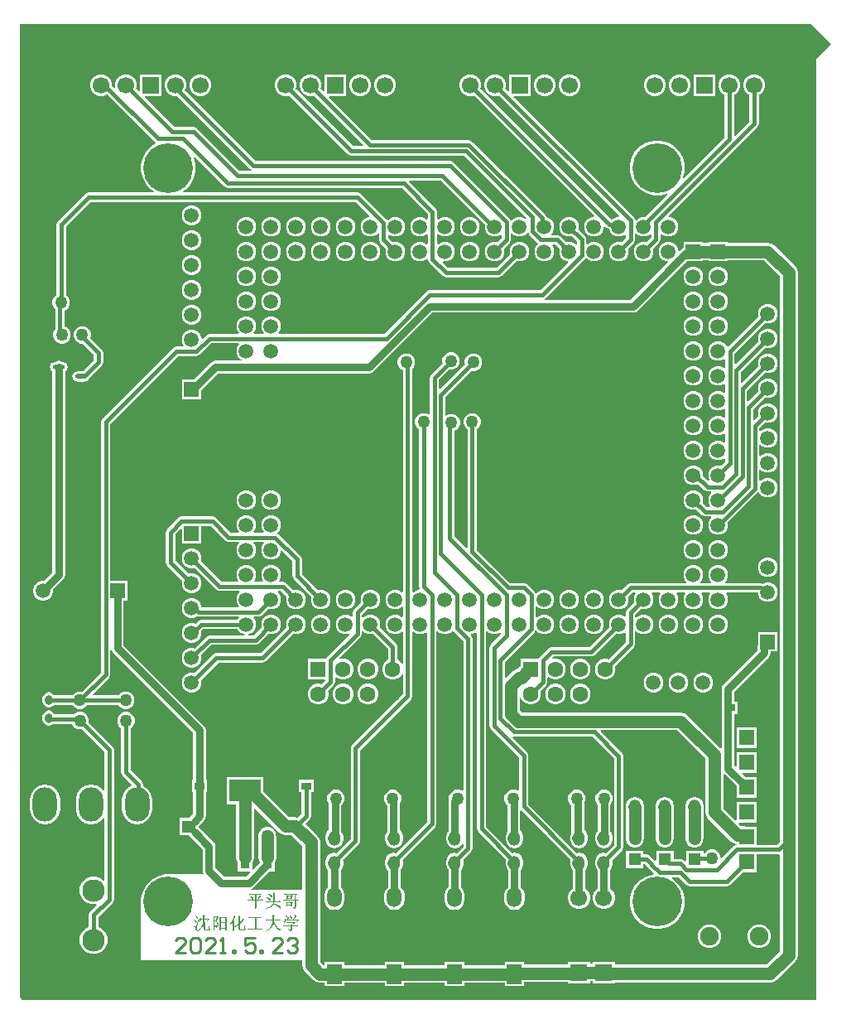
<source format=gbr>
%TF.GenerationSoftware,Altium Limited,Altium Designer,22.3.1 (43)*%
G04 Layer_Physical_Order=1*
G04 Layer_Color=255*
%FSLAX26Y26*%
%MOIN*%
%TF.SameCoordinates,A6686B76-6886-4B69-866F-DC8958589E3E*%
%TF.FilePolarity,Positive*%
%TF.FileFunction,Copper,L1,Top,Signal*%
%TF.Part,Single*%
G01*
G75*
%TA.AperFunction,SMDPad,CuDef*%
%ADD10O,0.050000X0.060000*%
%ADD11R,0.055118X0.047244*%
%ADD12O,0.055118X0.047244*%
%ADD13R,0.040000X0.030000*%
%ADD14O,0.040000X0.030000*%
%ADD15R,0.050000X0.050000*%
%ADD16C,0.050000*%
%ADD17R,0.030000X0.040000*%
%ADD18O,0.030000X0.040000*%
%ADD19O,0.037402X0.090551*%
%ADD20R,0.037402X0.090551*%
%ADD21R,0.129921X0.090551*%
%ADD22R,0.059055X0.078740*%
%ADD23O,0.059055X0.078740*%
%ADD24O,0.047244X0.019685*%
%TA.AperFunction,Conductor*%
%ADD25C,0.015000*%
%ADD26C,0.050000*%
%ADD27C,0.030000*%
%TA.AperFunction,NonConductor*%
%ADD28C,0.010000*%
%TA.AperFunction,ComponentPad*%
%ADD29R,0.059055X0.059055*%
%ADD30C,0.059055*%
%ADD31R,0.059055X0.059055*%
%ADD32C,0.066929*%
%ADD33R,0.066929X0.066929*%
%ADD34C,0.200000*%
%ADD35R,0.062992X0.062992*%
%ADD36C,0.062992*%
%ADD37O,0.098425X0.137795*%
%ADD38C,0.090551*%
%ADD39C,0.074803*%
%ADD40R,0.062992X0.062992*%
%TA.AperFunction,ViaPad*%
%ADD41C,0.050000*%
G36*
X3265000Y3845000D02*
X3205000Y3785000D01*
Y0D01*
X6533D01*
X4619Y4619D01*
X5000Y5000D01*
X0Y10000D01*
Y3925000D01*
X3185000D01*
X3265000Y3845000D01*
D02*
G37*
%LPC*%
G36*
X1311799Y3723465D02*
X1224870D01*
Y3656785D01*
X1220250Y3654872D01*
X1209446Y3665676D01*
X1211799Y3671354D01*
Y3688646D01*
X1205181Y3704621D01*
X1192955Y3716847D01*
X1176980Y3723465D01*
X1159688D01*
X1143713Y3716847D01*
X1131487Y3704621D01*
X1124870Y3688646D01*
Y3671354D01*
X1131487Y3655379D01*
X1143713Y3643153D01*
X1159688Y3636535D01*
X1176980D01*
X1182658Y3638888D01*
X1382953Y3438593D01*
X1381039Y3433974D01*
X1341148D01*
X1109446Y3665676D01*
X1111799Y3671354D01*
Y3688646D01*
X1105181Y3704621D01*
X1092955Y3716847D01*
X1076980Y3723465D01*
X1059688D01*
X1043713Y3716847D01*
X1031487Y3704621D01*
X1024870Y3688646D01*
Y3671354D01*
X1031487Y3655379D01*
X1043713Y3643153D01*
X1059688Y3636535D01*
X1076980D01*
X1082658Y3638888D01*
X1319908Y3401638D01*
X1333302Y3396090D01*
X1787122D01*
X2040374Y3142838D01*
X2040334Y3142638D01*
X2034909Y3140992D01*
X2032390Y3143510D01*
X2017862Y3149528D01*
X2002138D01*
X1987610Y3143510D01*
X1979096Y3134997D01*
X1973198Y3136170D01*
X1970422Y3142873D01*
X1744901Y3368394D01*
X1731507Y3373942D01*
X947846D01*
X663183Y3658605D01*
X668465Y3671354D01*
Y3688646D01*
X661847Y3704621D01*
X649621Y3716847D01*
X633646Y3723465D01*
X616354D01*
X600379Y3716847D01*
X588153Y3704621D01*
X581535Y3688646D01*
Y3671354D01*
X588153Y3655379D01*
X600379Y3643153D01*
X616354Y3636535D01*
X631677D01*
X926606Y3341606D01*
X933038Y3338942D01*
X932043Y3333942D01*
X882846D01*
X710862Y3505926D01*
X697468Y3511474D01*
X620314D01*
X499872Y3631916D01*
X501785Y3636535D01*
X568465D01*
Y3723465D01*
X481536D01*
Y3656785D01*
X476916Y3654872D01*
X466112Y3665676D01*
X468464Y3671354D01*
Y3688646D01*
X461847Y3704621D01*
X449621Y3716847D01*
X433646Y3723465D01*
X416354D01*
X400379Y3716847D01*
X388153Y3704621D01*
X381536Y3688646D01*
Y3672324D01*
X377315Y3669474D01*
X368464Y3678324D01*
Y3688646D01*
X361847Y3704621D01*
X349621Y3716847D01*
X333646Y3723465D01*
X316354D01*
X300379Y3716847D01*
X288153Y3704621D01*
X281536Y3688646D01*
Y3671354D01*
X288153Y3655379D01*
X300379Y3643153D01*
X316354Y3636535D01*
X333646D01*
X349621Y3643153D01*
X349840Y3643372D01*
X542650Y3450562D01*
X544902Y3449630D01*
X545701Y3444318D01*
X528658Y3434478D01*
X508178Y3413998D01*
X493696Y3388914D01*
X486200Y3360938D01*
Y3331974D01*
X493696Y3303998D01*
X508178Y3278914D01*
X528658Y3258434D01*
X538542Y3252728D01*
X537248Y3247898D01*
X273956D01*
X260562Y3242350D01*
X151606Y3133394D01*
X146058Y3120000D01*
Y2835038D01*
X145174Y2834672D01*
X135328Y2824826D01*
X130000Y2811962D01*
Y2798038D01*
X135328Y2785174D01*
X141058Y2779444D01*
Y2697656D01*
X138028Y2694626D01*
X132700Y2681762D01*
Y2667838D01*
X138028Y2654974D01*
X147874Y2645128D01*
X160738Y2639800D01*
X174662D01*
X187526Y2645128D01*
X197372Y2654974D01*
X202700Y2667838D01*
Y2681762D01*
X197372Y2694626D01*
X187526Y2704472D01*
X178942Y2708027D01*
Y2772891D01*
X184826Y2775328D01*
X194672Y2785174D01*
X200000Y2798038D01*
Y2811962D01*
X194672Y2824826D01*
X184826Y2834672D01*
X183942Y2835038D01*
Y3112154D01*
X281802Y3210014D01*
X1349705D01*
X1405572Y3154147D01*
X1403659Y3149528D01*
X1402138D01*
X1387610Y3143510D01*
X1376490Y3132390D01*
X1370473Y3117863D01*
Y3102137D01*
X1376490Y3087610D01*
X1387610Y3076490D01*
X1402138Y3070472D01*
X1417862D01*
X1432390Y3076490D01*
X1439031Y3083130D01*
X1444031Y3081059D01*
Y3057028D01*
X1449579Y3043634D01*
X1471901Y3021311D01*
X1470473Y3017863D01*
Y3002137D01*
X1476490Y2987610D01*
X1487610Y2976490D01*
X1502138Y2970472D01*
X1517862D01*
X1532390Y2976490D01*
X1543510Y2987610D01*
X1549527Y3002137D01*
Y3017863D01*
X1543510Y3032390D01*
X1532390Y3043510D01*
X1517862Y3049528D01*
X1502138D01*
X1498689Y3048099D01*
X1481914Y3064874D01*
Y3075653D01*
X1486534Y3077566D01*
X1487610Y3076490D01*
X1502138Y3070472D01*
X1517862D01*
X1532390Y3076490D01*
X1543510Y3087610D01*
X1549527Y3102137D01*
Y3117863D01*
X1543510Y3132390D01*
X1532390Y3143510D01*
X1517862Y3149528D01*
X1502138D01*
X1487610Y3143510D01*
X1480255Y3136155D01*
X1476366Y3136929D01*
X1370945Y3242350D01*
X1357551Y3247898D01*
X655152D01*
X653858Y3252728D01*
X663742Y3258434D01*
X684222Y3278914D01*
X698704Y3303998D01*
X706200Y3331974D01*
Y3360938D01*
X699244Y3386897D01*
X703727Y3389485D01*
X821606Y3271606D01*
X835000Y3266058D01*
X1537154D01*
X1641058Y3162154D01*
Y3141375D01*
X1636439Y3139462D01*
X1632390Y3143510D01*
X1617862Y3149528D01*
X1602138D01*
X1587610Y3143510D01*
X1576490Y3132390D01*
X1570473Y3117863D01*
Y3102137D01*
X1576490Y3087610D01*
X1587610Y3076490D01*
X1602138Y3070472D01*
X1617862D01*
X1632390Y3076490D01*
X1636439Y3080538D01*
X1641058Y3078625D01*
Y3041375D01*
X1636439Y3039462D01*
X1632390Y3043510D01*
X1617862Y3049528D01*
X1602138D01*
X1587610Y3043510D01*
X1576490Y3032390D01*
X1570473Y3017863D01*
Y3002137D01*
X1576490Y2987610D01*
X1587610Y2976490D01*
X1602138Y2970472D01*
X1617862D01*
X1632390Y2976490D01*
X1636439Y2980538D01*
X1641619Y2978647D01*
X1646606Y2966606D01*
X1701606Y2911606D01*
X1715000Y2906058D01*
X1925000D01*
X1938394Y2911606D01*
X1998689Y2971901D01*
X2002138Y2970472D01*
X2017862D01*
X2032390Y2976490D01*
X2043510Y2987610D01*
X2049528Y3002137D01*
Y3017863D01*
X2043510Y3032390D01*
X2032390Y3043510D01*
X2017862Y3049528D01*
X2002138D01*
X1987610Y3043510D01*
X1976490Y3032390D01*
X1970473Y3017863D01*
Y3002137D01*
X1971901Y2998689D01*
X1917154Y2943942D01*
X1722846D01*
X1700734Y2966054D01*
X1703387Y2970472D01*
X1717862D01*
X1732390Y2976490D01*
X1743510Y2987610D01*
X1749527Y3002137D01*
Y3017863D01*
X1743510Y3032390D01*
X1732390Y3043510D01*
X1717862Y3049528D01*
X1702138D01*
X1687610Y3043510D01*
X1683561Y3039462D01*
X1678942Y3041375D01*
Y3078625D01*
X1683561Y3080538D01*
X1687610Y3076490D01*
X1702138Y3070472D01*
X1717862D01*
X1732390Y3076490D01*
X1743510Y3087610D01*
X1749527Y3102137D01*
Y3117863D01*
X1743510Y3132390D01*
X1732390Y3143510D01*
X1717862Y3149528D01*
X1702138D01*
X1687610Y3143510D01*
X1683561Y3139462D01*
X1678942Y3141375D01*
Y3170000D01*
X1673394Y3183394D01*
X1565349Y3291439D01*
X1567263Y3296058D01*
X1691799D01*
X1870473Y3117384D01*
Y3102137D01*
X1876490Y3087610D01*
X1887610Y3076490D01*
X1902138Y3070472D01*
X1917862D01*
X1932390Y3076490D01*
X1933466Y3077566D01*
X1938086Y3075653D01*
Y3064874D01*
X1921311Y3048099D01*
X1917862Y3049528D01*
X1902138D01*
X1887610Y3043510D01*
X1876490Y3032390D01*
X1870473Y3017863D01*
Y3002137D01*
X1876490Y2987610D01*
X1887610Y2976490D01*
X1902138Y2970472D01*
X1917862D01*
X1932390Y2976490D01*
X1943510Y2987610D01*
X1949527Y3002137D01*
Y3017863D01*
X1948099Y3021311D01*
X1970422Y3043634D01*
X1975969Y3057028D01*
Y3081059D01*
X1980969Y3083130D01*
X1987610Y3076490D01*
X2002138Y3070472D01*
X2017862D01*
X2032390Y3076490D01*
X2040904Y3085003D01*
X2046802Y3083830D01*
X2049579Y3077127D01*
X2083071Y3043634D01*
X2083845Y3039745D01*
X2076490Y3032390D01*
X2070472Y3017863D01*
Y3002137D01*
X2076490Y2987610D01*
X2087610Y2976490D01*
X2102137Y2970472D01*
X2117863D01*
X2132390Y2976490D01*
X2143510Y2987610D01*
X2149528Y3002137D01*
Y3017863D01*
X2143510Y3032390D01*
X2142434Y3033466D01*
X2144347Y3038086D01*
X2155126D01*
X2171901Y3021311D01*
X2170472Y3017863D01*
Y3002137D01*
X2176490Y2987610D01*
X2187610Y2976490D01*
X2202137Y2970472D01*
X2203659D01*
X2205572Y2965853D01*
X2093921Y2854202D01*
X1649298D01*
X1635905Y2848654D01*
X1466192Y2678942D01*
X1041375D01*
X1039462Y2683561D01*
X1043510Y2687610D01*
X1049527Y2702137D01*
Y2717863D01*
X1043510Y2732390D01*
X1032390Y2743510D01*
X1017862Y2749528D01*
X1002138D01*
X987610Y2743510D01*
X976490Y2732390D01*
X970472Y2717863D01*
Y2702137D01*
X976490Y2687610D01*
X980538Y2683561D01*
X978625Y2678942D01*
X941375D01*
X939462Y2683561D01*
X943510Y2687610D01*
X949528Y2702137D01*
Y2717863D01*
X943510Y2732390D01*
X932390Y2743510D01*
X917862Y2749528D01*
X902138D01*
X887610Y2743510D01*
X876490Y2732390D01*
X870472Y2717863D01*
Y2702137D01*
X876490Y2687610D01*
X880538Y2683561D01*
X878625Y2678942D01*
X761507D01*
X748113Y2673394D01*
X734147Y2659428D01*
X729528Y2661341D01*
Y2662863D01*
X723510Y2677390D01*
X712390Y2688510D01*
X697862Y2694528D01*
X682138D01*
X667610Y2688510D01*
X656490Y2677390D01*
X650472Y2662863D01*
Y2647137D01*
X656490Y2632610D01*
X657566Y2631534D01*
X655653Y2626914D01*
X627972D01*
X614578Y2621366D01*
X330406Y2337193D01*
X324858Y2323799D01*
Y1316645D01*
X247846Y1239634D01*
X246962Y1240000D01*
X233038D01*
X220174Y1234672D01*
X210328Y1224826D01*
X210273Y1224692D01*
X136253D01*
X133024Y1229524D01*
X124754Y1235050D01*
X115000Y1236990D01*
X105246Y1235050D01*
X96976Y1229524D01*
X91451Y1221255D01*
X89510Y1211500D01*
Y1201500D01*
X91451Y1191745D01*
X96976Y1183476D01*
X105246Y1177950D01*
X115000Y1176010D01*
X124754Y1177950D01*
X133024Y1183476D01*
X135250Y1186808D01*
X209652D01*
X210328Y1185174D01*
X220174Y1175328D01*
X233038Y1170000D01*
X246962D01*
X259826Y1175328D01*
X269672Y1185174D01*
X270038Y1186058D01*
X395004D01*
X395328Y1185274D01*
X405174Y1175428D01*
X418038Y1170100D01*
X431962D01*
X444826Y1175428D01*
X454672Y1185274D01*
X460000Y1198138D01*
Y1212062D01*
X454672Y1224926D01*
X444826Y1234772D01*
X431962Y1240100D01*
X418038D01*
X405174Y1234772D01*
X395328Y1224926D01*
X394921Y1223942D01*
X292263D01*
X290349Y1228561D01*
X357193Y1295405D01*
X362741Y1308799D01*
Y1404345D01*
X364913Y1405075D01*
X367741Y1405177D01*
X372803Y1397601D01*
X696010Y1074394D01*
Y885000D01*
X691500D01*
Y835000D01*
X696010D01*
Y748648D01*
X682035Y734673D01*
X679054Y730212D01*
X642441D01*
Y662968D01*
X679054D01*
X682035Y658507D01*
X734510Y606032D01*
Y520000D01*
X736451Y510245D01*
X737009Y509410D01*
X734652Y505000D01*
X595000D01*
X593700Y503700D01*
X581718D01*
X553742Y496204D01*
X528658Y481722D01*
X508178Y461242D01*
X493696Y436158D01*
X486200Y408182D01*
Y396200D01*
X485000Y395000D01*
Y160000D01*
X1135000D01*
X1135594Y155246D01*
Y138720D01*
X1138311Y125064D01*
X1146046Y113486D01*
X1181286Y78246D01*
X1192864Y70511D01*
X1206520Y67794D01*
X1225473D01*
Y54110D01*
X1304527D01*
Y67794D01*
X1467139D01*
Y54110D01*
X1546194D01*
Y67794D01*
X1708806D01*
Y54110D01*
X1787861D01*
Y67794D01*
X1950473D01*
Y54110D01*
X2029527D01*
Y71054D01*
X2206535D01*
Y66535D01*
X2293465D01*
Y74314D01*
X2306535D01*
Y66535D01*
X2393465D01*
Y69314D01*
X3020000D01*
X3033656Y72031D01*
X3045234Y79766D01*
X3120234Y154766D01*
X3127969Y166344D01*
X3130686Y180000D01*
Y645000D01*
Y2925000D01*
X3127969Y2938656D01*
X3120234Y2950234D01*
X3035234Y3035234D01*
X3023656Y3042969D01*
X3010000Y3045686D01*
X2849528D01*
Y3049528D01*
X2770472D01*
Y3045686D01*
X2749528D01*
Y3049528D01*
X2670472D01*
Y3027103D01*
X2663530Y3022465D01*
X2654147Y3013081D01*
X2649528Y3014995D01*
Y3017863D01*
X2643510Y3032390D01*
X2632390Y3043510D01*
X2617863Y3049528D01*
X2602137D01*
X2587610Y3043510D01*
X2576490Y3032390D01*
X2570472Y3017863D01*
Y3002137D01*
X2576490Y2987610D01*
X2587610Y2976490D01*
X2602137Y2970472D01*
X2605005D01*
X2606919Y2965853D01*
X2456555Y2815490D01*
X2112832D01*
X2111838Y2820490D01*
X2115161Y2821866D01*
X2273927Y2980632D01*
X2274650Y2982378D01*
X2280172Y2983928D01*
X2287610Y2976490D01*
X2302137Y2970472D01*
X2317863D01*
X2332390Y2976490D01*
X2343510Y2987610D01*
X2349528Y3002137D01*
Y3017863D01*
X2343510Y3032390D01*
X2332390Y3043510D01*
X2317863Y3049528D01*
X2302137D01*
X2287610Y3043510D01*
X2284095Y3039995D01*
X2279475Y3041908D01*
Y3059467D01*
X2273927Y3072861D01*
X2248099Y3098689D01*
X2249528Y3102137D01*
Y3117863D01*
X2243510Y3132390D01*
X2232390Y3143510D01*
X2217863Y3149528D01*
X2202137D01*
X2187610Y3143510D01*
X2176490Y3132390D01*
X2170472Y3117863D01*
Y3102137D01*
X2176490Y3087610D01*
X2187610Y3076490D01*
X2202137Y3070472D01*
X2217863D01*
X2221311Y3071901D01*
X2241591Y3051621D01*
Y3040842D01*
X2236972Y3038928D01*
X2232390Y3043510D01*
X2217863Y3049528D01*
X2202137D01*
X2198689Y3048099D01*
X2176366Y3070421D01*
X2162972Y3075970D01*
X2138941D01*
X2136870Y3080970D01*
X2143510Y3087610D01*
X2149528Y3102137D01*
Y3117863D01*
X2143510Y3132390D01*
X2132390Y3143510D01*
X2118190Y3149392D01*
X2114965Y3157179D01*
X1818717Y3453426D01*
X1805323Y3458974D01*
X1416148D01*
X1243206Y3631916D01*
X1245119Y3636535D01*
X1311799D01*
Y3723465D01*
D02*
G37*
G36*
X2798465D02*
X2711535D01*
Y3636535D01*
X2798465D01*
Y3723465D01*
D02*
G37*
G36*
X2663646D02*
X2646354D01*
X2630379Y3716847D01*
X2618153Y3704621D01*
X2611535Y3688646D01*
Y3671354D01*
X2618153Y3655379D01*
X2630379Y3643153D01*
X2646354Y3636535D01*
X2663646D01*
X2679621Y3643153D01*
X2691847Y3655379D01*
X2698465Y3671354D01*
Y3688646D01*
X2691847Y3704621D01*
X2679621Y3716847D01*
X2663646Y3723465D01*
D02*
G37*
G36*
X2563646D02*
X2546354D01*
X2530379Y3716847D01*
X2518153Y3704621D01*
X2511535Y3688646D01*
Y3671354D01*
X2518153Y3655379D01*
X2530379Y3643153D01*
X2546354Y3636535D01*
X2563646D01*
X2579621Y3643153D01*
X2591847Y3655379D01*
X2598465Y3671354D01*
Y3688646D01*
X2591847Y3704621D01*
X2579621Y3716847D01*
X2563646Y3723465D01*
D02*
G37*
G36*
X2220312D02*
X2203020D01*
X2187045Y3716847D01*
X2174819Y3704621D01*
X2168202Y3688646D01*
Y3671354D01*
X2174819Y3655379D01*
X2187045Y3643153D01*
X2203020Y3636535D01*
X2220312D01*
X2236287Y3643153D01*
X2248513Y3655379D01*
X2255131Y3671354D01*
Y3688646D01*
X2248513Y3704621D01*
X2236287Y3716847D01*
X2220312Y3723465D01*
D02*
G37*
G36*
X2120312D02*
X2103020D01*
X2087045Y3716847D01*
X2074819Y3704621D01*
X2068202Y3688646D01*
Y3671354D01*
X2074819Y3655379D01*
X2087045Y3643153D01*
X2103020Y3636535D01*
X2120312D01*
X2136287Y3643153D01*
X2148513Y3655379D01*
X2155131Y3671354D01*
Y3688646D01*
X2148513Y3704621D01*
X2136287Y3716847D01*
X2120312Y3723465D01*
D02*
G37*
G36*
X1476980D02*
X1459688D01*
X1443713Y3716847D01*
X1431487Y3704621D01*
X1424870Y3688646D01*
Y3671354D01*
X1431487Y3655379D01*
X1443713Y3643153D01*
X1459688Y3636535D01*
X1476980D01*
X1492955Y3643153D01*
X1505181Y3655379D01*
X1511799Y3671354D01*
Y3688646D01*
X1505181Y3704621D01*
X1492955Y3716847D01*
X1476980Y3723465D01*
D02*
G37*
G36*
X1376980D02*
X1359688D01*
X1343713Y3716847D01*
X1331487Y3704621D01*
X1324870Y3688646D01*
Y3671354D01*
X1331487Y3655379D01*
X1343713Y3643153D01*
X1359688Y3636535D01*
X1376980D01*
X1392955Y3643153D01*
X1405181Y3655379D01*
X1411799Y3671354D01*
Y3688646D01*
X1405181Y3704621D01*
X1392955Y3716847D01*
X1376980Y3723465D01*
D02*
G37*
G36*
X733646D02*
X716354D01*
X700379Y3716847D01*
X688153Y3704621D01*
X681535Y3688646D01*
Y3671354D01*
X688153Y3655379D01*
X700379Y3643153D01*
X716354Y3636535D01*
X733646D01*
X749621Y3643153D01*
X761847Y3655379D01*
X768465Y3671354D01*
Y3688646D01*
X761847Y3704621D01*
X749621Y3716847D01*
X733646Y3723465D01*
D02*
G37*
G36*
X2963646D02*
X2946354D01*
X2930379Y3716847D01*
X2918153Y3704621D01*
X2911535Y3688646D01*
Y3671354D01*
X2918153Y3655379D01*
X2930379Y3643153D01*
X2936058Y3640800D01*
Y3532846D01*
X2878561Y3475349D01*
X2873942Y3477263D01*
Y3640800D01*
X2879621Y3643153D01*
X2891847Y3655379D01*
X2898465Y3671354D01*
Y3688646D01*
X2891847Y3704621D01*
X2879621Y3716847D01*
X2863646Y3723465D01*
X2846354D01*
X2830379Y3716847D01*
X2818153Y3704621D01*
X2811535Y3688646D01*
Y3671354D01*
X2818153Y3655379D01*
X2830379Y3643153D01*
X2836058Y3640800D01*
Y3468201D01*
X2672578Y3304721D01*
X2668095Y3307309D01*
X2674704Y3331974D01*
Y3360938D01*
X2667208Y3388914D01*
X2652726Y3413998D01*
X2632246Y3434478D01*
X2607162Y3448960D01*
X2579186Y3456456D01*
X2550222D01*
X2522246Y3448960D01*
X2497162Y3434478D01*
X2476682Y3413998D01*
X2462200Y3388914D01*
X2454704Y3360938D01*
Y3331974D01*
X2462200Y3303998D01*
X2476682Y3278914D01*
X2497162Y3258434D01*
X2522246Y3243952D01*
X2550222Y3236456D01*
X2579186D01*
X2603851Y3243065D01*
X2606439Y3238582D01*
X2517384Y3149528D01*
X2502137D01*
X2487610Y3143510D01*
X2480589Y3136489D01*
X2474709Y3137681D01*
X2470422Y3148032D01*
X1986538Y3631916D01*
X1988451Y3636535D01*
X2055131D01*
Y3723465D01*
X1968201D01*
Y3656785D01*
X1963582Y3654872D01*
X1952778Y3665676D01*
X1955130Y3671354D01*
Y3688646D01*
X1948513Y3704621D01*
X1936287Y3716847D01*
X1920312Y3723465D01*
X1903020D01*
X1887045Y3716847D01*
X1874819Y3704621D01*
X1868201Y3688646D01*
Y3671354D01*
X1874819Y3655379D01*
X1887045Y3643153D01*
X1903020Y3636535D01*
X1920312D01*
X1925990Y3638888D01*
X2410731Y3154147D01*
X2408818Y3149528D01*
X2402137D01*
X2387610Y3143510D01*
X2381471Y3137371D01*
X2381082D01*
X1852778Y3665676D01*
X1855130Y3671354D01*
Y3688646D01*
X1848513Y3704621D01*
X1836287Y3716847D01*
X1820312Y3723465D01*
X1803020D01*
X1787045Y3716847D01*
X1774819Y3704621D01*
X1768201Y3688646D01*
Y3671354D01*
X1774819Y3655379D01*
X1787045Y3643153D01*
X1803020Y3636535D01*
X1820312D01*
X1825990Y3638888D01*
X2310731Y3154147D01*
X2308818Y3149528D01*
X2302137D01*
X2287610Y3143510D01*
X2276490Y3132390D01*
X2270472Y3117863D01*
Y3102137D01*
X2276490Y3087610D01*
X2287610Y3076490D01*
X2302137Y3070472D01*
X2317863D01*
X2332390Y3076490D01*
X2343510Y3087610D01*
X2349528Y3102137D01*
Y3108818D01*
X2354147Y3110731D01*
X2359843Y3105036D01*
X2371225Y3100321D01*
X2376490Y3087610D01*
X2387610Y3076490D01*
X2402137Y3070472D01*
X2417863D01*
X2432390Y3076490D01*
X2433466Y3077566D01*
X2438086Y3075653D01*
Y3064874D01*
X2421311Y3048099D01*
X2417863Y3049528D01*
X2402137D01*
X2387610Y3043510D01*
X2376490Y3032390D01*
X2370472Y3017863D01*
Y3002137D01*
X2376490Y2987610D01*
X2387610Y2976490D01*
X2402137Y2970472D01*
X2417863D01*
X2432390Y2976490D01*
X2443510Y2987610D01*
X2449528Y3002137D01*
Y3017863D01*
X2448099Y3021311D01*
X2470422Y3043634D01*
X2475970Y3057028D01*
Y3081059D01*
X2480970Y3083130D01*
X2487610Y3076490D01*
X2502137Y3070472D01*
X2517863D01*
X2532390Y3076490D01*
X2535653Y3079753D01*
X2540273Y3077840D01*
Y3067061D01*
X2521311Y3048099D01*
X2517863Y3049528D01*
X2502137D01*
X2487610Y3043510D01*
X2476490Y3032390D01*
X2470472Y3017863D01*
Y3002137D01*
X2476490Y2987610D01*
X2487610Y2976490D01*
X2502137Y2970472D01*
X2517863D01*
X2532390Y2976490D01*
X2543510Y2987610D01*
X2549528Y3002137D01*
Y3017863D01*
X2548099Y3021311D01*
X2572609Y3045821D01*
X2578157Y3059215D01*
Y3079410D01*
X2582776Y3081324D01*
X2587610Y3076490D01*
X2602137Y3070472D01*
X2617863D01*
X2632390Y3076490D01*
X2643510Y3087610D01*
X2649528Y3102137D01*
Y3117863D01*
X2643510Y3132390D01*
X2632390Y3143510D01*
X2617863Y3149528D01*
X2612848D01*
X2610935Y3154147D01*
X2968394Y3511606D01*
X2973942Y3525000D01*
Y3640800D01*
X2979621Y3643153D01*
X2991847Y3655379D01*
X2998465Y3671354D01*
Y3688646D01*
X2991847Y3704621D01*
X2979621Y3716847D01*
X2963646Y3723465D01*
D02*
G37*
G36*
X697862Y3194528D02*
X682138D01*
X667610Y3188510D01*
X656490Y3177390D01*
X650472Y3162863D01*
Y3147137D01*
X656490Y3132610D01*
X667610Y3121490D01*
X682138Y3115472D01*
X697862D01*
X712390Y3121490D01*
X723510Y3132610D01*
X729528Y3147137D01*
Y3162863D01*
X723510Y3177390D01*
X712390Y3188510D01*
X697862Y3194528D01*
D02*
G37*
G36*
X1817862Y3149528D02*
X1802138D01*
X1787610Y3143510D01*
X1776490Y3132390D01*
X1770473Y3117863D01*
Y3102137D01*
X1776490Y3087610D01*
X1787610Y3076490D01*
X1802138Y3070472D01*
X1817862D01*
X1832390Y3076490D01*
X1843510Y3087610D01*
X1849527Y3102137D01*
Y3117863D01*
X1843510Y3132390D01*
X1832390Y3143510D01*
X1817862Y3149528D01*
D02*
G37*
G36*
X1317862D02*
X1302138D01*
X1287610Y3143510D01*
X1276490Y3132390D01*
X1270473Y3117863D01*
Y3102137D01*
X1276490Y3087610D01*
X1287610Y3076490D01*
X1302138Y3070472D01*
X1317862D01*
X1332390Y3076490D01*
X1343510Y3087610D01*
X1349527Y3102137D01*
Y3117863D01*
X1343510Y3132390D01*
X1332390Y3143510D01*
X1317862Y3149528D01*
D02*
G37*
G36*
X1217862D02*
X1202138D01*
X1187610Y3143510D01*
X1176490Y3132390D01*
X1170473Y3117863D01*
Y3102137D01*
X1176490Y3087610D01*
X1187610Y3076490D01*
X1202138Y3070472D01*
X1217862D01*
X1232390Y3076490D01*
X1243510Y3087610D01*
X1249527Y3102137D01*
Y3117863D01*
X1243510Y3132390D01*
X1232390Y3143510D01*
X1217862Y3149528D01*
D02*
G37*
G36*
X1117862D02*
X1102138D01*
X1087610Y3143510D01*
X1076490Y3132390D01*
X1070473Y3117863D01*
Y3102137D01*
X1076490Y3087610D01*
X1087610Y3076490D01*
X1102138Y3070472D01*
X1117862D01*
X1132390Y3076490D01*
X1143510Y3087610D01*
X1149527Y3102137D01*
Y3117863D01*
X1143510Y3132390D01*
X1132390Y3143510D01*
X1117862Y3149528D01*
D02*
G37*
G36*
X1017862D02*
X1002138D01*
X987610Y3143510D01*
X976490Y3132390D01*
X970472Y3117863D01*
Y3102137D01*
X976490Y3087610D01*
X987610Y3076490D01*
X1002138Y3070472D01*
X1017862D01*
X1032390Y3076490D01*
X1043510Y3087610D01*
X1049527Y3102137D01*
Y3117863D01*
X1043510Y3132390D01*
X1032390Y3143510D01*
X1017862Y3149528D01*
D02*
G37*
G36*
X917862D02*
X902138D01*
X887610Y3143510D01*
X876490Y3132390D01*
X870472Y3117863D01*
Y3102137D01*
X876490Y3087610D01*
X887610Y3076490D01*
X902138Y3070472D01*
X917862D01*
X932390Y3076490D01*
X943510Y3087610D01*
X949528Y3102137D01*
Y3117863D01*
X943510Y3132390D01*
X932390Y3143510D01*
X917862Y3149528D01*
D02*
G37*
G36*
X697862Y3094528D02*
X682138D01*
X667610Y3088510D01*
X656490Y3077390D01*
X650472Y3062863D01*
Y3047137D01*
X656490Y3032610D01*
X667610Y3021490D01*
X682138Y3015472D01*
X697862D01*
X712390Y3021490D01*
X723510Y3032610D01*
X729528Y3047137D01*
Y3062863D01*
X723510Y3077390D01*
X712390Y3088510D01*
X697862Y3094528D01*
D02*
G37*
G36*
X1817862Y3049528D02*
X1802138D01*
X1787610Y3043510D01*
X1776490Y3032390D01*
X1770473Y3017863D01*
Y3002137D01*
X1776490Y2987610D01*
X1787610Y2976490D01*
X1802138Y2970472D01*
X1817862D01*
X1832390Y2976490D01*
X1843510Y2987610D01*
X1849527Y3002137D01*
Y3017863D01*
X1843510Y3032390D01*
X1832390Y3043510D01*
X1817862Y3049528D01*
D02*
G37*
G36*
X1417862D02*
X1402138D01*
X1387610Y3043510D01*
X1376490Y3032390D01*
X1370473Y3017863D01*
Y3002137D01*
X1376490Y2987610D01*
X1387610Y2976490D01*
X1402138Y2970472D01*
X1417862D01*
X1432390Y2976490D01*
X1443510Y2987610D01*
X1449527Y3002137D01*
Y3017863D01*
X1443510Y3032390D01*
X1432390Y3043510D01*
X1417862Y3049528D01*
D02*
G37*
G36*
X1317862D02*
X1302138D01*
X1287610Y3043510D01*
X1276490Y3032390D01*
X1270473Y3017863D01*
Y3002137D01*
X1276490Y2987610D01*
X1287610Y2976490D01*
X1302138Y2970472D01*
X1317862D01*
X1332390Y2976490D01*
X1343510Y2987610D01*
X1349527Y3002137D01*
Y3017863D01*
X1343510Y3032390D01*
X1332390Y3043510D01*
X1317862Y3049528D01*
D02*
G37*
G36*
X1217862D02*
X1202138D01*
X1187610Y3043510D01*
X1176490Y3032390D01*
X1170473Y3017863D01*
Y3002137D01*
X1176490Y2987610D01*
X1187610Y2976490D01*
X1202138Y2970472D01*
X1217862D01*
X1232390Y2976490D01*
X1243510Y2987610D01*
X1249527Y3002137D01*
Y3017863D01*
X1243510Y3032390D01*
X1232390Y3043510D01*
X1217862Y3049528D01*
D02*
G37*
G36*
X1117862D02*
X1102138D01*
X1087610Y3043510D01*
X1076490Y3032390D01*
X1070473Y3017863D01*
Y3002137D01*
X1076490Y2987610D01*
X1087610Y2976490D01*
X1102138Y2970472D01*
X1117862D01*
X1132390Y2976490D01*
X1143510Y2987610D01*
X1149527Y3002137D01*
Y3017863D01*
X1143510Y3032390D01*
X1132390Y3043510D01*
X1117862Y3049528D01*
D02*
G37*
G36*
X1017862D02*
X1002138D01*
X987610Y3043510D01*
X976490Y3032390D01*
X970472Y3017863D01*
Y3002137D01*
X976490Y2987610D01*
X987610Y2976490D01*
X1002138Y2970472D01*
X1017862D01*
X1032390Y2976490D01*
X1043510Y2987610D01*
X1049527Y3002137D01*
Y3017863D01*
X1043510Y3032390D01*
X1032390Y3043510D01*
X1017862Y3049528D01*
D02*
G37*
G36*
X917862D02*
X902138D01*
X887610Y3043510D01*
X876490Y3032390D01*
X870472Y3017863D01*
Y3002137D01*
X876490Y2987610D01*
X887610Y2976490D01*
X902138Y2970472D01*
X917862D01*
X932390Y2976490D01*
X943510Y2987610D01*
X949528Y3002137D01*
Y3017863D01*
X943510Y3032390D01*
X932390Y3043510D01*
X917862Y3049528D01*
D02*
G37*
G36*
X697862Y2994528D02*
X682138D01*
X667610Y2988510D01*
X656490Y2977390D01*
X650472Y2962863D01*
Y2947137D01*
X656490Y2932610D01*
X667610Y2921490D01*
X682138Y2915472D01*
X697862D01*
X712390Y2921490D01*
X723510Y2932610D01*
X729528Y2947137D01*
Y2962863D01*
X723510Y2977390D01*
X712390Y2988510D01*
X697862Y2994528D01*
D02*
G37*
G36*
X1017862Y2949528D02*
X1002138D01*
X987610Y2943510D01*
X976490Y2932390D01*
X970472Y2917863D01*
Y2902137D01*
X976490Y2887610D01*
X987610Y2876490D01*
X1002138Y2870472D01*
X1017862D01*
X1032390Y2876490D01*
X1043510Y2887610D01*
X1049527Y2902137D01*
Y2917863D01*
X1043510Y2932390D01*
X1032390Y2943510D01*
X1017862Y2949528D01*
D02*
G37*
G36*
X917862D02*
X902138D01*
X887610Y2943510D01*
X876490Y2932390D01*
X870472Y2917863D01*
Y2902137D01*
X876490Y2887610D01*
X887610Y2876490D01*
X902138Y2870472D01*
X917862D01*
X932390Y2876490D01*
X943510Y2887610D01*
X949528Y2902137D01*
Y2917863D01*
X943510Y2932390D01*
X932390Y2943510D01*
X917862Y2949528D01*
D02*
G37*
G36*
X697862Y2894528D02*
X682138D01*
X667610Y2888510D01*
X656490Y2877390D01*
X650472Y2862863D01*
Y2847137D01*
X656490Y2832610D01*
X667610Y2821490D01*
X682138Y2815472D01*
X697862D01*
X712390Y2821490D01*
X723510Y2832610D01*
X729528Y2847137D01*
Y2862863D01*
X723510Y2877390D01*
X712390Y2888510D01*
X697862Y2894528D01*
D02*
G37*
G36*
X1017862Y2849528D02*
X1002138D01*
X987610Y2843510D01*
X976490Y2832390D01*
X970472Y2817863D01*
Y2802137D01*
X976490Y2787610D01*
X987610Y2776490D01*
X1002138Y2770472D01*
X1017862D01*
X1032390Y2776490D01*
X1043510Y2787610D01*
X1049527Y2802137D01*
Y2817863D01*
X1043510Y2832390D01*
X1032390Y2843510D01*
X1017862Y2849528D01*
D02*
G37*
G36*
X917862D02*
X902138D01*
X887610Y2843510D01*
X876490Y2832390D01*
X870472Y2817863D01*
Y2802137D01*
X876490Y2787610D01*
X887610Y2776490D01*
X902138Y2770472D01*
X917862D01*
X932390Y2776490D01*
X943510Y2787610D01*
X949528Y2802137D01*
Y2817863D01*
X943510Y2832390D01*
X932390Y2843510D01*
X917862Y2849528D01*
D02*
G37*
G36*
X697862Y2794528D02*
X682138D01*
X667610Y2788510D01*
X656490Y2777390D01*
X650472Y2762863D01*
Y2747137D01*
X656490Y2732610D01*
X667610Y2721490D01*
X682138Y2715472D01*
X697862D01*
X712390Y2721490D01*
X723510Y2732610D01*
X729528Y2747137D01*
Y2762863D01*
X723510Y2777390D01*
X712390Y2788510D01*
X697862Y2794528D01*
D02*
G37*
G36*
X256962Y2710000D02*
X243038D01*
X230174Y2704672D01*
X220328Y2694826D01*
X215000Y2681962D01*
Y2668038D01*
X220328Y2655174D01*
X230174Y2645328D01*
X243038Y2640000D01*
X250712D01*
X296058Y2594654D01*
Y2571664D01*
X253469Y2529075D01*
X231220D01*
X216034Y2522785D01*
X209743Y2507598D01*
X216034Y2492411D01*
X231220Y2486121D01*
X258779D01*
X273966Y2492411D01*
X276502Y2498532D01*
X328394Y2550425D01*
X333942Y2563818D01*
Y2602500D01*
X328394Y2615894D01*
X282437Y2661851D01*
X285000Y2668038D01*
Y2681962D01*
X279672Y2694826D01*
X269826Y2704672D01*
X256962Y2710000D01*
D02*
G37*
G36*
X155000Y2570490D02*
X145245Y2568550D01*
X142144Y2566477D01*
X141220D01*
X126034Y2560187D01*
X119743Y2545000D01*
X126034Y2529813D01*
X129510Y2528373D01*
Y1718942D01*
X95094Y1684526D01*
X83752D01*
X69225Y1678509D01*
X58105Y1667389D01*
X52087Y1652861D01*
Y1637137D01*
X58105Y1622609D01*
X69225Y1611489D01*
X83752Y1605472D01*
X99478D01*
X114005Y1611489D01*
X125125Y1622609D01*
X131143Y1637137D01*
Y1648478D01*
X173024Y1690360D01*
X178549Y1698629D01*
X180490Y1708384D01*
Y2528373D01*
X183966Y2529813D01*
X190257Y2545000D01*
X183966Y2560187D01*
X168780Y2566477D01*
X167856D01*
X164755Y2568550D01*
X155000Y2570490D01*
D02*
G37*
G36*
X115000Y1163990D02*
X105246Y1162050D01*
X96976Y1156524D01*
X91451Y1148255D01*
X89510Y1138500D01*
Y1128500D01*
X91451Y1118745D01*
X96976Y1110476D01*
X105246Y1104950D01*
X115000Y1103010D01*
X124754Y1104950D01*
X131052Y1109158D01*
X207925D01*
X210528Y1102874D01*
X220374Y1093028D01*
X233238Y1087700D01*
X247162D01*
X248046Y1088066D01*
X338834Y997278D01*
Y839369D01*
X334049Y837918D01*
X327730Y847375D01*
X308144Y860462D01*
X285040Y865058D01*
X261936Y860462D01*
X242350Y847375D01*
X229263Y827789D01*
X224667Y804685D01*
Y765315D01*
X229263Y742211D01*
X242350Y722625D01*
X261936Y709538D01*
X285040Y704942D01*
X308144Y709538D01*
X327730Y722625D01*
X334049Y732082D01*
X338834Y730631D01*
Y480871D01*
X334214Y478957D01*
X326311Y486860D01*
X305995Y495276D01*
X284005D01*
X263689Y486860D01*
X248140Y471311D01*
X239724Y450995D01*
Y429005D01*
X248140Y408689D01*
X263689Y393140D01*
X284005Y384724D01*
X305364D01*
X308454Y380743D01*
X281606Y353895D01*
X276058Y340501D01*
Y291984D01*
X263689Y286860D01*
X248140Y271311D01*
X239724Y250995D01*
Y229005D01*
X248140Y208689D01*
X263689Y193140D01*
X284005Y184724D01*
X305995D01*
X326311Y193140D01*
X341860Y208689D01*
X350276Y229005D01*
Y250995D01*
X341860Y271311D01*
X326311Y286860D01*
X313942Y291984D01*
Y332655D01*
X371170Y389883D01*
X376717Y403277D01*
Y1005124D01*
X371170Y1018518D01*
X274834Y1114854D01*
X275200Y1115738D01*
Y1129662D01*
X269872Y1142526D01*
X260026Y1152372D01*
X247162Y1157700D01*
X233238D01*
X220374Y1152372D01*
X215044Y1147042D01*
X138791D01*
X138549Y1148255D01*
X133024Y1156524D01*
X124754Y1162050D01*
X115000Y1163990D01*
D02*
G37*
G36*
X432162Y1157800D02*
X418238D01*
X405374Y1152472D01*
X395528Y1142626D01*
X390200Y1129762D01*
Y1115838D01*
X395528Y1102974D01*
X405374Y1093128D01*
X406258Y1092762D01*
Y916262D01*
X411806Y902868D01*
X449262Y865413D01*
X447810Y860628D01*
X446976Y860462D01*
X427390Y847375D01*
X414303Y827789D01*
X409707Y804685D01*
Y765315D01*
X414303Y742211D01*
X427390Y722625D01*
X446976Y709538D01*
X470080Y704942D01*
X493184Y709538D01*
X512770Y722625D01*
X525857Y742211D01*
X530453Y765315D01*
Y804685D01*
X525857Y827789D01*
X512770Y847375D01*
X493982Y859929D01*
Y866422D01*
X488434Y879816D01*
X444142Y924108D01*
Y1092762D01*
X445026Y1093128D01*
X454872Y1102974D01*
X460200Y1115838D01*
Y1129762D01*
X454872Y1142626D01*
X445026Y1152472D01*
X432162Y1157800D01*
D02*
G37*
G36*
X100000Y865058D02*
X76896Y860462D01*
X57310Y847375D01*
X44223Y827789D01*
X39627Y804685D01*
Y765315D01*
X44223Y742211D01*
X57310Y722625D01*
X76896Y709538D01*
X100000Y704942D01*
X123104Y709538D01*
X142690Y722625D01*
X155777Y742211D01*
X160373Y765315D01*
Y804685D01*
X155777Y827789D01*
X142690Y847375D01*
X123104Y860462D01*
X100000Y865058D01*
D02*
G37*
%LPD*%
G36*
X3059314Y2910218D02*
Y645000D01*
Y636102D01*
X3046150Y622938D01*
X2966496D01*
Y696496D01*
X2921952D01*
X2918504Y697182D01*
X2903285D01*
X2891583Y708885D01*
X2893496Y713504D01*
X2966496D01*
Y796496D01*
X2883504D01*
Y723496D01*
X2878885Y721583D01*
X2830686Y769782D01*
Y906195D01*
X2835686Y908266D01*
X2883504Y860448D01*
Y813504D01*
X2966496D01*
Y896496D01*
X2919552D01*
X2907163Y908885D01*
X2909077Y913504D01*
X2966496D01*
Y996496D01*
X2883504D01*
Y939077D01*
X2878885Y937163D01*
X2875490Y940558D01*
Y1150000D01*
X2888500D01*
Y1200000D01*
X2875490D01*
Y1239442D01*
X3013496Y1377448D01*
X3019022Y1385718D01*
X3020962Y1395472D01*
Y1400473D01*
X3049528D01*
Y1479527D01*
X2970472D01*
Y1427935D01*
X2969983Y1425472D01*
Y1406031D01*
X2831976Y1268024D01*
X2826450Y1259755D01*
X2824510Y1250000D01*
Y1011980D01*
X2819510Y1010957D01*
X2685234Y1145234D01*
X2673656Y1152969D01*
X2660000Y1155686D01*
X2019071D01*
X2010686Y1164071D01*
Y1215484D01*
X2015686Y1216479D01*
X2019821Y1206494D01*
X2031494Y1194821D01*
X2046746Y1188504D01*
X2063254D01*
X2078506Y1194821D01*
X2090179Y1206494D01*
X2096496Y1221746D01*
Y1238254D01*
X2094606Y1242818D01*
X2117390Y1265602D01*
X2122938Y1278996D01*
Y1296845D01*
X2127557Y1298758D01*
X2131494Y1294821D01*
X2146746Y1288504D01*
X2163254D01*
X2178506Y1294821D01*
X2190179Y1306494D01*
X2196496Y1321746D01*
Y1338254D01*
X2190179Y1353506D01*
X2178506Y1365179D01*
X2163254Y1371496D01*
X2146746D01*
X2144139Y1370416D01*
X2141361Y1374574D01*
X2147846Y1381058D01*
X2300000D01*
X2313394Y1386606D01*
X2398689Y1471901D01*
X2402137Y1470473D01*
X2417863D01*
X2432390Y1476490D01*
X2433466Y1477566D01*
X2438086Y1475652D01*
Y1439874D01*
X2367818Y1369606D01*
X2363254Y1371496D01*
X2346746D01*
X2331494Y1365179D01*
X2319821Y1353506D01*
X2313504Y1338254D01*
Y1321746D01*
X2319821Y1306494D01*
X2331494Y1294821D01*
X2346746Y1288504D01*
X2363254D01*
X2378506Y1294821D01*
X2390179Y1306494D01*
X2396496Y1321746D01*
Y1338254D01*
X2394606Y1342818D01*
X2470421Y1418634D01*
X2475970Y1432028D01*
Y1481059D01*
X2480970Y1483130D01*
X2487610Y1476490D01*
X2502137Y1470473D01*
X2517863D01*
X2532390Y1476490D01*
X2543510Y1487610D01*
X2549528Y1502138D01*
Y1517862D01*
X2543510Y1532390D01*
X2532390Y1543510D01*
X2517863Y1549527D01*
X2502137D01*
X2487610Y1543510D01*
X2480970Y1536870D01*
X2475970Y1538941D01*
Y1549182D01*
X2498689Y1571901D01*
X2502137Y1570473D01*
X2517863D01*
X2532390Y1576490D01*
X2543510Y1587610D01*
X2549528Y1602138D01*
Y1617862D01*
X2543510Y1632390D01*
X2542434Y1633466D01*
X2544347Y1638086D01*
X2575653D01*
X2577566Y1633466D01*
X2576490Y1632390D01*
X2570472Y1617862D01*
Y1602138D01*
X2576490Y1587610D01*
X2587610Y1576490D01*
X2602137Y1570473D01*
X2617863D01*
X2632390Y1576490D01*
X2643510Y1587610D01*
X2649528Y1602138D01*
Y1617862D01*
X2643510Y1632390D01*
X2642434Y1633466D01*
X2644347Y1638086D01*
X2675653D01*
X2677566Y1633466D01*
X2676490Y1632390D01*
X2670472Y1617862D01*
Y1602138D01*
X2676490Y1587610D01*
X2687610Y1576490D01*
X2702137Y1570473D01*
X2717863D01*
X2732390Y1576490D01*
X2743510Y1587610D01*
X2749528Y1602138D01*
Y1617862D01*
X2743510Y1632390D01*
X2742434Y1633466D01*
X2744347Y1638086D01*
X2775653D01*
X2777566Y1633466D01*
X2776490Y1632390D01*
X2770472Y1617862D01*
Y1602138D01*
X2776490Y1587610D01*
X2787610Y1576490D01*
X2802137Y1570473D01*
X2817863D01*
X2832390Y1576490D01*
X2843510Y1587610D01*
X2849528Y1602138D01*
Y1617862D01*
X2843510Y1632390D01*
X2842434Y1633466D01*
X2844347Y1638086D01*
X2970472D01*
Y1632138D01*
X2976490Y1617610D01*
X2987610Y1606490D01*
X3002137Y1600473D01*
X3017863D01*
X3032390Y1606490D01*
X3043510Y1617610D01*
X3049528Y1632138D01*
Y1647862D01*
X3043510Y1662390D01*
X3032390Y1673510D01*
X3017863Y1679527D01*
X3002137D01*
X2987610Y1673510D01*
X2987428Y1673328D01*
X2981051Y1675969D01*
X2838941D01*
X2836870Y1680969D01*
X2843510Y1687610D01*
X2849528Y1702138D01*
Y1717862D01*
X2843510Y1732390D01*
X2832390Y1743510D01*
X2817863Y1749527D01*
X2802137D01*
X2787610Y1743510D01*
X2776490Y1732390D01*
X2770472Y1717862D01*
Y1702138D01*
X2776490Y1687610D01*
X2783130Y1680969D01*
X2781059Y1675969D01*
X2738941D01*
X2736870Y1680969D01*
X2743510Y1687610D01*
X2749528Y1702138D01*
Y1717862D01*
X2743510Y1732390D01*
X2732390Y1743510D01*
X2717863Y1749527D01*
X2702137D01*
X2687610Y1743510D01*
X2676490Y1732390D01*
X2670472Y1717862D01*
Y1702138D01*
X2676490Y1687610D01*
X2683130Y1680969D01*
X2681059Y1675969D01*
X2457028D01*
X2443634Y1670422D01*
X2421311Y1648099D01*
X2417863Y1649527D01*
X2402137D01*
X2387610Y1643510D01*
X2376490Y1632390D01*
X2370472Y1617862D01*
Y1602138D01*
X2376490Y1587610D01*
X2387610Y1576490D01*
X2402137Y1570473D01*
X2417863D01*
X2432390Y1576490D01*
X2443510Y1587610D01*
X2449528Y1602138D01*
Y1617862D01*
X2448099Y1621311D01*
X2464874Y1638086D01*
X2475653D01*
X2477566Y1633466D01*
X2476490Y1632390D01*
X2470472Y1617862D01*
Y1602138D01*
X2471901Y1598689D01*
X2443634Y1570421D01*
X2438086Y1557028D01*
Y1544348D01*
X2433466Y1542434D01*
X2432390Y1543510D01*
X2417863Y1549527D01*
X2402137D01*
X2387610Y1543510D01*
X2376490Y1532390D01*
X2370472Y1517862D01*
Y1502138D01*
X2371901Y1498689D01*
X2292154Y1418942D01*
X2140000D01*
X2126606Y1413394D01*
X2090602Y1377390D01*
X2088161Y1371496D01*
X2013504D01*
Y1342487D01*
X2001757Y1330740D01*
X1995350Y1329465D01*
X1983773Y1321730D01*
X1956061Y1294018D01*
X1951442Y1295932D01*
Y1358147D01*
X2070421Y1477127D01*
X2073198Y1483830D01*
X2079096Y1485004D01*
X2087610Y1476490D01*
X2102137Y1470473D01*
X2117863D01*
X2132390Y1476490D01*
X2143510Y1487610D01*
X2149528Y1502138D01*
Y1517862D01*
X2143510Y1532390D01*
X2132390Y1543510D01*
X2117863Y1549527D01*
X2102137D01*
X2087610Y1543510D01*
X2080970Y1536870D01*
X2075970Y1538941D01*
Y1581059D01*
X2080970Y1583130D01*
X2087610Y1576490D01*
X2102137Y1570473D01*
X2117863D01*
X2132390Y1576490D01*
X2143510Y1587610D01*
X2149528Y1602138D01*
Y1617862D01*
X2143510Y1632390D01*
X2132390Y1643510D01*
X2117863Y1649527D01*
X2102137D01*
X2087610Y1643510D01*
X2079096Y1634996D01*
X2073198Y1636170D01*
X2070421Y1642873D01*
X2042873Y1670421D01*
X2029479Y1675969D01*
X1972681D01*
X1838942Y1809708D01*
Y2294962D01*
X1839826Y2295328D01*
X1849672Y2305174D01*
X1855000Y2318038D01*
Y2331962D01*
X1849672Y2344826D01*
X1839826Y2354672D01*
X1826962Y2360000D01*
X1813038D01*
X1800174Y2354672D01*
X1790328Y2344826D01*
X1785000Y2331962D01*
Y2318038D01*
X1790328Y2305174D01*
X1800174Y2295328D01*
X1801058Y2294962D01*
Y1818770D01*
X1796439Y1816856D01*
X1748942Y1864353D01*
Y2288314D01*
X1756332Y2291375D01*
X1766177Y2301220D01*
X1771506Y2314084D01*
Y2328008D01*
X1766177Y2340872D01*
X1756332Y2350718D01*
X1743467Y2356046D01*
X1729544D01*
X1716680Y2350718D01*
X1716061Y2350099D01*
X1711442Y2352013D01*
Y2424654D01*
X1817154Y2530366D01*
X1818038Y2530000D01*
X1831962D01*
X1844826Y2535328D01*
X1854672Y2545174D01*
X1860000Y2558038D01*
Y2571962D01*
X1854672Y2584826D01*
X1844826Y2594672D01*
X1831962Y2600000D01*
X1818038D01*
X1805174Y2594672D01*
X1795328Y2584826D01*
X1790000Y2571962D01*
Y2558038D01*
X1790366Y2557154D01*
X1691061Y2457849D01*
X1686442Y2459763D01*
Y2494654D01*
X1727154Y2535366D01*
X1728038Y2535000D01*
X1741962D01*
X1754826Y2540328D01*
X1764672Y2550174D01*
X1770000Y2563038D01*
Y2576962D01*
X1764672Y2589826D01*
X1754826Y2599672D01*
X1741962Y2605000D01*
X1728038D01*
X1715174Y2599672D01*
X1705328Y2589826D01*
X1700000Y2576962D01*
Y2563038D01*
X1700366Y2562154D01*
X1654106Y2515894D01*
X1648558Y2502500D01*
Y2357576D01*
X1643558Y2355301D01*
X1631962Y2360104D01*
X1618038D01*
X1605174Y2354776D01*
X1595328Y2344930D01*
X1590000Y2332066D01*
Y2318142D01*
X1595328Y2305278D01*
X1605174Y2295432D01*
X1606058Y2295066D01*
Y1661507D01*
X1609298Y1653685D01*
X1606520Y1649527D01*
X1602138D01*
X1587610Y1643510D01*
X1583561Y1639462D01*
X1578942Y1641375D01*
Y2539444D01*
X1584672Y2545174D01*
X1590000Y2558038D01*
Y2571962D01*
X1584672Y2584826D01*
X1574826Y2594672D01*
X1561962Y2600000D01*
X1548038D01*
X1535174Y2594672D01*
X1525328Y2584826D01*
X1520000Y2571962D01*
Y2558038D01*
X1525328Y2545174D01*
X1535174Y2535328D01*
X1541058Y2532891D01*
Y1641375D01*
X1536439Y1639462D01*
X1532390Y1643510D01*
X1517862Y1649527D01*
X1502138D01*
X1487610Y1643510D01*
X1476490Y1632390D01*
X1470473Y1617862D01*
Y1602138D01*
X1476490Y1587610D01*
X1487610Y1576490D01*
X1502138Y1570473D01*
X1517862D01*
X1532390Y1576490D01*
X1536439Y1580538D01*
X1541058Y1578625D01*
Y1541375D01*
X1536439Y1539462D01*
X1532390Y1543510D01*
X1517862Y1549527D01*
X1502138D01*
X1487610Y1543510D01*
X1476490Y1532390D01*
X1470473Y1517862D01*
Y1502138D01*
X1476490Y1487610D01*
X1487610Y1476490D01*
X1502138Y1470473D01*
X1517862D01*
X1532390Y1476490D01*
X1536439Y1480538D01*
X1541058Y1478625D01*
Y1352126D01*
X1536154Y1351150D01*
X1535179Y1353506D01*
X1523506Y1365179D01*
X1518942Y1367069D01*
Y1420000D01*
X1513394Y1433394D01*
X1448099Y1498689D01*
X1449527Y1502138D01*
Y1517862D01*
X1443510Y1532390D01*
X1432390Y1543510D01*
X1417862Y1549527D01*
X1402138D01*
X1387610Y1543510D01*
X1380969Y1536870D01*
X1375969Y1538941D01*
Y1549182D01*
X1398689Y1571901D01*
X1402138Y1570473D01*
X1417862D01*
X1432390Y1576490D01*
X1443510Y1587610D01*
X1449527Y1602138D01*
Y1617862D01*
X1443510Y1632390D01*
X1432390Y1643510D01*
X1417862Y1649527D01*
X1402138D01*
X1387610Y1643510D01*
X1376490Y1632390D01*
X1370473Y1617862D01*
Y1602138D01*
X1371901Y1598689D01*
X1343634Y1570421D01*
X1338086Y1557028D01*
Y1544348D01*
X1333466Y1542434D01*
X1332390Y1543510D01*
X1317862Y1549527D01*
X1302138D01*
X1287610Y1543510D01*
X1276490Y1532390D01*
X1270473Y1517862D01*
Y1502138D01*
X1276490Y1487610D01*
X1287610Y1476490D01*
X1302138Y1470473D01*
X1317862D01*
X1324266Y1473125D01*
X1327098Y1468886D01*
X1235602Y1377390D01*
X1233161Y1371496D01*
X1158504D01*
Y1288504D01*
X1224645D01*
X1226716Y1283504D01*
X1212818Y1269606D01*
X1208254Y1271496D01*
X1191746D01*
X1176494Y1265179D01*
X1164821Y1253506D01*
X1158504Y1238254D01*
Y1221746D01*
X1164821Y1206494D01*
X1176494Y1194821D01*
X1191746Y1188504D01*
X1208254D01*
X1223506Y1194821D01*
X1235179Y1206494D01*
X1241496Y1221746D01*
Y1238254D01*
X1239606Y1242818D01*
X1262390Y1265602D01*
X1267938Y1278996D01*
Y1296845D01*
X1272557Y1298758D01*
X1276494Y1294821D01*
X1291746Y1288504D01*
X1308254D01*
X1323506Y1294821D01*
X1335179Y1306494D01*
X1341496Y1321746D01*
Y1338254D01*
X1335179Y1353506D01*
X1323506Y1365179D01*
X1308254Y1371496D01*
X1291746D01*
X1289139Y1370416D01*
X1286361Y1374574D01*
X1370421Y1458634D01*
X1375969Y1472028D01*
Y1481059D01*
X1380969Y1483130D01*
X1387610Y1476490D01*
X1402138Y1470473D01*
X1417862D01*
X1421311Y1471901D01*
X1481058Y1412154D01*
Y1367069D01*
X1476494Y1365179D01*
X1464821Y1353506D01*
X1458504Y1338254D01*
Y1321746D01*
X1464821Y1306494D01*
X1476494Y1294821D01*
X1491746Y1288504D01*
X1508254D01*
X1523506Y1294821D01*
X1535179Y1306494D01*
X1536154Y1308850D01*
X1541058Y1307874D01*
Y1228555D01*
X1336606Y1024103D01*
X1331058Y1010709D01*
Y647846D01*
X1272422Y589210D01*
X1265000Y590686D01*
X1251344Y587969D01*
X1239766Y580234D01*
X1232031Y568656D01*
X1229314Y555000D01*
Y545000D01*
X1232031Y531344D01*
X1239510Y520150D01*
Y450916D01*
X1236502Y448906D01*
X1227766Y435832D01*
X1224698Y420409D01*
Y400723D01*
X1227766Y385300D01*
X1236502Y372226D01*
X1249577Y363489D01*
X1265000Y360421D01*
X1280423Y363489D01*
X1293498Y372226D01*
X1302234Y385300D01*
X1305302Y400723D01*
Y420409D01*
X1302234Y435832D01*
X1293498Y448906D01*
X1290490Y450916D01*
Y520150D01*
X1297969Y531344D01*
X1300686Y545000D01*
Y555000D01*
X1299209Y562422D01*
X1363394Y626606D01*
X1368942Y640000D01*
Y1002863D01*
X1573394Y1207315D01*
X1578942Y1220709D01*
Y1478625D01*
X1583561Y1480538D01*
X1587610Y1476490D01*
X1602138Y1470473D01*
X1617862D01*
X1632390Y1476490D01*
X1633466Y1477566D01*
X1638086Y1475652D01*
Y714874D01*
X1512422Y589209D01*
X1505000Y590686D01*
X1491344Y587969D01*
X1479766Y580234D01*
X1472031Y568656D01*
X1469314Y555000D01*
Y545000D01*
X1472031Y531344D01*
X1479766Y519766D01*
X1480344Y519380D01*
Y450360D01*
X1478168Y448906D01*
X1469432Y435832D01*
X1466364Y420409D01*
Y400723D01*
X1469432Y385300D01*
X1478168Y372226D01*
X1491243Y363489D01*
X1506666Y360421D01*
X1522089Y363489D01*
X1535164Y372226D01*
X1543900Y385300D01*
X1546968Y400723D01*
Y420409D01*
X1543900Y435832D01*
X1535164Y448906D01*
X1531324Y451472D01*
Y521398D01*
X1537969Y531344D01*
X1540686Y545000D01*
Y555000D01*
X1539209Y562422D01*
X1670422Y693634D01*
X1675969Y707028D01*
Y1481059D01*
X1680969Y1483130D01*
X1687610Y1476490D01*
X1702138Y1470473D01*
X1717862D01*
X1732390Y1476490D01*
X1738733Y1482832D01*
X1744838Y1481867D01*
X1783758Y1442947D01*
Y842472D01*
X1778758Y840197D01*
X1767162Y845000D01*
X1753238D01*
X1740374Y839672D01*
X1730528Y829826D01*
X1725200Y816962D01*
Y803268D01*
X1724510Y799800D01*
Y679850D01*
X1717031Y668656D01*
X1714314Y655000D01*
Y645000D01*
X1717031Y631344D01*
X1724766Y619766D01*
X1736344Y612031D01*
X1750000Y609314D01*
X1763656Y612031D01*
X1775234Y619766D01*
X1778758Y625041D01*
X1783758Y623524D01*
Y615546D01*
X1757422Y589210D01*
X1750000Y590686D01*
X1736344Y587969D01*
X1724766Y580234D01*
X1717031Y568656D01*
X1714314Y555000D01*
Y545000D01*
X1717031Y531344D01*
X1723676Y521398D01*
Y451472D01*
X1719836Y448906D01*
X1711100Y435832D01*
X1708032Y420409D01*
Y400723D01*
X1711100Y385300D01*
X1719836Y372226D01*
X1732911Y363489D01*
X1748334Y360421D01*
X1763757Y363489D01*
X1776832Y372226D01*
X1785568Y385300D01*
X1788636Y400723D01*
Y420409D01*
X1785568Y435832D01*
X1776832Y448906D01*
X1774656Y450360D01*
Y519380D01*
X1775234Y519766D01*
X1782969Y531344D01*
X1785686Y545000D01*
Y555000D01*
X1784209Y562422D01*
X1816094Y594306D01*
X1821642Y607700D01*
Y1450793D01*
X1816094Y1464187D01*
X1814428Y1465853D01*
X1816341Y1470473D01*
X1817862D01*
X1832390Y1476490D01*
X1833466Y1477566D01*
X1838086Y1475652D01*
Y687972D01*
X1843634Y674578D01*
X1955791Y562422D01*
X1954314Y555000D01*
Y545000D01*
X1957031Y531344D01*
X1964510Y520150D01*
Y450916D01*
X1961502Y448906D01*
X1952766Y435832D01*
X1949698Y420409D01*
Y400723D01*
X1952766Y385300D01*
X1961502Y372226D01*
X1974577Y363489D01*
X1990000Y360421D01*
X2005423Y363489D01*
X2018498Y372226D01*
X2027234Y385300D01*
X2030302Y400723D01*
Y420409D01*
X2027234Y435832D01*
X2018498Y448906D01*
X2015490Y450916D01*
Y520150D01*
X2022969Y531344D01*
X2025686Y545000D01*
Y555000D01*
X2022969Y568656D01*
X2015234Y580234D01*
X2003656Y587969D01*
X1990000Y590686D01*
X1982578Y589210D01*
X1875969Y695818D01*
Y1481059D01*
X1880969Y1483130D01*
X1887610Y1476490D01*
X1902138Y1470473D01*
X1917862D01*
X1930711Y1475795D01*
X1935220Y1473977D01*
X1936135Y1473164D01*
X1936438Y1471033D01*
X1894106Y1428701D01*
X1888558Y1415307D01*
Y1102552D01*
X1894106Y1089158D01*
X2008558Y974706D01*
Y842472D01*
X2003558Y840197D01*
X1991962Y845000D01*
X1978038D01*
X1965174Y839672D01*
X1955328Y829826D01*
X1950000Y816962D01*
Y803038D01*
X1955328Y790174D01*
X1962010Y783492D01*
Y676109D01*
X1957031Y668656D01*
X1954314Y655000D01*
Y645000D01*
X1957031Y631344D01*
X1964766Y619766D01*
X1976344Y612031D01*
X1990000Y609314D01*
X2003656Y612031D01*
X2015234Y619766D01*
X2022969Y631344D01*
X2025686Y645000D01*
Y655000D01*
X2022969Y668656D01*
X2015234Y680234D01*
X2012990Y681733D01*
Y758151D01*
X2017990Y760222D01*
X2215791Y562422D01*
X2214314Y555000D01*
Y545000D01*
X2217031Y531344D01*
X2224510Y520150D01*
Y445978D01*
X2213153Y434621D01*
X2206535Y418646D01*
Y401354D01*
X2213153Y385379D01*
X2225379Y373153D01*
X2241354Y366536D01*
X2258646D01*
X2274621Y373153D01*
X2286847Y385379D01*
X2293465Y401354D01*
Y418646D01*
X2286847Y434621D01*
X2275490Y445978D01*
Y520150D01*
X2282969Y531344D01*
X2285686Y545000D01*
Y555000D01*
X2282969Y568656D01*
X2275234Y580234D01*
X2263656Y587969D01*
X2250000Y590686D01*
X2242578Y589210D01*
X2046442Y785346D01*
Y982552D01*
X2040894Y995946D01*
X1981579Y1055262D01*
X1984411Y1059500D01*
X1986685Y1058558D01*
X2304654D01*
X2391058Y972154D01*
Y622846D01*
X2357422Y589210D01*
X2350000Y590686D01*
X2336344Y587969D01*
X2324766Y580234D01*
X2317031Y568656D01*
X2314314Y555000D01*
Y545000D01*
X2317031Y531344D01*
X2324510Y520150D01*
Y445978D01*
X2313153Y434621D01*
X2306535Y418646D01*
Y401354D01*
X2313153Y385379D01*
X2325379Y373153D01*
X2341354Y366536D01*
X2358646D01*
X2374621Y373153D01*
X2386847Y385379D01*
X2393465Y401354D01*
Y418646D01*
X2386847Y434621D01*
X2375490Y445978D01*
Y520150D01*
X2382969Y531344D01*
X2385686Y545000D01*
Y555000D01*
X2384209Y562422D01*
X2423394Y601606D01*
X2428942Y615000D01*
Y980000D01*
X2423394Y993394D01*
X2337093Y1079695D01*
X2339006Y1084314D01*
X2645218D01*
X2759314Y970218D01*
Y755000D01*
X2762031Y741344D01*
X2769766Y729766D01*
X2863270Y636263D01*
X2874848Y628527D01*
X2883504Y626805D01*
Y621798D01*
X2872861Y617390D01*
X2824619Y569148D01*
X2820000Y571062D01*
Y576962D01*
X2814672Y589826D01*
X2804826Y599672D01*
X2791962Y605000D01*
X2778038D01*
X2765174Y599672D01*
X2755328Y589826D01*
X2754962Y588942D01*
X2750200D01*
Y600000D01*
X2680200D01*
Y558572D01*
X2675581Y556659D01*
X2671345Y560894D01*
X2657951Y566442D01*
X2630100D01*
Y600000D01*
X2560100D01*
Y560721D01*
X2559634Y560431D01*
X2555100Y559188D01*
X2535894Y578394D01*
X2522500Y583942D01*
X2510000D01*
Y600000D01*
X2440000D01*
Y530000D01*
X2510000D01*
Y545223D01*
X2515000Y545712D01*
X2527762Y532950D01*
X2529282Y529282D01*
X2550201Y508362D01*
X2548306Y503187D01*
X2522246Y496204D01*
X2497162Y481722D01*
X2476682Y461242D01*
X2462200Y436158D01*
X2454704Y408182D01*
Y379218D01*
X2462200Y351242D01*
X2476682Y326158D01*
X2497162Y305678D01*
X2522246Y291196D01*
X2550222Y283700D01*
X2579186D01*
X2607162Y291196D01*
X2632246Y305678D01*
X2652726Y326158D01*
X2667208Y351242D01*
X2674704Y379218D01*
Y408182D01*
X2667208Y436158D01*
X2652726Y461242D01*
X2632246Y481722D01*
X2622362Y487428D01*
X2623656Y492258D01*
X2651050D01*
X2681702Y461606D01*
X2695096Y456058D01*
X2845000D01*
X2858394Y461606D01*
X2910292Y513504D01*
X2966496D01*
Y585054D01*
X3053996D01*
X3055157Y585535D01*
X3059314Y582757D01*
Y194781D01*
X3005218Y140686D01*
X2393465D01*
Y153464D01*
X2306535D01*
Y145686D01*
X2293465D01*
Y153464D01*
X2206535D01*
Y142426D01*
X2029527D01*
Y152850D01*
X1950473D01*
Y139166D01*
X1787861D01*
Y152850D01*
X1708806D01*
Y139166D01*
X1546194D01*
Y152850D01*
X1467139D01*
Y139166D01*
X1304527D01*
Y152850D01*
X1225473D01*
Y141167D01*
X1220473Y139995D01*
X1206966Y153501D01*
Y634248D01*
X1204249Y647904D01*
X1196514Y659482D01*
X1147565Y708430D01*
X1164894Y725759D01*
X1170442Y739153D01*
Y835000D01*
X1181500D01*
Y885000D01*
X1121500D01*
Y835000D01*
X1132558D01*
Y746999D01*
X1116626Y731067D01*
X1103622Y733654D01*
X1082224D01*
X979961Y835917D01*
Y896000D01*
X830039D01*
Y785448D01*
X869314D01*
Y570724D01*
X872031Y557068D01*
X876299Y550679D01*
Y515448D01*
X924270D01*
X926184Y510829D01*
X910845Y495490D01*
X820558D01*
X785490Y530558D01*
Y616590D01*
X783549Y626345D01*
X778024Y634614D01*
X718822Y693816D01*
X718396Y696590D01*
X718822Y699364D01*
X739524Y720066D01*
X745049Y728336D01*
X746990Y738090D01*
Y835000D01*
X751500D01*
Y885000D01*
X746990D01*
Y1084952D01*
X745049Y1094707D01*
X739524Y1102976D01*
X416317Y1426184D01*
Y1605472D01*
X430354D01*
Y1684526D01*
X362741D01*
Y2315954D01*
X635818Y2589030D01*
X709479D01*
X722873Y2594579D01*
X769353Y2641058D01*
X878625D01*
X880538Y2636439D01*
X876490Y2632390D01*
X870472Y2617863D01*
Y2602137D01*
X876490Y2587610D01*
X887610Y2576490D01*
X890257Y2575394D01*
X889281Y2570490D01*
X785398D01*
X775643Y2568550D01*
X767374Y2563024D01*
X698877Y2494528D01*
X650472D01*
Y2415472D01*
X729528D01*
Y2453082D01*
X795956Y2519510D01*
X1405000D01*
X1414755Y2521450D01*
X1423024Y2526976D01*
X1660558Y2764510D01*
X2467114D01*
X2476868Y2766450D01*
X2485138Y2771976D01*
X2683634Y2970472D01*
X2749528D01*
Y2974314D01*
X2770472D01*
Y2970472D01*
X2849528D01*
Y2974314D01*
X2995218D01*
X3059314Y2910218D01*
D02*
G37*
G36*
X1042208Y672734D02*
X1053786Y664999D01*
X1067442Y662282D01*
X1092778D01*
X1135594Y619466D01*
Y449754D01*
X1135000Y445000D01*
X1130564Y440564D01*
X927193D01*
X926701Y445564D01*
X931157Y446450D01*
X939427Y451976D01*
X1002899Y515448D01*
X1024253D01*
Y550679D01*
X1028521Y557068D01*
X1031238Y570724D01*
X1030686Y573499D01*
Y660000D01*
X1030000Y663447D01*
Y666962D01*
X1028655Y670209D01*
X1027969Y673656D01*
X1026017Y676579D01*
X1024672Y679826D01*
X1022186Y682311D01*
X1020234Y685234D01*
X1017311Y687186D01*
X1014826Y689672D01*
X1011579Y691017D01*
X1008656Y692969D01*
X1005209Y693655D01*
X1001962Y695000D01*
X998447D01*
X995000Y695686D01*
X991553Y695000D01*
X988038D01*
X984791Y693655D01*
X981344Y692969D01*
X978421Y691017D01*
X975174Y689672D01*
X972689Y687186D01*
X969766Y685234D01*
X967814Y682311D01*
X965328Y679826D01*
X963983Y676579D01*
X962031Y673656D01*
X961345Y670209D01*
X960000Y666962D01*
Y663447D01*
X959314Y660000D01*
Y571276D01*
X962031Y557620D01*
X966414Y551059D01*
X938320Y522965D01*
X933701Y524879D01*
Y550679D01*
X937969Y557068D01*
X940686Y570724D01*
Y767724D01*
X945305Y769638D01*
X1042208Y672734D01*
D02*
G37*
G36*
X1097084Y416874D02*
X1094864Y414654D01*
Y414580D01*
Y414432D01*
Y414210D01*
Y413914D01*
Y413544D01*
Y413026D01*
X1094938Y411916D01*
Y410584D01*
X1095012Y409030D01*
X1095086Y407328D01*
X1095160Y405478D01*
X1089832Y403554D01*
Y406070D01*
X1078140D01*
Y403998D01*
X1072590Y402740D01*
Y402814D01*
Y402962D01*
Y403184D01*
X1072664Y403554D01*
Y403998D01*
Y404516D01*
X1072738Y405700D01*
X1072812Y407032D01*
Y408512D01*
X1072886Y410066D01*
Y411546D01*
Y411620D01*
Y411694D01*
Y411916D01*
Y412212D01*
Y412582D01*
Y413026D01*
Y414136D01*
X1072812Y415468D01*
X1072738Y417022D01*
X1072664Y418798D01*
X1072590Y420648D01*
X1077622Y418428D01*
X1089980D01*
X1092422Y420944D01*
X1097084Y416874D01*
D02*
G37*
G36*
X1000884Y425458D02*
X1001402Y425310D01*
X1002068Y425088D01*
X1002882Y424792D01*
X1003770Y424496D01*
X1004806Y424126D01*
X1005842Y423756D01*
X1007988Y422942D01*
X1009024Y422572D01*
X1009986Y422128D01*
X1010874Y421684D01*
X1011688Y421240D01*
X1012354Y420870D01*
X1012798Y420500D01*
X1012872Y420426D01*
X1013168Y420204D01*
X1013464Y419760D01*
X1013908Y419242D01*
X1014278Y418650D01*
X1014648Y417910D01*
X1014870Y417170D01*
X1014944Y416356D01*
Y416282D01*
Y416208D01*
X1014870Y415912D01*
Y415616D01*
X1014722Y415172D01*
X1014574Y414654D01*
X1014426Y414062D01*
X1014130Y413322D01*
Y413248D01*
X1013982Y413026D01*
X1013834Y412656D01*
X1013538Y412286D01*
X1013242Y411916D01*
X1012946Y411546D01*
X1012502Y411324D01*
X1012058Y411250D01*
X1011984D01*
X1011836Y411324D01*
X1011540Y411398D01*
X1011170Y411620D01*
X1010800Y411916D01*
X1010282Y412434D01*
X1009764Y413100D01*
X1009172Y414062D01*
Y414136D01*
X1009098Y414210D01*
X1008950Y414432D01*
X1008728Y414728D01*
X1008432Y415098D01*
X1008136Y415542D01*
X1007692Y416060D01*
X1007174Y416652D01*
X1006582Y417318D01*
X1005916Y418058D01*
X1005102Y418872D01*
X1004214Y419760D01*
X1003178Y420648D01*
X1002068Y421684D01*
X1000810Y422720D01*
X999478Y423830D01*
X1000440Y425606D01*
X1000588D01*
X1000884Y425458D01*
D02*
G37*
G36*
X926958Y419538D02*
X927254Y419316D01*
X927698Y419020D01*
X928216Y418650D01*
X928882Y418132D01*
X929622Y417614D01*
X931324Y416282D01*
X933026Y414950D01*
X933914Y414210D01*
X934654Y413544D01*
X935394Y412952D01*
X935986Y412286D01*
X936430Y411768D01*
X936800Y411324D01*
X936874Y411250D01*
X937022Y410954D01*
X937244Y410510D01*
X937540Y409992D01*
X937836Y409400D01*
X938058Y408734D01*
X938206Y407994D01*
X938280Y407328D01*
Y407254D01*
Y407180D01*
Y406958D01*
X938206Y406662D01*
X938132Y405922D01*
X937836Y404960D01*
Y404886D01*
X937762Y404738D01*
X937614Y404442D01*
X937392Y404072D01*
X937022Y403702D01*
X936578Y403258D01*
X936060Y402740D01*
X935320Y402296D01*
X935246Y402222D01*
X934580D01*
X934136Y402370D01*
X933840Y402592D01*
X933544Y402814D01*
X933248Y403110D01*
X932952Y403554D01*
X932582Y404146D01*
X932286Y404812D01*
X931916Y405552D01*
X931620Y406514D01*
Y406588D01*
X931546Y406736D01*
X931472Y406958D01*
X931324Y407328D01*
X931176Y407772D01*
X930954Y408364D01*
X930658Y409030D01*
X930362Y409696D01*
X929992Y410510D01*
X929548Y411472D01*
X929030Y412434D01*
X928438Y413470D01*
X927772Y414580D01*
X927032Y415838D01*
X926218Y417096D01*
X925330Y418428D01*
X926884Y419612D01*
X926958Y419538D01*
D02*
G37*
G36*
X971210Y415098D02*
X971062D01*
X970766Y415024D01*
X970174Y414876D01*
X969508Y414506D01*
X968546Y413988D01*
X968102Y413618D01*
X967510Y413100D01*
X966992Y412582D01*
X966326Y411990D01*
X965734Y411250D01*
X965068Y410436D01*
X964994Y410362D01*
X964846Y410214D01*
X964624Y409918D01*
X964328Y409622D01*
X963958Y409178D01*
X963440Y408660D01*
X962330Y407402D01*
X960924Y405922D01*
X959370Y404294D01*
X957594Y402592D01*
X955744Y400816D01*
X954116Y401926D01*
X954190Y402074D01*
X954412Y402370D01*
X954782Y402888D01*
X955300Y403628D01*
X955892Y404516D01*
X956558Y405552D01*
X957298Y406736D01*
X958112Y408068D01*
X958926Y409474D01*
X959740Y411028D01*
X961442Y414210D01*
X962996Y417540D01*
X963736Y419242D01*
X964328Y420944D01*
X971210Y415098D01*
D02*
G37*
G36*
X1118988Y422498D02*
X1109146D01*
Y422424D01*
Y422350D01*
Y422128D01*
Y421906D01*
Y421166D01*
Y420204D01*
Y419020D01*
Y417688D01*
Y416208D01*
X1109220Y414580D01*
Y411250D01*
X1109294Y407920D01*
Y406292D01*
X1109368Y404738D01*
Y403406D01*
X1109442Y402148D01*
X1106517Y401186D01*
X1113512D01*
X1117434Y404812D01*
X1123354Y398152D01*
X1110256D01*
Y373066D01*
Y372918D01*
Y372622D01*
X1110182Y372104D01*
X1110034Y371512D01*
X1109812Y370772D01*
X1109516Y370032D01*
X1109146Y369218D01*
X1108554Y368478D01*
X1108480Y368404D01*
X1108258Y368182D01*
X1107814Y367812D01*
X1107296Y367294D01*
X1106482Y366776D01*
X1105594Y366258D01*
X1104410Y365740D01*
X1103078Y365222D01*
Y365296D01*
Y365370D01*
X1102930Y365814D01*
X1102708Y366110D01*
X1102486Y366480D01*
X1102190Y366850D01*
X1101820Y367294D01*
X1101302Y367738D01*
X1100710Y368182D01*
X1099970Y368700D01*
X1099082Y369218D01*
X1098120Y369736D01*
X1096862Y370254D01*
X1095530Y370772D01*
X1093976Y371216D01*
Y373510D01*
X1094198D01*
X1094494Y373436D01*
X1094864D01*
X1095308Y373362D01*
X1095826Y373288D01*
X1097084Y373214D01*
X1098416Y373066D01*
X1099822Y372918D01*
X1101080Y372844D01*
X1102264Y372770D01*
X1102708D01*
X1103152Y372844D01*
X1103744Y372918D01*
X1104262Y373066D01*
X1104706Y373362D01*
X1105002Y373658D01*
X1105150Y374176D01*
Y398152D01*
X1069186D01*
X1068520Y398078D01*
X1067632D01*
X1066596Y397930D01*
X1065412Y397782D01*
X1064228Y397560D01*
X1062970Y397264D01*
X1059936Y401186D01*
X1103827D01*
X1103818Y401112D01*
Y400668D01*
Y400372D01*
Y400298D01*
X1106517Y401186D01*
X1103827D01*
X1103892Y401704D01*
Y402518D01*
Y403480D01*
X1103966Y404590D01*
Y405922D01*
Y407402D01*
X1104040Y409104D01*
Y410880D01*
Y412878D01*
X1104114Y415024D01*
Y417392D01*
Y419834D01*
Y422498D01*
X1071332D01*
X1070666Y422424D01*
X1069778D01*
X1068742Y422276D01*
X1067632Y422128D01*
X1066374Y421906D01*
X1065116Y421610D01*
X1062156Y425532D01*
X1109664D01*
X1113290Y428936D01*
X1118988Y422498D01*
D02*
G37*
G36*
X994298Y412360D02*
X994668Y412286D01*
X995186Y412064D01*
X995926Y411768D01*
X996814Y411472D01*
X997776Y411102D01*
X998886Y410658D01*
X999996Y410214D01*
X1002216Y409252D01*
X1003252Y408734D01*
X1004288Y408216D01*
X1005176Y407772D01*
X1005916Y407254D01*
X1006508Y406810D01*
X1006878Y406440D01*
X1006952Y406366D01*
X1007100Y406144D01*
X1007322Y405700D01*
X1007618Y405256D01*
X1007914Y404664D01*
X1008136Y404072D01*
X1008284Y403332D01*
X1008358Y402666D01*
Y402592D01*
Y402370D01*
X1008284Y402074D01*
Y401704D01*
X1008136Y401186D01*
X1007988Y400594D01*
X1007840Y400002D01*
X1007544Y399336D01*
Y399262D01*
X1007396Y399040D01*
X1007248Y398744D01*
X1007026Y398448D01*
X1006730Y398152D01*
X1006434Y397856D01*
X1006064Y397634D01*
X1005694Y397560D01*
X1005620D01*
X1005398Y397634D01*
X1005102Y397708D01*
X1004732Y397930D01*
X1004214Y398374D01*
X1003696Y398892D01*
X1003104Y399706D01*
X1002808Y400150D01*
X1002512Y400742D01*
Y400816D01*
X1002438Y400890D01*
X1002290Y401112D01*
X1002068Y401408D01*
X1001772Y401852D01*
X1001402Y402296D01*
X1000958Y402814D01*
X1000514Y403406D01*
X999922Y404146D01*
X999256Y404886D01*
X998442Y405700D01*
X997628Y406588D01*
X996666Y407550D01*
X995630Y408512D01*
X994446Y409622D01*
X993188Y410732D01*
X994150Y412434D01*
X994298Y412360D01*
D02*
G37*
G36*
X1097380Y391048D02*
X1094864Y388828D01*
Y388754D01*
Y388458D01*
Y388088D01*
Y387496D01*
Y386830D01*
Y386090D01*
Y385276D01*
X1094938Y384314D01*
Y382390D01*
X1095012Y380392D01*
X1095086Y378394D01*
Y377506D01*
X1095160Y376692D01*
X1089832Y374842D01*
Y379504D01*
X1076216D01*
Y375878D01*
X1070666Y373954D01*
Y374028D01*
Y374176D01*
Y374546D01*
X1070740Y374916D01*
Y375434D01*
Y376026D01*
X1070814Y376692D01*
Y377432D01*
X1070888Y379060D01*
Y380836D01*
X1070962Y382686D01*
Y384536D01*
Y384610D01*
Y384758D01*
Y385054D01*
Y385424D01*
Y385868D01*
Y386386D01*
Y386978D01*
Y387718D01*
X1070888Y389272D01*
X1070814Y391048D01*
X1070740Y393046D01*
X1070666Y395118D01*
X1075698Y392898D01*
X1089684D01*
X1092126Y395414D01*
X1097380Y391048D01*
D02*
G37*
G36*
X1028412Y426272D02*
X1025600Y423904D01*
Y423830D01*
Y423534D01*
Y423090D01*
Y422424D01*
X1025526Y421684D01*
Y420870D01*
X1025452Y419834D01*
Y418798D01*
X1025378Y416504D01*
X1025304Y413988D01*
X1025156Y411472D01*
X1025082Y409030D01*
Y408956D01*
Y408734D01*
Y408438D01*
X1025008Y407920D01*
Y407328D01*
X1024934Y406662D01*
X1024860Y405848D01*
Y404960D01*
X1024786Y403924D01*
X1024712Y402814D01*
X1024564Y401630D01*
X1024490Y400372D01*
X1024268Y397634D01*
X1023972Y394600D01*
X1039068D01*
X1044100Y399336D01*
X1051130Y391566D01*
X1023528D01*
Y391492D01*
X1023454Y391270D01*
X1023380Y390900D01*
X1023232Y390456D01*
X1023010Y389864D01*
X1022714Y389198D01*
X1022048Y387718D01*
X1022122D01*
X1022196Y387644D01*
X1022640Y387496D01*
X1023306Y387200D01*
X1024268Y386830D01*
X1025378Y386312D01*
X1026710Y385794D01*
X1028116Y385202D01*
X1029670Y384536D01*
X1031224Y383870D01*
X1032926Y383130D01*
X1036256Y381650D01*
X1037810Y380910D01*
X1039364Y380244D01*
X1040770Y379578D01*
X1042102Y378912D01*
X1042176D01*
X1042398Y378764D01*
X1042694Y378616D01*
X1043138Y378320D01*
X1043656Y378024D01*
X1044174Y377654D01*
X1045358Y376766D01*
X1046542Y375582D01*
X1047060Y374990D01*
X1047578Y374324D01*
X1047948Y373584D01*
X1048244Y372844D01*
X1048466Y372030D01*
Y371216D01*
Y371142D01*
Y370994D01*
Y370772D01*
X1048392Y370550D01*
X1048318Y369810D01*
X1048170Y368996D01*
X1047874Y368108D01*
X1047504Y367442D01*
X1047208Y367146D01*
X1046912Y366924D01*
X1046616Y366776D01*
X1046246Y366702D01*
X1046172D01*
X1045950Y366776D01*
X1045654Y366850D01*
X1045210Y367146D01*
X1044618Y367516D01*
X1043878Y368108D01*
X1043064Y368922D01*
X1042620Y369366D01*
X1042102Y369958D01*
X1042028Y370032D01*
X1041880Y370254D01*
X1041584Y370550D01*
X1041066Y370994D01*
X1040474Y371586D01*
X1039734Y372326D01*
X1038772Y373140D01*
X1037662Y374028D01*
X1036330Y375138D01*
X1034850Y376248D01*
X1033148Y377506D01*
X1031224Y378838D01*
X1029078Y380318D01*
X1026636Y381872D01*
X1023972Y383500D01*
X1021086Y385202D01*
X1021012Y385128D01*
X1020864Y384832D01*
X1020642Y384388D01*
X1020272Y383796D01*
X1019828Y383056D01*
X1019236Y382168D01*
X1018570Y381280D01*
X1017756Y380244D01*
X1016942Y379208D01*
X1015906Y378098D01*
X1014870Y376988D01*
X1013686Y375878D01*
X1012428Y374842D01*
X1011022Y373806D01*
X1009542Y372844D01*
X1007988Y371956D01*
X1007914Y371882D01*
X1007618Y371734D01*
X1007100Y371512D01*
X1006434Y371216D01*
X1005620Y370846D01*
X1004658Y370402D01*
X1003548Y369958D01*
X1002290Y369440D01*
X1000884Y368848D01*
X999330Y368330D01*
X997702Y367738D01*
X995926Y367146D01*
X994076Y366554D01*
X992078Y366036D01*
X990080Y365518D01*
X987934Y365000D01*
X987416Y367294D01*
X987564Y367368D01*
X987934Y367442D01*
X988600Y367664D01*
X989414Y367960D01*
X990524Y368330D01*
X991708Y368774D01*
X993040Y369292D01*
X994520Y369884D01*
X996074Y370476D01*
X997628Y371216D01*
X1001032Y372770D01*
X1004288Y374620D01*
X1005916Y375582D01*
X1007396Y376618D01*
X1007470Y376692D01*
X1007766Y376914D01*
X1008136Y377210D01*
X1008654Y377654D01*
X1009320Y378246D01*
X1009986Y378912D01*
X1010800Y379652D01*
X1011688Y380614D01*
X1012502Y381650D01*
X1013464Y382760D01*
X1014352Y383944D01*
X1015240Y385276D01*
X1016054Y386756D01*
X1016794Y388236D01*
X1017534Y389864D01*
X1018126Y391566D01*
X996888D01*
X996222Y391492D01*
X995334D01*
X994298Y391344D01*
X993114Y391196D01*
X991930Y390974D01*
X990672Y390678D01*
X987712Y394600D01*
X1018496D01*
Y394674D01*
X1018570Y394970D01*
Y395414D01*
X1018644Y396080D01*
X1018718Y396894D01*
X1018866Y397856D01*
X1018940Y398892D01*
X1019014Y400150D01*
X1019162Y401482D01*
X1019236Y402962D01*
X1019310Y404516D01*
X1019384Y406144D01*
X1019458Y407920D01*
X1019532Y409696D01*
X1019606Y413544D01*
Y413692D01*
Y413988D01*
Y414580D01*
Y415320D01*
Y416208D01*
X1019680Y417244D01*
Y418354D01*
Y419612D01*
Y420944D01*
Y422350D01*
X1019754Y425162D01*
Y427974D01*
Y429306D01*
Y430564D01*
X1028412Y426272D01*
D02*
G37*
G36*
X975872Y422276D02*
X950342D01*
Y400594D01*
X969286D01*
X973726Y404738D01*
X980238Y397560D01*
X950342D01*
Y380984D01*
Y380910D01*
Y380688D01*
Y380392D01*
Y379948D01*
Y379356D01*
Y378690D01*
Y377950D01*
X950416Y377136D01*
Y375212D01*
X950490Y373140D01*
X950564Y370846D01*
X950638Y368552D01*
X944496Y366332D01*
Y366406D01*
Y366776D01*
Y367220D01*
X944570Y367886D01*
Y368700D01*
Y369588D01*
X944644Y370698D01*
Y371808D01*
Y373066D01*
X944718Y374324D01*
Y376988D01*
X944792Y379726D01*
Y382390D01*
Y397560D01*
X923554D01*
X922888Y397486D01*
X922000D01*
X920964Y397338D01*
X919780Y397190D01*
X918596Y396968D01*
X917338Y396672D01*
X914378Y400594D01*
X944792D01*
Y422276D01*
X929622D01*
X928956Y422202D01*
X928068D01*
X927032Y422054D01*
X925848Y421906D01*
X924590Y421684D01*
X923332Y421388D01*
X920372Y425310D01*
X965438D01*
X969656Y429232D01*
X975872Y422276D01*
D02*
G37*
G36*
X832682Y331092D02*
X830462Y328872D01*
Y292464D01*
Y292390D01*
Y292094D01*
Y291650D01*
Y291058D01*
Y290318D01*
Y289430D01*
Y288542D01*
X830536Y287580D01*
Y285508D01*
X830610Y283436D01*
Y282474D01*
X830684Y281512D01*
Y280698D01*
X830758Y279958D01*
X825430Y278108D01*
Y285434D01*
X806930D01*
Y279662D01*
X801602Y277812D01*
Y277886D01*
Y278182D01*
Y278552D01*
X801676Y279218D01*
Y280032D01*
Y281142D01*
X801750Y282400D01*
Y283954D01*
Y285730D01*
X801824Y287802D01*
Y288986D01*
Y290170D01*
Y291502D01*
Y292834D01*
X801898Y294240D01*
Y295794D01*
Y297422D01*
Y299050D01*
Y300826D01*
Y302676D01*
Y304674D01*
Y306672D01*
Y306746D01*
Y306894D01*
Y307264D01*
Y307634D01*
Y308152D01*
Y308744D01*
Y309484D01*
Y310224D01*
Y311112D01*
Y312000D01*
Y313998D01*
Y316218D01*
Y318586D01*
X801824Y323396D01*
Y325764D01*
X801750Y328058D01*
Y330204D01*
X801676Y332128D01*
Y333016D01*
Y333830D01*
X801602Y334496D01*
Y335162D01*
X806412Y332350D01*
X825504D01*
X827650Y335162D01*
X832682Y331092D01*
D02*
G37*
G36*
X743438Y337308D02*
X740922Y334274D01*
Y325690D01*
X754686D01*
X757202Y328206D01*
X762308Y322212D01*
X762086D01*
X761864Y322138D01*
X761568Y322064D01*
X761198Y321916D01*
X760754Y321768D01*
X760236Y321546D01*
X759644Y321250D01*
X758978Y320880D01*
X758312Y320436D01*
X757572Y319844D01*
X756758Y319252D01*
X755944Y318438D01*
X755056Y317624D01*
X754168Y316588D01*
X753280Y315478D01*
X751504Y316514D01*
X754538Y322656D01*
X740922D01*
Y322582D01*
Y322508D01*
Y322286D01*
Y321990D01*
Y321620D01*
Y321250D01*
X740848Y320140D01*
X740774Y318882D01*
X740700Y317328D01*
X740552Y315552D01*
X740404Y313628D01*
X745880Y310520D01*
X743956Y308744D01*
Y286396D01*
Y286248D01*
X744030Y285878D01*
X744104Y285360D01*
X744252Y284768D01*
X744474Y284102D01*
X744918Y283584D01*
X745436Y283140D01*
X746176Y282918D01*
X757720D01*
X757794Y282992D01*
X758016Y283214D01*
X758238Y283436D01*
X758460Y283880D01*
X758682Y284398D01*
X758904Y285138D01*
X759052Y286100D01*
Y286248D01*
X759126Y286396D01*
Y286618D01*
Y286988D01*
X759200Y287358D01*
Y287876D01*
X759274Y288394D01*
X759348Y289060D01*
Y289800D01*
X759422Y290614D01*
Y291502D01*
Y292538D01*
X759496Y293574D01*
Y294832D01*
Y296090D01*
X762308D01*
Y296016D01*
Y295794D01*
Y295424D01*
Y294906D01*
Y294314D01*
Y293648D01*
X762382Y292168D01*
X762456Y290540D01*
X762530Y288912D01*
X762604Y288172D01*
X762678Y287506D01*
X762752Y286914D01*
X762826Y286396D01*
Y286322D01*
X762974Y286026D01*
X763122Y285582D01*
X763344Y285138D01*
X763714Y284620D01*
X764232Y284250D01*
X764824Y283880D01*
X765638Y283658D01*
Y283584D01*
X765564Y283436D01*
X765416Y283214D01*
X765268Y282844D01*
X764750Y282030D01*
X764010Y281142D01*
X763048Y280180D01*
X761864Y279366D01*
X761124Y278996D01*
X760384Y278774D01*
X759496Y278626D01*
X758608Y278552D01*
X744326D01*
X743882Y278626D01*
X742920Y278848D01*
X742328Y279070D01*
X741736Y279366D01*
X741144Y279736D01*
X740626Y280254D01*
X740108Y280846D01*
X739664Y281586D01*
X739294Y282400D01*
X739072Y283362D01*
X738924Y284546D01*
Y285878D01*
Y311556D01*
X738850Y310816D01*
X738776Y309854D01*
X738628Y308596D01*
X738480Y307190D01*
X738184Y305636D01*
X737888Y303934D01*
X737444Y302084D01*
X736926Y300160D01*
X736260Y298236D01*
X735520Y296238D01*
X734632Y294240D01*
X733522Y292316D01*
X732338Y290466D01*
X731006Y288690D01*
X730932Y288616D01*
X730636Y288320D01*
X730266Y287802D01*
X729674Y287210D01*
X728934Y286470D01*
X728046Y285582D01*
X727084Y284620D01*
X725974Y283584D01*
X724716Y282474D01*
X723384Y281364D01*
X721978Y280180D01*
X720424Y279070D01*
X718870Y277960D01*
X717168Y276924D01*
X715392Y275888D01*
X713616Y275000D01*
X712654Y276776D01*
X712802Y276850D01*
X713172Y277146D01*
X713764Y277590D01*
X714578Y278256D01*
X715614Y278996D01*
X716724Y279958D01*
X717982Y280994D01*
X719314Y282252D01*
X720720Y283584D01*
X722126Y284990D01*
X723606Y286618D01*
X725086Y288246D01*
X726418Y290022D01*
X727750Y291872D01*
X729008Y293870D01*
X730118Y295868D01*
X730192Y296016D01*
X730340Y296386D01*
X730636Y296978D01*
X731006Y297866D01*
X731376Y298902D01*
X731894Y300160D01*
X732412Y301640D01*
X732930Y303342D01*
X733448Y305192D01*
X733892Y307190D01*
X734410Y309410D01*
X734780Y311778D01*
X735150Y314294D01*
X735446Y316958D01*
X735594Y319770D01*
X735668Y322656D01*
X727232D01*
Y322508D01*
Y322212D01*
X727306Y321694D01*
X727232Y321028D01*
X727158Y320214D01*
X727010Y319400D01*
X726788Y318586D01*
X726418Y317698D01*
X726344Y317624D01*
X726196Y317328D01*
X725900Y317032D01*
X725530Y316662D01*
X725012Y316292D01*
X724272Y315922D01*
X723458Y315774D01*
X722348D01*
X722052Y315848D01*
X721608Y315996D01*
X721164Y316144D01*
X720646Y316366D01*
X720202Y316736D01*
X719906Y317106D01*
X719758Y317624D01*
Y317772D01*
X719906Y318142D01*
X720202Y318808D01*
X720424Y319178D01*
X720720Y319622D01*
X720794Y319696D01*
X720942Y319992D01*
X721238Y320362D01*
X721608Y320880D01*
X721978Y321472D01*
X722348Y322138D01*
X722644Y322804D01*
X722940Y323396D01*
Y323470D01*
X723088Y323766D01*
X723236Y324136D01*
X723384Y324802D01*
X723606Y325542D01*
X723902Y326578D01*
X724198Y327836D01*
X724568Y329242D01*
X726936D01*
X727232Y325690D01*
X735668D01*
Y325838D01*
Y326134D01*
Y326652D01*
Y327392D01*
Y328206D01*
Y329168D01*
Y330204D01*
Y331388D01*
X735594Y333756D01*
X735520Y336198D01*
Y337308D01*
X735446Y338418D01*
Y339454D01*
X735372Y340342D01*
X743438Y337308D01*
D02*
G37*
G36*
X706956Y336864D02*
X707326Y336716D01*
X707844Y336494D01*
X708436Y336198D01*
X709102Y335902D01*
X710656Y335162D01*
X712210Y334348D01*
X713616Y333460D01*
X714282Y333090D01*
X714800Y332646D01*
X715170Y332276D01*
X715466Y331906D01*
X715540Y331832D01*
X715614Y331610D01*
X715836Y331314D01*
X716058Y330870D01*
X716428Y329908D01*
X716502Y329390D01*
X716576Y328872D01*
Y328798D01*
Y328650D01*
X716502Y328428D01*
X716428Y328132D01*
X716354Y327762D01*
X716206Y327244D01*
X715910Y326726D01*
X715614Y326060D01*
X715540Y325986D01*
X715466Y325764D01*
X715244Y325468D01*
X715022Y325172D01*
X714726Y324876D01*
X714356Y324580D01*
X713986Y324358D01*
X713616Y324284D01*
X713542D01*
X713394Y324358D01*
X713172Y324432D01*
X712876Y324580D01*
X712506Y324876D01*
X712136Y325320D01*
X711766Y325912D01*
X711396Y326726D01*
Y326800D01*
X711322Y326874D01*
X711248Y327096D01*
X711100Y327318D01*
X710730Y328132D01*
X710138Y329168D01*
X709324Y330426D01*
X708288Y331980D01*
X707030Y333756D01*
X705476Y335754D01*
X706586Y337012D01*
X706660D01*
X706956Y336864D01*
D02*
G37*
G36*
X1085984Y339676D02*
X1086280Y339454D01*
X1086724Y339158D01*
X1087242Y338714D01*
X1087908Y338196D01*
X1088648Y337530D01*
X1090276Y336124D01*
X1091830Y334570D01*
X1092570Y333756D01*
X1093310Y332942D01*
X1093828Y332202D01*
X1094346Y331462D01*
X1094642Y330796D01*
X1094790Y330130D01*
Y329982D01*
Y329612D01*
Y329020D01*
X1094716Y328354D01*
X1094568Y327540D01*
X1094346Y326726D01*
X1093976Y325986D01*
X1093458Y325320D01*
X1093384Y325246D01*
X1093236Y325098D01*
X1092940Y324802D01*
X1092570Y324506D01*
X1092200Y324210D01*
X1091830Y323914D01*
X1091460Y323766D01*
X1091090Y323692D01*
X1091016D01*
X1090794Y323766D01*
X1090424Y323914D01*
X1089980Y324136D01*
X1089536Y324580D01*
X1089092Y325246D01*
X1088944Y325690D01*
X1088722Y326208D01*
X1088574Y326726D01*
X1088426Y327392D01*
Y327466D01*
X1088352Y327614D01*
Y327910D01*
X1088278Y328280D01*
X1088130Y328724D01*
X1087982Y329242D01*
X1087834Y329908D01*
X1087612Y330574D01*
X1087316Y331388D01*
X1087094Y332276D01*
X1086354Y334200D01*
X1085392Y336346D01*
X1084282Y338640D01*
X1085910Y339750D01*
X1085984Y339676D01*
D02*
G37*
G36*
X1071406Y338344D02*
X1071776Y338122D01*
X1072220Y337826D01*
X1072812Y337382D01*
X1073552Y336864D01*
X1074366Y336272D01*
X1076142Y334940D01*
X1077918Y333460D01*
X1078806Y332646D01*
X1079546Y331832D01*
X1080212Y331092D01*
X1080730Y330352D01*
X1081100Y329686D01*
X1081322Y329020D01*
Y328872D01*
X1081396Y328502D01*
Y327910D01*
Y327244D01*
X1081322Y326430D01*
X1081174Y325616D01*
X1080878Y324802D01*
X1080360Y324062D01*
X1080286Y323988D01*
X1080138Y323766D01*
X1079842Y323544D01*
X1079472Y323248D01*
X1079102Y322878D01*
X1078658Y322656D01*
X1078288Y322434D01*
X1077918Y322360D01*
X1077844D01*
X1077622Y322434D01*
X1077326Y322582D01*
X1076956Y322878D01*
X1076586Y323322D01*
X1076142Y323988D01*
X1075920Y324432D01*
X1075698Y325024D01*
X1075476Y325616D01*
X1075254Y326282D01*
Y326356D01*
X1075180Y326430D01*
X1075106Y326726D01*
X1075032Y327022D01*
X1074884Y327392D01*
X1074662Y327910D01*
X1074440Y328502D01*
X1074218Y329094D01*
X1073848Y329834D01*
X1073478Y330648D01*
X1073034Y331610D01*
X1072516Y332572D01*
X1071924Y333608D01*
X1071258Y334718D01*
X1070592Y335976D01*
X1069778Y337234D01*
X1071332Y338418D01*
X1071406Y338344D01*
D02*
G37*
G36*
X1113734Y335236D02*
X1110700Y333756D01*
X1110626Y333682D01*
X1110478Y333460D01*
X1110256Y333164D01*
X1109886Y332646D01*
X1109516Y332128D01*
X1108998Y331462D01*
X1108406Y330722D01*
X1107814Y329908D01*
X1106482Y328132D01*
X1104928Y326208D01*
X1103300Y324136D01*
X1101672Y322138D01*
X1114548D01*
X1117656Y325468D01*
X1123354Y318660D01*
X1123280D01*
X1123132Y318586D01*
X1122836D01*
X1122466Y318438D01*
X1122022Y318290D01*
X1121430Y318068D01*
X1120764Y317772D01*
X1120024Y317402D01*
X1119210Y316958D01*
X1118322Y316440D01*
X1117360Y315848D01*
X1116324Y315108D01*
X1115288Y314220D01*
X1114104Y313184D01*
X1112920Y312074D01*
X1111736Y310816D01*
X1110034Y311852D01*
X1114474Y319104D01*
X1069038D01*
Y318956D01*
X1069112Y318660D01*
X1069186Y318068D01*
X1069334Y317402D01*
X1069408Y316514D01*
Y315626D01*
Y314664D01*
X1069334Y313628D01*
Y313554D01*
X1069260Y313184D01*
X1069112Y312740D01*
X1068964Y312222D01*
X1068594Y311704D01*
X1068224Y311186D01*
X1067632Y310742D01*
X1066966Y310372D01*
X1066892D01*
X1066670Y310298D01*
X1066300Y310224D01*
X1065856Y310076D01*
X1064968Y309854D01*
X1064524Y309780D01*
X1064080D01*
X1063562Y309854D01*
X1062970Y310002D01*
X1062230Y310298D01*
X1062156D01*
X1062082Y310372D01*
X1061786Y310668D01*
X1061416Y311112D01*
X1061342Y311334D01*
X1061268Y311556D01*
Y311630D01*
Y311778D01*
X1061342Y312074D01*
X1061416Y312370D01*
X1061638Y312740D01*
X1061860Y313184D01*
X1062230Y313628D01*
X1062674Y314072D01*
Y314146D01*
X1062748Y314220D01*
X1062896Y314442D01*
X1063044Y314812D01*
X1063192Y315182D01*
X1063414Y315700D01*
X1063636Y316218D01*
X1063932Y316884D01*
X1064154Y317624D01*
X1064450Y318512D01*
X1064746Y319400D01*
X1065042Y320436D01*
X1065264Y321546D01*
X1065560Y322730D01*
X1065782Y324062D01*
X1066004Y325394D01*
X1068742D01*
X1069038Y322138D01*
X1098860D01*
X1098934Y322286D01*
X1099082Y322582D01*
X1099304Y323100D01*
X1099674Y323766D01*
X1100118Y324654D01*
X1100562Y325690D01*
X1101080Y326800D01*
X1101672Y328058D01*
X1102264Y329390D01*
X1102856Y330870D01*
X1104040Y333904D01*
X1105224Y337086D01*
X1106260Y340342D01*
X1113734Y335236D01*
D02*
G37*
G36*
X701184Y321546D02*
X701480Y321398D01*
X701998Y321176D01*
X702590Y320880D01*
X703330Y320510D01*
X704070Y320066D01*
X705846Y319030D01*
X707548Y317920D01*
X708362Y317328D01*
X709102Y316662D01*
X709694Y316070D01*
X710212Y315478D01*
X710508Y314886D01*
X710656Y314368D01*
Y314220D01*
Y313924D01*
Y313406D01*
X710582Y312814D01*
X710508Y312222D01*
X710360Y311556D01*
X710138Y310964D01*
X709768Y310520D01*
X709694Y310446D01*
X709620Y310372D01*
X709176Y310002D01*
X708584Y309632D01*
X708214Y309558D01*
X707918Y309484D01*
X707844D01*
X707696Y309558D01*
X707400Y309632D01*
X707104Y309780D01*
X706734Y310076D01*
X706364Y310520D01*
X705994Y311186D01*
X705624Y312000D01*
X705550Y312148D01*
X705328Y312592D01*
X704958Y313258D01*
X704366Y314220D01*
X703626Y315404D01*
X702664Y316810D01*
X701480Y318512D01*
X700000Y320362D01*
X701110Y321620D01*
X701184Y321546D01*
D02*
G37*
G36*
X1110700Y308448D02*
X1109590D01*
X1108850Y308300D01*
X1107888Y308152D01*
X1106852Y307856D01*
X1105668Y307412D01*
X1104336Y306820D01*
X1104262D01*
X1104188Y306746D01*
X1103966Y306598D01*
X1103670Y306450D01*
X1103300Y306302D01*
X1102856Y306080D01*
X1102338Y305784D01*
X1101820Y305488D01*
X1100414Y304674D01*
X1098712Y303786D01*
X1096788Y302676D01*
X1094568Y301418D01*
X1096714Y300012D01*
X1094864Y298532D01*
Y298310D01*
X1111588D01*
X1116250Y302750D01*
X1123058Y295276D01*
X1094864D01*
Y282548D01*
Y282474D01*
Y282326D01*
X1094790Y282104D01*
X1094716Y281808D01*
X1094420Y280994D01*
X1094198Y280476D01*
X1093902Y279958D01*
X1093458Y279366D01*
X1092940Y278774D01*
X1092348Y278182D01*
X1091534Y277590D01*
X1090646Y276998D01*
X1089610Y276406D01*
X1088426Y275814D01*
X1087020Y275296D01*
Y275370D01*
Y275444D01*
X1086946Y275888D01*
X1086798Y276110D01*
X1086650Y276480D01*
X1086354Y276850D01*
X1086058Y277294D01*
X1085614Y277738D01*
X1085022Y278256D01*
X1084282Y278774D01*
X1083468Y279292D01*
X1082432Y279884D01*
X1081248Y280476D01*
X1079842Y280994D01*
X1078288Y281586D01*
Y284102D01*
X1078362D01*
X1078658Y284028D01*
X1079028D01*
X1079546Y283954D01*
X1080138Y283880D01*
X1080804Y283732D01*
X1082358Y283584D01*
X1083912Y283362D01*
X1085466Y283214D01*
X1086132Y283140D01*
X1086798Y283066D01*
X1087760D01*
X1087982Y283140D01*
X1088278Y283214D01*
X1088648Y283436D01*
X1088944Y283658D01*
X1089240Y284102D01*
X1089462Y284620D01*
X1089536Y285286D01*
Y295276D01*
X1068816D01*
X1068150Y295202D01*
X1067262D01*
X1066226Y295054D01*
X1065042Y294906D01*
X1063858Y294684D01*
X1062600Y294388D01*
X1059640Y298310D01*
X1089536D01*
Y298384D01*
Y298680D01*
Y299124D01*
Y299716D01*
X1089462Y300604D01*
X1089388Y301714D01*
X1089314Y303046D01*
X1089240Y304674D01*
X1092866Y303046D01*
X1101820Y309558D01*
X1079250D01*
X1078584Y309484D01*
X1077696D01*
X1076660Y309336D01*
X1075476Y309188D01*
X1074292Y308966D01*
X1073034Y308670D01*
X1070074Y312592D01*
X1101968D01*
X1105372Y315404D01*
X1110700Y308448D01*
D02*
G37*
G36*
X781474Y335088D02*
X792648D01*
X795090Y337900D01*
X800640Y332794D01*
X800492Y332720D01*
X800122Y332424D01*
X799456Y331980D01*
X798642Y331314D01*
X797754Y330426D01*
X796718Y329242D01*
X795682Y327836D01*
X795164Y327022D01*
X794646Y326134D01*
Y326060D01*
X794498Y325912D01*
X794350Y325616D01*
X794202Y325320D01*
X793980Y324802D01*
X793684Y324284D01*
X793018Y323026D01*
X792204Y321546D01*
X791316Y319844D01*
X790354Y318068D01*
X789392Y316218D01*
X789466D01*
X789614Y316070D01*
X789762Y315922D01*
X790058Y315626D01*
X790872Y314960D01*
X791834Y314146D01*
X792870Y313184D01*
X793980Y312074D01*
X795164Y310816D01*
X796200Y309632D01*
X796348Y309484D01*
X796644Y309040D01*
X797088Y308374D01*
X797606Y307486D01*
X798050Y306376D01*
X798494Y305118D01*
X798790Y303712D01*
X798938Y302158D01*
Y302084D01*
Y302010D01*
Y301788D01*
Y301492D01*
X798790Y300678D01*
X798642Y299642D01*
X798346Y298532D01*
X797976Y297200D01*
X797384Y295942D01*
X796570Y294610D01*
X796496Y294462D01*
X796126Y294092D01*
X795534Y293500D01*
X794646Y292760D01*
X794128Y292390D01*
X793536Y291946D01*
X792870Y291576D01*
X792130Y291206D01*
X791242Y290762D01*
X790354Y290466D01*
X789392Y290096D01*
X788282Y289800D01*
Y289874D01*
Y289948D01*
X788134Y290392D01*
X787838Y291132D01*
X787320Y291946D01*
X786580Y292834D01*
X786136Y293352D01*
X785544Y293796D01*
X784952Y294240D01*
X784212Y294684D01*
X783398Y295128D01*
X782436Y295498D01*
Y297866D01*
X782584D01*
X782954Y297792D01*
X783620Y297718D01*
X784434Y297570D01*
X785322Y297496D01*
X786284Y297348D01*
X788356Y297274D01*
X788874D01*
X789392Y297348D01*
X789984Y297496D01*
X790724Y297644D01*
X791464Y297940D01*
X792130Y298384D01*
X792722Y298902D01*
X792796Y298976D01*
X792944Y299198D01*
X793166Y299642D01*
X793388Y300234D01*
X793610Y300974D01*
X793758Y301936D01*
Y303046D01*
X793610Y304304D01*
Y304378D01*
Y304452D01*
X793536Y304674D01*
X793462Y305044D01*
X793314Y305414D01*
X793092Y305932D01*
X792796Y306524D01*
X792500Y307190D01*
X792130Y307930D01*
X791612Y308818D01*
X791020Y309706D01*
X790280Y310742D01*
X789466Y311926D01*
X788578Y313110D01*
X787468Y314442D01*
X786284Y315848D01*
X792278Y332054D01*
X781992D01*
Y277516D01*
X776664Y275000D01*
Y275074D01*
Y275444D01*
Y275962D01*
X776738Y276702D01*
Y277738D01*
Y278996D01*
X776812Y280550D01*
Y282400D01*
Y284472D01*
X776886Y285656D01*
Y286840D01*
Y288172D01*
Y289578D01*
Y291058D01*
Y292612D01*
X776960Y294240D01*
Y295942D01*
Y297718D01*
Y299568D01*
Y301566D01*
Y303638D01*
Y305784D01*
Y308004D01*
Y308078D01*
Y308300D01*
Y308596D01*
Y309040D01*
Y309632D01*
Y310298D01*
Y311038D01*
Y311926D01*
Y312814D01*
Y313850D01*
Y316070D01*
Y318438D01*
Y320954D01*
X776886Y326134D01*
Y328650D01*
X776812Y331018D01*
Y333238D01*
Y334274D01*
X776738Y335236D01*
Y336124D01*
Y336938D01*
X776664Y337604D01*
Y338196D01*
X781474Y335088D01*
D02*
G37*
G36*
X720424Y324950D02*
Y324876D01*
X720350Y324654D01*
X720202Y324284D01*
X720128Y323766D01*
X719906Y323174D01*
X719684Y322360D01*
X719462Y321546D01*
X719240Y320584D01*
X718944Y319548D01*
X718648Y318512D01*
X717982Y316070D01*
X717242Y313480D01*
X716502Y310816D01*
X715762Y308004D01*
X715022Y305340D01*
X714356Y302676D01*
X713690Y300308D01*
X713394Y299198D01*
X713098Y298162D01*
X712876Y297200D01*
X712654Y296312D01*
X712506Y295498D01*
X712358Y294906D01*
X712210Y294314D01*
X712136Y293944D01*
Y293870D01*
Y293796D01*
X712062Y293574D01*
Y293352D01*
X711988Y292612D01*
X711840Y291576D01*
X711766Y290392D01*
X711618Y288986D01*
X711544Y287432D01*
X711470Y285730D01*
Y285656D01*
Y285508D01*
Y285286D01*
Y284990D01*
Y284102D01*
Y283140D01*
X711396Y281956D01*
Y280846D01*
Y279736D01*
Y278774D01*
Y278700D01*
Y278478D01*
X711322Y278182D01*
X711174Y277886D01*
X710952Y277516D01*
X710582Y277220D01*
X710138Y276998D01*
X709546Y276924D01*
X709324D01*
X709028Y276998D01*
X708658D01*
X708214Y277146D01*
X707622Y277294D01*
X707030Y277442D01*
X706290Y277738D01*
X706216Y277812D01*
X705994Y277886D01*
X705698Y278108D01*
X705328Y278478D01*
X704958Y278922D01*
X704662Y279440D01*
X704440Y280180D01*
X704366Y280994D01*
Y281068D01*
Y281216D01*
X704440Y281512D01*
X704514Y281882D01*
X704588Y282474D01*
X704736Y283140D01*
X704958Y283954D01*
X705254Y284916D01*
X705328Y285064D01*
X705402Y285360D01*
X705550Y285878D01*
X705698Y286470D01*
X705920Y287802D01*
X706068Y288542D01*
Y289134D01*
Y289208D01*
Y289430D01*
X705994Y289652D01*
X705920Y290022D01*
X705624Y290836D01*
X705402Y291206D01*
X705032Y291576D01*
X704958Y291650D01*
X704810Y291724D01*
X704514Y291946D01*
X703996Y292168D01*
X703330Y292464D01*
X702442Y292760D01*
X701332Y293130D01*
X700000Y293500D01*
Y295868D01*
X700444D01*
X700814Y295794D01*
X701628D01*
X702590Y295720D01*
X705180D01*
X705476Y295794D01*
X705624D01*
X705772Y295868D01*
X705920Y296016D01*
X706216Y296164D01*
X706512Y296460D01*
X706956Y296904D01*
X707474Y297422D01*
X708066Y298162D01*
X708140Y298310D01*
X708288Y298532D01*
X708510Y298902D01*
X708732Y299420D01*
X709102Y300160D01*
X709472Y301196D01*
X709990Y302454D01*
X710286Y303120D01*
X710582Y303934D01*
X710952Y304822D01*
X711322Y305858D01*
X711692Y306894D01*
X712136Y308078D01*
X712580Y309262D01*
X713098Y310668D01*
X713542Y312074D01*
X714134Y313702D01*
X714652Y315330D01*
X715318Y317180D01*
X715910Y319030D01*
X716576Y321102D01*
X717316Y323248D01*
X718056Y325542D01*
X720424Y324950D01*
D02*
G37*
G36*
X976390Y327910D02*
X950564D01*
Y284620D01*
X967880D01*
X972838Y289356D01*
X979942Y281586D01*
X924886D01*
X924220Y281512D01*
X923332D01*
X922296Y281364D01*
X921112Y281216D01*
X919928Y281068D01*
X918670Y280772D01*
X915710Y284620D01*
X945014D01*
Y327910D01*
X928734D01*
X928068Y327836D01*
X927180D01*
X926144Y327688D01*
X924960Y327540D01*
X923776Y327318D01*
X922518Y327022D01*
X919484Y330944D01*
X965438D01*
X969878Y335162D01*
X976390Y327910D01*
D02*
G37*
G36*
X885740Y336716D02*
X883520Y334052D01*
Y309706D01*
X883668Y309780D01*
X883964Y310224D01*
X884556Y310964D01*
X885370Y311926D01*
X886332Y313184D01*
X887516Y314664D01*
X888922Y316366D01*
X890550Y318290D01*
X890624Y318364D01*
X890772Y318512D01*
X890994Y318808D01*
X891290Y319178D01*
X891660Y319696D01*
X892104Y320214D01*
X893140Y321472D01*
X894250Y322952D01*
X895360Y324506D01*
X896470Y325986D01*
X897432Y327466D01*
X903278Y321620D01*
X899948Y320584D01*
X899874Y320510D01*
X899578Y320214D01*
X899134Y319696D01*
X898616Y319104D01*
X897876Y318290D01*
X896988Y317328D01*
X896026Y316292D01*
X894990Y315182D01*
X893806Y313924D01*
X892474Y312666D01*
X891142Y311260D01*
X889736Y309854D01*
X886702Y307042D01*
X883520Y304156D01*
Y287284D01*
Y287210D01*
Y287136D01*
X883594Y286692D01*
X883742Y286026D01*
X884038Y285286D01*
X884482Y284546D01*
X885148Y283880D01*
X885592Y283658D01*
X886184Y283436D01*
X886776Y283362D01*
X887442Y283288D01*
X899356D01*
X899504Y283362D01*
X899800Y283436D01*
X900096Y283732D01*
X900392Y284102D01*
X900762Y284694D01*
X901058Y285508D01*
X901206Y285952D01*
X901280Y286544D01*
Y286618D01*
Y286692D01*
X901354Y286914D01*
Y287210D01*
X901428Y287580D01*
Y288024D01*
X901502Y288542D01*
X901576Y289208D01*
Y289874D01*
X901650Y290688D01*
Y291650D01*
X901724Y292686D01*
Y293796D01*
X901798Y294980D01*
Y296386D01*
Y297792D01*
X904610D01*
Y297718D01*
Y297422D01*
X904684Y297052D01*
Y296534D01*
X904758Y295868D01*
X904832Y295202D01*
X904980Y293574D01*
X905202Y291798D01*
X905424Y290170D01*
X905572Y289356D01*
X905646Y288690D01*
X905794Y288098D01*
X905942Y287580D01*
X906016Y287506D01*
X906090Y287210D01*
X906312Y286840D01*
X906608Y286322D01*
X907052Y285804D01*
X907570Y285212D01*
X908236Y284768D01*
X909050Y284324D01*
Y284250D01*
X908902Y284102D01*
X908754Y283806D01*
X908532Y283362D01*
X907866Y282400D01*
X906904Y281364D01*
X905720Y280254D01*
X904240Y279292D01*
X903352Y278922D01*
X902390Y278626D01*
X901428Y278404D01*
X900318Y278330D01*
X885518D01*
X885148Y278404D01*
X884630Y278478D01*
X884038Y278552D01*
X883446Y278700D01*
X882780Y278922D01*
X882040Y279218D01*
X881374Y279588D01*
X880634Y280032D01*
X880042Y280624D01*
X879450Y281290D01*
X878932Y282104D01*
X878562Y283066D01*
X878340Y284102D01*
X878266Y285360D01*
Y301270D01*
X878192Y301196D01*
X877970Y301048D01*
X877674Y300752D01*
X877156Y300382D01*
X876564Y299938D01*
X875824Y299346D01*
X874936Y298754D01*
X873974Y298088D01*
X872864Y297348D01*
X871606Y296608D01*
X870274Y295868D01*
X868868Y295128D01*
X867314Y294314D01*
X865612Y293500D01*
X863836Y292760D01*
X861986Y292020D01*
X861542Y294092D01*
X861690Y294166D01*
X861986Y294388D01*
X862504Y294684D01*
X863170Y295054D01*
X864058Y295646D01*
X865020Y296238D01*
X866130Y296978D01*
X867314Y297718D01*
X868572Y298606D01*
X869978Y299568D01*
X872716Y301566D01*
X875602Y303786D01*
X878266Y306154D01*
Y325616D01*
Y325690D01*
Y325912D01*
Y326208D01*
Y326726D01*
Y327244D01*
Y327984D01*
Y328798D01*
Y329686D01*
X878192Y330722D01*
Y331832D01*
Y333090D01*
X878118Y334348D01*
Y335754D01*
X878044Y337234D01*
X877970Y340342D01*
X885740Y336716D01*
D02*
G37*
G36*
X1023676Y337308D02*
X1021456Y334644D01*
Y321398D01*
X1040696D01*
X1045432Y325838D01*
X1052166Y318364D01*
X1021456D01*
Y316884D01*
Y316736D01*
X1021604Y316440D01*
X1021752Y315922D01*
X1021974Y315182D01*
X1022344Y314294D01*
X1022714Y313184D01*
X1023158Y312000D01*
X1023750Y310668D01*
X1024342Y309188D01*
X1025082Y307634D01*
X1025896Y306006D01*
X1026784Y304230D01*
X1027746Y302454D01*
X1028856Y300604D01*
X1030040Y298754D01*
X1031298Y296830D01*
X1031372Y296682D01*
X1031668Y296386D01*
X1032038Y295868D01*
X1032630Y295202D01*
X1033370Y294388D01*
X1034258Y293426D01*
X1035368Y292390D01*
X1036552Y291280D01*
X1037958Y290170D01*
X1039512Y288986D01*
X1041140Y287876D01*
X1042990Y286766D01*
X1044988Y285656D01*
X1047134Y284694D01*
X1049428Y283806D01*
X1051870Y283066D01*
Y280846D01*
X1051648D01*
X1051426Y280772D01*
X1051130D01*
X1050390Y280550D01*
X1049428Y280254D01*
X1048392Y279810D01*
X1047282Y279218D01*
X1046246Y278330D01*
X1045358Y277220D01*
X1045284Y277294D01*
X1044914Y277516D01*
X1044396Y277812D01*
X1043730Y278256D01*
X1042916Y278848D01*
X1041954Y279514D01*
X1040844Y280328D01*
X1039660Y281216D01*
X1038402Y282252D01*
X1037070Y283436D01*
X1035664Y284694D01*
X1034332Y286026D01*
X1032926Y287506D01*
X1031520Y289134D01*
X1030188Y290762D01*
X1028930Y292538D01*
X1028856Y292686D01*
X1028634Y292982D01*
X1028338Y293500D01*
X1027894Y294240D01*
X1027302Y295128D01*
X1026710Y296164D01*
X1026044Y297348D01*
X1025378Y298680D01*
X1024638Y300086D01*
X1023898Y301640D01*
X1023232Y303268D01*
X1022566Y304970D01*
X1021900Y306746D01*
X1021308Y308596D01*
X1020790Y310446D01*
X1020420Y312296D01*
Y312222D01*
Y312148D01*
X1020346Y311852D01*
Y311556D01*
X1020272Y311186D01*
X1020198Y310742D01*
X1019976Y309632D01*
X1019680Y308226D01*
X1019384Y306672D01*
X1018940Y304970D01*
X1018422Y303120D01*
X1017756Y301122D01*
X1017090Y299124D01*
X1016276Y297052D01*
X1015314Y295054D01*
X1014278Y293056D01*
X1013094Y291132D01*
X1011762Y289356D01*
X1010282Y287728D01*
X1010208Y287654D01*
X1009912Y287358D01*
X1009468Y286914D01*
X1008802Y286396D01*
X1007988Y285656D01*
X1006952Y284916D01*
X1005768Y284028D01*
X1004436Y283066D01*
X1002956Y282030D01*
X1001254Y280994D01*
X999404Y279958D01*
X997406Y278922D01*
X995260Y277886D01*
X992966Y276850D01*
X990450Y275888D01*
X987860Y275000D01*
X987416Y277220D01*
X987564Y277294D01*
X987860Y277442D01*
X988378Y277664D01*
X989044Y277960D01*
X989932Y278404D01*
X990894Y278922D01*
X991930Y279514D01*
X993114Y280106D01*
X994372Y280846D01*
X995704Y281660D01*
X998442Y283436D01*
X1001180Y285434D01*
X1002438Y286544D01*
X1003696Y287654D01*
X1003770Y287728D01*
X1003992Y287950D01*
X1004288Y288320D01*
X1004732Y288764D01*
X1005250Y289356D01*
X1005916Y290022D01*
X1006582Y290836D01*
X1007248Y291798D01*
X1007988Y292760D01*
X1008728Y293870D01*
X1009542Y295054D01*
X1010282Y296312D01*
X1011614Y299050D01*
X1012206Y300530D01*
X1012724Y302010D01*
Y302084D01*
X1012872Y302380D01*
X1012946Y302824D01*
X1013168Y303416D01*
X1013316Y304156D01*
X1013612Y305044D01*
X1013834Y306006D01*
X1014130Y307116D01*
X1014352Y308300D01*
X1014648Y309558D01*
X1015166Y312370D01*
X1015610Y315330D01*
X1015906Y318364D01*
X995112D01*
X990894Y317772D01*
X988230Y321398D01*
X1015906D01*
Y321472D01*
Y321546D01*
Y321990D01*
Y322730D01*
Y323618D01*
Y324802D01*
Y326060D01*
Y327466D01*
Y329020D01*
X1015832Y332202D01*
X1015758Y335458D01*
Y337012D01*
X1015684Y338418D01*
Y339750D01*
X1015610Y340934D01*
X1023676Y337308D01*
D02*
G37*
G36*
X868720Y335976D02*
X865834Y333830D01*
Y333756D01*
X865686Y333460D01*
X865538Y333090D01*
X865242Y332572D01*
X864946Y331906D01*
X864576Y331166D01*
X864206Y330278D01*
X863762Y329390D01*
X862800Y327318D01*
X861690Y325172D01*
X860580Y322952D01*
X859470Y320880D01*
X863244Y318586D01*
X861098Y315996D01*
Y286396D01*
Y286248D01*
Y285804D01*
Y285138D01*
Y284102D01*
X861172Y282918D01*
Y281438D01*
X861246Y279736D01*
X861320Y277812D01*
X855474Y275296D01*
Y275370D01*
Y275740D01*
Y276258D01*
X855548Y276924D01*
Y277738D01*
Y278700D01*
X855622Y279810D01*
Y280994D01*
Y282326D01*
X855696Y283732D01*
Y286618D01*
X855770Y289652D01*
Y292686D01*
Y316070D01*
X855696Y315996D01*
X855548Y315700D01*
X855326Y315256D01*
X854956Y314590D01*
X854512Y313850D01*
X853920Y312962D01*
X853328Y312000D01*
X852662Y310964D01*
X851034Y308596D01*
X849184Y306154D01*
X847186Y303638D01*
X844966Y301270D01*
X843412Y302750D01*
X843486Y302824D01*
X843708Y303120D01*
X844004Y303638D01*
X844448Y304304D01*
X844966Y305118D01*
X845632Y306154D01*
X846372Y307264D01*
X847112Y308596D01*
X848000Y310002D01*
X848888Y311556D01*
X849850Y313184D01*
X850812Y314960D01*
X851774Y316810D01*
X852736Y318734D01*
X854734Y322804D01*
X854808Y322952D01*
X854956Y323322D01*
X855252Y323914D01*
X855548Y324654D01*
X855992Y325616D01*
X856436Y326652D01*
X856954Y327910D01*
X857546Y329168D01*
X858064Y330574D01*
X858656Y331980D01*
X859766Y334940D01*
X860728Y337752D01*
X861172Y339084D01*
X861468Y340342D01*
X868720Y335976D01*
D02*
G37*
%LPC*%
G36*
X2817863Y2949528D02*
X2802137D01*
X2787610Y2943510D01*
X2776490Y2932390D01*
X2770472Y2917863D01*
Y2902137D01*
X2776490Y2887610D01*
X2787610Y2876490D01*
X2802137Y2870472D01*
X2817863D01*
X2832390Y2876490D01*
X2843510Y2887610D01*
X2849528Y2902137D01*
Y2917863D01*
X2843510Y2932390D01*
X2832390Y2943510D01*
X2817863Y2949528D01*
D02*
G37*
G36*
X2717863D02*
X2702137D01*
X2687610Y2943510D01*
X2676490Y2932390D01*
X2670472Y2917863D01*
Y2902137D01*
X2676490Y2887610D01*
X2687610Y2876490D01*
X2702137Y2870472D01*
X2717863D01*
X2732390Y2876490D01*
X2743510Y2887610D01*
X2749528Y2902137D01*
Y2917863D01*
X2743510Y2932390D01*
X2732390Y2943510D01*
X2717863Y2949528D01*
D02*
G37*
G36*
X2817863Y2849528D02*
X2802137D01*
X2787610Y2843510D01*
X2776490Y2832390D01*
X2770472Y2817863D01*
Y2802137D01*
X2776490Y2787610D01*
X2787610Y2776490D01*
X2802137Y2770472D01*
X2817863D01*
X2832390Y2776490D01*
X2843510Y2787610D01*
X2849528Y2802137D01*
Y2817863D01*
X2843510Y2832390D01*
X2832390Y2843510D01*
X2817863Y2849528D01*
D02*
G37*
G36*
X2717863D02*
X2702137D01*
X2687610Y2843510D01*
X2676490Y2832390D01*
X2670472Y2817863D01*
Y2802137D01*
X2676490Y2787610D01*
X2687610Y2776490D01*
X2702137Y2770472D01*
X2717863D01*
X2732390Y2776490D01*
X2743510Y2787610D01*
X2749528Y2802137D01*
Y2817863D01*
X2743510Y2832390D01*
X2732390Y2843510D01*
X2717863Y2849528D01*
D02*
G37*
G36*
X3017863Y2799528D02*
X3002137D01*
X2987610Y2793510D01*
X2976490Y2782390D01*
X2970472Y2767863D01*
Y2752137D01*
X2971901Y2748689D01*
X2850234Y2627021D01*
X2845330Y2627997D01*
X2843510Y2632390D01*
X2832390Y2643510D01*
X2817863Y2649528D01*
X2802137D01*
X2787610Y2643510D01*
X2776490Y2632390D01*
X2770472Y2617863D01*
Y2602137D01*
X2776490Y2587610D01*
X2787610Y2576490D01*
X2802137Y2570472D01*
X2817863D01*
X2832390Y2576490D01*
X2833466Y2577566D01*
X2838086Y2575653D01*
Y2544347D01*
X2833466Y2542434D01*
X2832390Y2543510D01*
X2817863Y2549528D01*
X2802137D01*
X2787610Y2543510D01*
X2776490Y2532390D01*
X2770472Y2517863D01*
Y2502137D01*
X2776490Y2487610D01*
X2787610Y2476490D01*
X2802137Y2470472D01*
X2817863D01*
X2832390Y2476490D01*
X2833466Y2477566D01*
X2838086Y2475653D01*
Y2444347D01*
X2833466Y2442434D01*
X2832390Y2443510D01*
X2817863Y2449528D01*
X2802137D01*
X2787610Y2443510D01*
X2776490Y2432390D01*
X2770472Y2417863D01*
Y2402137D01*
X2776490Y2387610D01*
X2787610Y2376490D01*
X2802137Y2370472D01*
X2817863D01*
X2832390Y2376490D01*
X2833466Y2377566D01*
X2838086Y2375653D01*
Y2344347D01*
X2833466Y2342434D01*
X2832390Y2343510D01*
X2817863Y2349528D01*
X2802137D01*
X2787610Y2343510D01*
X2776490Y2332390D01*
X2770472Y2317863D01*
Y2302137D01*
X2776490Y2287610D01*
X2787610Y2276490D01*
X2802137Y2270472D01*
X2817863D01*
X2832390Y2276490D01*
X2833466Y2277566D01*
X2838086Y2275653D01*
Y2244347D01*
X2833466Y2242434D01*
X2832390Y2243510D01*
X2817863Y2249528D01*
X2802137D01*
X2787610Y2243510D01*
X2776490Y2232390D01*
X2770472Y2217863D01*
Y2202137D01*
X2776490Y2187610D01*
X2787610Y2176490D01*
X2802137Y2170472D01*
X2817863D01*
X2832390Y2176490D01*
X2833466Y2177566D01*
X2838086Y2175653D01*
Y2164874D01*
X2821311Y2148099D01*
X2817863Y2149528D01*
X2802137D01*
X2787610Y2143510D01*
X2776490Y2132390D01*
X2770472Y2117863D01*
Y2102137D01*
X2775093Y2090984D01*
X2772247Y2085320D01*
X2771597Y2085190D01*
X2749528Y2107260D01*
Y2117863D01*
X2743510Y2132390D01*
X2732390Y2143510D01*
X2717863Y2149528D01*
X2702137D01*
X2687610Y2143510D01*
X2676490Y2132390D01*
X2670472Y2117863D01*
Y2102137D01*
X2676490Y2087610D01*
X2687610Y2076490D01*
X2702137Y2070472D01*
X2717863D01*
X2728382Y2074830D01*
X2753634Y2049578D01*
X2767028Y2044031D01*
X2781059D01*
X2783130Y2039031D01*
X2776490Y2032390D01*
X2770472Y2017862D01*
Y2002138D01*
X2776490Y1987610D01*
X2777566Y1986534D01*
X2775653Y1981914D01*
X2764874D01*
X2748099Y1998689D01*
X2749528Y2002138D01*
Y2017862D01*
X2743510Y2032390D01*
X2732390Y2043510D01*
X2717863Y2049528D01*
X2702137D01*
X2687610Y2043510D01*
X2676490Y2032390D01*
X2670472Y2017862D01*
Y2002138D01*
X2676490Y1987610D01*
X2687610Y1976490D01*
X2702137Y1970473D01*
X2717863D01*
X2721311Y1971901D01*
X2743634Y1949578D01*
X2757028Y1944031D01*
X2781059D01*
X2783130Y1939031D01*
X2776490Y1932390D01*
X2770472Y1917862D01*
Y1902138D01*
X2776490Y1887610D01*
X2787610Y1876490D01*
X2802137Y1870473D01*
X2817863D01*
X2832390Y1876490D01*
X2843510Y1887610D01*
X2849528Y1902138D01*
Y1917862D01*
X2848644Y1919994D01*
X2969667Y2041017D01*
X2973373Y2040992D01*
X2975300Y2040483D01*
X2976490Y2037610D01*
X2987610Y2026490D01*
X3002137Y2020473D01*
X3017863D01*
X3032390Y2026490D01*
X3043510Y2037610D01*
X3049528Y2052137D01*
Y2067863D01*
X3043510Y2082390D01*
X3032390Y2093510D01*
X3017863Y2099528D01*
X3002137D01*
X2987610Y2093510D01*
X2980970Y2086870D01*
X2975970Y2088941D01*
Y2131059D01*
X2980970Y2133130D01*
X2987610Y2126490D01*
X3002137Y2120472D01*
X3017863D01*
X3032390Y2126490D01*
X3043510Y2137610D01*
X3049528Y2152137D01*
Y2167863D01*
X3043510Y2182390D01*
X3032390Y2193510D01*
X3017863Y2199528D01*
X3002137D01*
X2987610Y2193510D01*
X2980970Y2186870D01*
X2975970Y2188941D01*
Y2231059D01*
X2980970Y2233130D01*
X2987610Y2226490D01*
X3002137Y2220472D01*
X3017863D01*
X3032390Y2226490D01*
X3043510Y2237610D01*
X3049528Y2252137D01*
Y2267863D01*
X3043510Y2282390D01*
X3032390Y2293510D01*
X3017863Y2299528D01*
X3002137D01*
X2987610Y2293510D01*
X2980970Y2286870D01*
X2975970Y2288941D01*
Y2299182D01*
X2998689Y2321901D01*
X3002137Y2320472D01*
X3017863D01*
X3032390Y2326490D01*
X3043510Y2337610D01*
X3049528Y2352137D01*
Y2367863D01*
X3043510Y2382390D01*
X3032390Y2393510D01*
X3017863Y2399528D01*
X3002137D01*
X2987610Y2393510D01*
X2976490Y2382390D01*
X2970472Y2367863D01*
Y2352137D01*
X2971901Y2348689D01*
X2955589Y2332377D01*
X2950970Y2334290D01*
Y2374182D01*
X2998689Y2421901D01*
X3002137Y2420472D01*
X3017863D01*
X3032390Y2426490D01*
X3043510Y2437610D01*
X3049528Y2452137D01*
Y2467863D01*
X3043510Y2482390D01*
X3032390Y2493510D01*
X3017863Y2499528D01*
X3002137D01*
X2987610Y2493510D01*
X2976490Y2482390D01*
X2970472Y2467863D01*
Y2452137D01*
X2971901Y2448689D01*
X2930589Y2407377D01*
X2925970Y2409290D01*
Y2449182D01*
X2998689Y2521901D01*
X3002137Y2520472D01*
X3017863D01*
X3032390Y2526490D01*
X3043510Y2537610D01*
X3049528Y2552137D01*
Y2567863D01*
X3043510Y2582390D01*
X3032390Y2593510D01*
X3017863Y2599528D01*
X3002137D01*
X2987610Y2593510D01*
X2976490Y2582390D01*
X2970472Y2567863D01*
Y2552137D01*
X2971901Y2548689D01*
X2905589Y2482377D01*
X2900970Y2484290D01*
Y2524182D01*
X2998689Y2621901D01*
X3002137Y2620472D01*
X3017863D01*
X3032390Y2626490D01*
X3043510Y2637610D01*
X3049528Y2652137D01*
Y2667863D01*
X3043510Y2682390D01*
X3032390Y2693510D01*
X3017863Y2699528D01*
X3002137D01*
X2987610Y2693510D01*
X2976490Y2682390D01*
X2970472Y2667863D01*
Y2652137D01*
X2971901Y2648689D01*
X2880589Y2557377D01*
X2875970Y2559290D01*
Y2599182D01*
X2998689Y2721901D01*
X3002137Y2720472D01*
X3017863D01*
X3032390Y2726490D01*
X3043510Y2737610D01*
X3049528Y2752137D01*
Y2767863D01*
X3043510Y2782390D01*
X3032390Y2793510D01*
X3017863Y2799528D01*
D02*
G37*
G36*
X2817863Y2749528D02*
X2802137D01*
X2787610Y2743510D01*
X2776490Y2732390D01*
X2770472Y2717863D01*
Y2702137D01*
X2776490Y2687610D01*
X2787610Y2676490D01*
X2802137Y2670472D01*
X2817863D01*
X2832390Y2676490D01*
X2843510Y2687610D01*
X2849528Y2702137D01*
Y2717863D01*
X2843510Y2732390D01*
X2832390Y2743510D01*
X2817863Y2749528D01*
D02*
G37*
G36*
X2717863D02*
X2702137D01*
X2687610Y2743510D01*
X2676490Y2732390D01*
X2670472Y2717863D01*
Y2702137D01*
X2676490Y2687610D01*
X2687610Y2676490D01*
X2702137Y2670472D01*
X2717863D01*
X2732390Y2676490D01*
X2743510Y2687610D01*
X2749528Y2702137D01*
Y2717863D01*
X2743510Y2732390D01*
X2732390Y2743510D01*
X2717863Y2749528D01*
D02*
G37*
G36*
Y2649528D02*
X2702137D01*
X2687610Y2643510D01*
X2676490Y2632390D01*
X2670472Y2617863D01*
Y2602137D01*
X2676490Y2587610D01*
X2687610Y2576490D01*
X2702137Y2570472D01*
X2717863D01*
X2732390Y2576490D01*
X2743510Y2587610D01*
X2749528Y2602137D01*
Y2617863D01*
X2743510Y2632390D01*
X2732390Y2643510D01*
X2717863Y2649528D01*
D02*
G37*
G36*
Y2549528D02*
X2702137D01*
X2687610Y2543510D01*
X2676490Y2532390D01*
X2670472Y2517863D01*
Y2502137D01*
X2676490Y2487610D01*
X2687610Y2476490D01*
X2702137Y2470472D01*
X2717863D01*
X2732390Y2476490D01*
X2743510Y2487610D01*
X2749528Y2502137D01*
Y2517863D01*
X2743510Y2532390D01*
X2732390Y2543510D01*
X2717863Y2549528D01*
D02*
G37*
G36*
Y2449528D02*
X2702137D01*
X2687610Y2443510D01*
X2676490Y2432390D01*
X2670472Y2417863D01*
Y2402137D01*
X2676490Y2387610D01*
X2687610Y2376490D01*
X2702137Y2370472D01*
X2717863D01*
X2732390Y2376490D01*
X2743510Y2387610D01*
X2749528Y2402137D01*
Y2417863D01*
X2743510Y2432390D01*
X2732390Y2443510D01*
X2717863Y2449528D01*
D02*
G37*
G36*
Y2349528D02*
X2702137D01*
X2687610Y2343510D01*
X2676490Y2332390D01*
X2670472Y2317863D01*
Y2302137D01*
X2676490Y2287610D01*
X2687610Y2276490D01*
X2702137Y2270472D01*
X2717863D01*
X2732390Y2276490D01*
X2743510Y2287610D01*
X2749528Y2302137D01*
Y2317863D01*
X2743510Y2332390D01*
X2732390Y2343510D01*
X2717863Y2349528D01*
D02*
G37*
G36*
Y2249528D02*
X2702137D01*
X2687610Y2243510D01*
X2676490Y2232390D01*
X2670472Y2217863D01*
Y2202137D01*
X2676490Y2187610D01*
X2687610Y2176490D01*
X2702137Y2170472D01*
X2717863D01*
X2732390Y2176490D01*
X2743510Y2187610D01*
X2749528Y2202137D01*
Y2217863D01*
X2743510Y2232390D01*
X2732390Y2243510D01*
X2717863Y2249528D01*
D02*
G37*
G36*
X1017862Y2049528D02*
X1002138D01*
X987610Y2043510D01*
X976490Y2032390D01*
X970472Y2017862D01*
Y2002138D01*
X976490Y1987610D01*
X987610Y1976490D01*
X1002138Y1970473D01*
X1017862D01*
X1032390Y1976490D01*
X1043510Y1987610D01*
X1049527Y2002138D01*
Y2017862D01*
X1043510Y2032390D01*
X1032390Y2043510D01*
X1017862Y2049528D01*
D02*
G37*
G36*
X917862D02*
X902138D01*
X887610Y2043510D01*
X876490Y2032390D01*
X870472Y2017862D01*
Y2002138D01*
X876490Y1987610D01*
X887610Y1976490D01*
X902138Y1970473D01*
X917862D01*
X932390Y1976490D01*
X943510Y1987610D01*
X949528Y2002138D01*
Y2017862D01*
X943510Y2032390D01*
X932390Y2043510D01*
X917862Y2049528D01*
D02*
G37*
G36*
X1017862Y1949527D02*
X1002138D01*
X987610Y1943510D01*
X976490Y1932390D01*
X970472Y1917862D01*
Y1902138D01*
X976490Y1887610D01*
X980538Y1883561D01*
X978625Y1878942D01*
X941375D01*
X939462Y1883561D01*
X943510Y1887610D01*
X949528Y1902138D01*
Y1917862D01*
X943510Y1932390D01*
X932390Y1943510D01*
X917862Y1949527D01*
X902138D01*
X887610Y1943510D01*
X876490Y1932390D01*
X870472Y1917862D01*
Y1902138D01*
X876490Y1887610D01*
X880538Y1883561D01*
X878625Y1878942D01*
X847846D01*
X788394Y1938394D01*
X775000Y1943942D01*
X650000D01*
X636606Y1938394D01*
X591606Y1893394D01*
X586058Y1880000D01*
Y1760000D01*
X591606Y1746606D01*
X651901Y1686311D01*
X650472Y1682862D01*
Y1667138D01*
X656490Y1652610D01*
X667610Y1641490D01*
X682138Y1635473D01*
X697862D01*
X712390Y1641490D01*
X723510Y1652610D01*
X729528Y1667138D01*
Y1682862D01*
X723510Y1697390D01*
X712390Y1708510D01*
X697862Y1714527D01*
X682138D01*
X678689Y1713099D01*
X623942Y1767846D01*
Y1872154D01*
X645853Y1894065D01*
X650472Y1892152D01*
Y1835473D01*
X729528D01*
Y1906058D01*
X767154D01*
X826606Y1846606D01*
X840000Y1841058D01*
X878625D01*
X880538Y1836439D01*
X876490Y1832390D01*
X870472Y1817862D01*
Y1802138D01*
X876490Y1787610D01*
X887610Y1776490D01*
X902138Y1770473D01*
X917862D01*
X932390Y1776490D01*
X943510Y1787610D01*
X949528Y1802138D01*
Y1817862D01*
X943510Y1832390D01*
X939462Y1836439D01*
X941375Y1841058D01*
X978625D01*
X980538Y1836439D01*
X976490Y1832390D01*
X970472Y1817862D01*
Y1802138D01*
X976490Y1787610D01*
X987610Y1776490D01*
X1002138Y1770473D01*
X1017862D01*
X1032390Y1776490D01*
X1043510Y1787610D01*
X1049527Y1802138D01*
Y1803659D01*
X1054147Y1805572D01*
X1096583Y1763136D01*
Y1704475D01*
X1102131Y1691081D01*
X1171901Y1621311D01*
X1170473Y1617862D01*
Y1602138D01*
X1176490Y1587610D01*
X1187610Y1576490D01*
X1202138Y1570473D01*
X1217862D01*
X1232390Y1576490D01*
X1243510Y1587610D01*
X1249527Y1602138D01*
Y1617862D01*
X1243510Y1632390D01*
X1232390Y1643510D01*
X1217862Y1649527D01*
X1202138D01*
X1198689Y1648099D01*
X1134467Y1712321D01*
Y1770982D01*
X1128919Y1784376D01*
X1039901Y1873394D01*
X1036558Y1874778D01*
X1035583Y1879682D01*
X1043510Y1887610D01*
X1049527Y1902138D01*
Y1917862D01*
X1043510Y1932390D01*
X1032390Y1943510D01*
X1017862Y1949527D01*
D02*
G37*
G36*
X2717863D02*
X2702137D01*
X2687610Y1943510D01*
X2676490Y1932390D01*
X2670472Y1917862D01*
Y1902138D01*
X2676490Y1887610D01*
X2687610Y1876490D01*
X2702137Y1870473D01*
X2717863D01*
X2732390Y1876490D01*
X2743510Y1887610D01*
X2749528Y1902138D01*
Y1917862D01*
X2743510Y1932390D01*
X2732390Y1943510D01*
X2717863Y1949527D01*
D02*
G37*
G36*
X2817863Y1849527D02*
X2802137D01*
X2787610Y1843510D01*
X2776490Y1832390D01*
X2770472Y1817862D01*
Y1802138D01*
X2776490Y1787610D01*
X2787610Y1776490D01*
X2802137Y1770473D01*
X2817863D01*
X2832390Y1776490D01*
X2843510Y1787610D01*
X2849528Y1802138D01*
Y1817862D01*
X2843510Y1832390D01*
X2832390Y1843510D01*
X2817863Y1849527D01*
D02*
G37*
G36*
X2717863D02*
X2702137D01*
X2687610Y1843510D01*
X2676490Y1832390D01*
X2670472Y1817862D01*
Y1802138D01*
X2676490Y1787610D01*
X2687610Y1776490D01*
X2702137Y1770473D01*
X2717863D01*
X2732390Y1776490D01*
X2743510Y1787610D01*
X2749528Y1802138D01*
Y1817862D01*
X2743510Y1832390D01*
X2732390Y1843510D01*
X2717863Y1849527D01*
D02*
G37*
G36*
X3017863Y1779527D02*
X3002137D01*
X2987610Y1773510D01*
X2976490Y1762390D01*
X2970472Y1747862D01*
Y1732138D01*
X2976490Y1717610D01*
X2987610Y1706490D01*
X3002137Y1700473D01*
X3017863D01*
X3032390Y1706490D01*
X3043510Y1717610D01*
X3049528Y1732138D01*
Y1747862D01*
X3043510Y1762390D01*
X3032390Y1773510D01*
X3017863Y1779527D01*
D02*
G37*
G36*
X2317863Y1649527D02*
X2302137D01*
X2287610Y1643510D01*
X2276490Y1632390D01*
X2270472Y1617862D01*
Y1602138D01*
X2276490Y1587610D01*
X2287610Y1576490D01*
X2302137Y1570473D01*
X2317863D01*
X2332390Y1576490D01*
X2343510Y1587610D01*
X2349528Y1602138D01*
Y1617862D01*
X2343510Y1632390D01*
X2332390Y1643510D01*
X2317863Y1649527D01*
D02*
G37*
G36*
X2217863D02*
X2202137D01*
X2187610Y1643510D01*
X2176490Y1632390D01*
X2170472Y1617862D01*
Y1602138D01*
X2176490Y1587610D01*
X2187610Y1576490D01*
X2202137Y1570473D01*
X2217863D01*
X2232390Y1576490D01*
X2243510Y1587610D01*
X2249528Y1602138D01*
Y1617862D01*
X2243510Y1632390D01*
X2232390Y1643510D01*
X2217863Y1649527D01*
D02*
G37*
G36*
X1317862D02*
X1302138D01*
X1287610Y1643510D01*
X1276490Y1632390D01*
X1270473Y1617862D01*
Y1602138D01*
X1276490Y1587610D01*
X1287610Y1576490D01*
X1302138Y1570473D01*
X1317862D01*
X1332390Y1576490D01*
X1343510Y1587610D01*
X1349527Y1602138D01*
Y1617862D01*
X1343510Y1632390D01*
X1332390Y1643510D01*
X1317862Y1649527D01*
D02*
G37*
G36*
X697862Y1814527D02*
X682138D01*
X667610Y1808510D01*
X656490Y1797390D01*
X650472Y1782862D01*
Y1767138D01*
X656490Y1752610D01*
X667610Y1741490D01*
X682138Y1735473D01*
X697862D01*
X701311Y1736901D01*
X788634Y1649578D01*
X802028Y1644031D01*
X881059D01*
X883130Y1639031D01*
X876490Y1632390D01*
X870472Y1617862D01*
Y1602138D01*
X876490Y1587610D01*
X880538Y1583561D01*
X878625Y1578942D01*
X729528D01*
Y1582862D01*
X723510Y1597390D01*
X712390Y1608510D01*
X697862Y1614527D01*
X682138D01*
X667610Y1608510D01*
X656490Y1597390D01*
X650472Y1582862D01*
Y1567138D01*
X656490Y1552610D01*
X667610Y1541490D01*
X682138Y1535473D01*
X697862D01*
X712390Y1541490D01*
X713412Y1542512D01*
X716921Y1541058D01*
X878625D01*
X880538Y1536439D01*
X876490Y1532390D01*
X875062Y1528942D01*
X728578D01*
X715184Y1523394D01*
X703841Y1512051D01*
X697862Y1514527D01*
X682138D01*
X667610Y1508510D01*
X656490Y1497390D01*
X650472Y1482862D01*
Y1467138D01*
X656490Y1452610D01*
X667610Y1441490D01*
X682138Y1435473D01*
X697862D01*
X712390Y1441490D01*
X723510Y1452610D01*
X729528Y1467138D01*
Y1482862D01*
X729147Y1483781D01*
X736424Y1491058D01*
X875062D01*
X876490Y1487610D01*
X887610Y1476490D01*
X902137Y1470473D01*
X901573Y1465706D01*
X761764D01*
X748370Y1460158D01*
X701311Y1413099D01*
X697862Y1414527D01*
X682138D01*
X667610Y1408510D01*
X656490Y1397390D01*
X650472Y1382862D01*
Y1367138D01*
X656490Y1352610D01*
X667610Y1341490D01*
X682138Y1335473D01*
X697862D01*
X712390Y1341490D01*
X723510Y1352610D01*
X729528Y1367138D01*
Y1382862D01*
X728099Y1386311D01*
X769610Y1427822D01*
X946764D01*
X960158Y1433370D01*
X998689Y1471901D01*
X1002138Y1470473D01*
X1017862D01*
X1032390Y1476490D01*
X1043510Y1487610D01*
X1049527Y1502138D01*
Y1517862D01*
X1043510Y1532390D01*
X1032390Y1543510D01*
X1017862Y1549527D01*
X1002138D01*
X987610Y1543510D01*
X976490Y1532390D01*
X970472Y1517862D01*
Y1502138D01*
X971901Y1498689D01*
X938918Y1465706D01*
X918427D01*
X917863Y1470473D01*
X932390Y1476490D01*
X943510Y1487610D01*
X949528Y1502138D01*
Y1517862D01*
X943510Y1532390D01*
X939462Y1536439D01*
X941375Y1541058D01*
X960000D01*
X973394Y1546606D01*
X998689Y1571901D01*
X1002138Y1570473D01*
X1017862D01*
X1032390Y1576490D01*
X1043510Y1587610D01*
X1049527Y1602138D01*
Y1617862D01*
X1043510Y1632390D01*
X1036870Y1639031D01*
X1038941Y1644031D01*
X1049182D01*
X1071901Y1621311D01*
X1070473Y1617862D01*
Y1602138D01*
X1076490Y1587610D01*
X1087610Y1576490D01*
X1102138Y1570473D01*
X1117862D01*
X1132390Y1576490D01*
X1143510Y1587610D01*
X1149527Y1602138D01*
Y1617862D01*
X1143510Y1632390D01*
X1132390Y1643510D01*
X1117862Y1649527D01*
X1102138D01*
X1098689Y1648099D01*
X1070421Y1676366D01*
X1057028Y1681914D01*
X1044348D01*
X1042434Y1686534D01*
X1043510Y1687610D01*
X1049527Y1702138D01*
Y1717862D01*
X1043510Y1732390D01*
X1032390Y1743510D01*
X1017862Y1749527D01*
X1002138D01*
X987610Y1743510D01*
X976490Y1732390D01*
X970472Y1717862D01*
Y1702138D01*
X976490Y1687610D01*
X977566Y1686534D01*
X975653Y1681914D01*
X944347D01*
X942434Y1686534D01*
X943510Y1687610D01*
X949528Y1702138D01*
Y1717862D01*
X943510Y1732390D01*
X932390Y1743510D01*
X917862Y1749527D01*
X902138D01*
X887610Y1743510D01*
X876490Y1732390D01*
X870472Y1717862D01*
Y1702138D01*
X876490Y1687610D01*
X877566Y1686534D01*
X875653Y1681914D01*
X809874D01*
X728099Y1763689D01*
X729528Y1767138D01*
Y1782862D01*
X723510Y1797390D01*
X712390Y1808510D01*
X697862Y1814527D01*
D02*
G37*
G36*
X2817863Y1549527D02*
X2802137D01*
X2787610Y1543510D01*
X2776490Y1532390D01*
X2770472Y1517862D01*
Y1502138D01*
X2776490Y1487610D01*
X2787610Y1476490D01*
X2802137Y1470473D01*
X2817863D01*
X2832390Y1476490D01*
X2843510Y1487610D01*
X2849528Y1502138D01*
Y1517862D01*
X2843510Y1532390D01*
X2832390Y1543510D01*
X2817863Y1549527D01*
D02*
G37*
G36*
X2717863D02*
X2702137D01*
X2687610Y1543510D01*
X2676490Y1532390D01*
X2670472Y1517862D01*
Y1502138D01*
X2676490Y1487610D01*
X2687610Y1476490D01*
X2702137Y1470473D01*
X2717863D01*
X2732390Y1476490D01*
X2743510Y1487610D01*
X2749528Y1502138D01*
Y1517862D01*
X2743510Y1532390D01*
X2732390Y1543510D01*
X2717863Y1549527D01*
D02*
G37*
G36*
X2617863D02*
X2602137D01*
X2587610Y1543510D01*
X2576490Y1532390D01*
X2570472Y1517862D01*
Y1502138D01*
X2576490Y1487610D01*
X2587610Y1476490D01*
X2602137Y1470473D01*
X2617863D01*
X2632390Y1476490D01*
X2643510Y1487610D01*
X2649528Y1502138D01*
Y1517862D01*
X2643510Y1532390D01*
X2632390Y1543510D01*
X2617863Y1549527D01*
D02*
G37*
G36*
X2317863D02*
X2302137D01*
X2287610Y1543510D01*
X2276490Y1532390D01*
X2270472Y1517862D01*
Y1502138D01*
X2276490Y1487610D01*
X2287610Y1476490D01*
X2302137Y1470473D01*
X2317863D01*
X2332390Y1476490D01*
X2343510Y1487610D01*
X2349528Y1502138D01*
Y1517862D01*
X2343510Y1532390D01*
X2332390Y1543510D01*
X2317863Y1549527D01*
D02*
G37*
G36*
X2217863D02*
X2202137D01*
X2187610Y1543510D01*
X2176490Y1532390D01*
X2170472Y1517862D01*
Y1502138D01*
X2176490Y1487610D01*
X2187610Y1476490D01*
X2202137Y1470473D01*
X2217863D01*
X2232390Y1476490D01*
X2243510Y1487610D01*
X2249528Y1502138D01*
Y1517862D01*
X2243510Y1532390D01*
X2232390Y1543510D01*
X2217863Y1549527D01*
D02*
G37*
G36*
X1217862D02*
X1202138D01*
X1187610Y1543510D01*
X1176490Y1532390D01*
X1170473Y1517862D01*
Y1502138D01*
X1176490Y1487610D01*
X1187610Y1476490D01*
X1202138Y1470473D01*
X1217862D01*
X1232390Y1476490D01*
X1243510Y1487610D01*
X1249527Y1502138D01*
Y1517862D01*
X1243510Y1532390D01*
X1232390Y1543510D01*
X1217862Y1549527D01*
D02*
G37*
G36*
X1117862D02*
X1102138D01*
X1087610Y1543510D01*
X1076490Y1532390D01*
X1070473Y1517862D01*
Y1502138D01*
X1071901Y1498689D01*
X967154Y1393942D01*
X790000D01*
X776606Y1388394D01*
X701311Y1313099D01*
X697862Y1314527D01*
X682138D01*
X667610Y1308510D01*
X656490Y1297390D01*
X650472Y1282862D01*
Y1267138D01*
X656490Y1252610D01*
X667610Y1241490D01*
X682138Y1235473D01*
X697862D01*
X712390Y1241490D01*
X723510Y1252610D01*
X729528Y1267138D01*
Y1282862D01*
X728099Y1286311D01*
X797846Y1356058D01*
X975000D01*
X988394Y1361606D01*
X1098689Y1471901D01*
X1102138Y1470473D01*
X1117862D01*
X1132390Y1476490D01*
X1143510Y1487610D01*
X1149527Y1502138D01*
Y1517862D01*
X1143510Y1532390D01*
X1132390Y1543510D01*
X1117862Y1549527D01*
D02*
G37*
G36*
X2263254Y1371496D02*
X2246746D01*
X2231494Y1365179D01*
X2219821Y1353506D01*
X2213504Y1338254D01*
Y1321746D01*
X2219821Y1306494D01*
X2231494Y1294821D01*
X2246746Y1288504D01*
X2263254D01*
X2278506Y1294821D01*
X2290179Y1306494D01*
X2296496Y1321746D01*
Y1338254D01*
X2290179Y1353506D01*
X2278506Y1365179D01*
X2263254Y1371496D01*
D02*
G37*
G36*
X1408254D02*
X1391746D01*
X1376494Y1365179D01*
X1364821Y1353506D01*
X1358504Y1338254D01*
Y1321746D01*
X1364821Y1306494D01*
X1376494Y1294821D01*
X1391746Y1288504D01*
X1408254D01*
X1423506Y1294821D01*
X1435179Y1306494D01*
X1441496Y1321746D01*
Y1338254D01*
X1435179Y1353506D01*
X1423506Y1365179D01*
X1408254Y1371496D01*
D02*
G37*
G36*
X2757863Y1314527D02*
X2742137D01*
X2727610Y1308510D01*
X2716490Y1297390D01*
X2710472Y1282862D01*
Y1267138D01*
X2716490Y1252610D01*
X2727610Y1241490D01*
X2742137Y1235473D01*
X2757863D01*
X2772390Y1241490D01*
X2783510Y1252610D01*
X2789528Y1267138D01*
Y1282862D01*
X2783510Y1297390D01*
X2772390Y1308510D01*
X2757863Y1314527D01*
D02*
G37*
G36*
X2657863D02*
X2642137D01*
X2627610Y1308510D01*
X2616490Y1297390D01*
X2610472Y1282862D01*
Y1267138D01*
X2616490Y1252610D01*
X2627610Y1241490D01*
X2642137Y1235473D01*
X2657863D01*
X2672390Y1241490D01*
X2683510Y1252610D01*
X2689528Y1267138D01*
Y1282862D01*
X2683510Y1297390D01*
X2672390Y1308510D01*
X2657863Y1314527D01*
D02*
G37*
G36*
X2557863D02*
X2542137D01*
X2527610Y1308510D01*
X2516490Y1297390D01*
X2510472Y1282862D01*
Y1267138D01*
X2516490Y1252610D01*
X2527610Y1241490D01*
X2542137Y1235473D01*
X2557863D01*
X2572390Y1241490D01*
X2583510Y1252610D01*
X2589528Y1267138D01*
Y1282862D01*
X2583510Y1297390D01*
X2572390Y1308510D01*
X2557863Y1314527D01*
D02*
G37*
G36*
X2263254Y1271496D02*
X2246746D01*
X2231494Y1265179D01*
X2219821Y1253506D01*
X2213504Y1238254D01*
Y1221746D01*
X2219821Y1206494D01*
X2231494Y1194821D01*
X2246746Y1188504D01*
X2263254D01*
X2278506Y1194821D01*
X2290179Y1206494D01*
X2296496Y1221746D01*
Y1238254D01*
X2290179Y1253506D01*
X2278506Y1265179D01*
X2263254Y1271496D01*
D02*
G37*
G36*
X2163254D02*
X2146746D01*
X2131494Y1265179D01*
X2119821Y1253506D01*
X2113504Y1238254D01*
Y1221746D01*
X2119821Y1206494D01*
X2131494Y1194821D01*
X2146746Y1188504D01*
X2163254D01*
X2178506Y1194821D01*
X2190179Y1206494D01*
X2196496Y1221746D01*
Y1238254D01*
X2190179Y1253506D01*
X2178506Y1265179D01*
X2163254Y1271496D01*
D02*
G37*
G36*
X1408254D02*
X1391746D01*
X1376494Y1265179D01*
X1364821Y1253506D01*
X1358504Y1238254D01*
Y1221746D01*
X1364821Y1206494D01*
X1376494Y1194821D01*
X1391746Y1188504D01*
X1408254D01*
X1423506Y1194821D01*
X1435179Y1206494D01*
X1441496Y1221746D01*
Y1238254D01*
X1435179Y1253506D01*
X1423506Y1265179D01*
X1408254Y1271496D01*
D02*
G37*
G36*
X1308254D02*
X1291746D01*
X1276494Y1265179D01*
X1264821Y1253506D01*
X1258504Y1238254D01*
Y1221746D01*
X1264821Y1206494D01*
X1276494Y1194821D01*
X1291746Y1188504D01*
X1308254D01*
X1323506Y1194821D01*
X1335179Y1206494D01*
X1341496Y1221746D01*
Y1238254D01*
X1335179Y1253506D01*
X1323506Y1265179D01*
X1308254Y1271496D01*
D02*
G37*
G36*
X2966496Y1096496D02*
X2883504D01*
Y1013504D01*
X2966496D01*
Y1096496D01*
D02*
G37*
G36*
X2475000Y815686D02*
X2461344Y812969D01*
X2449766Y805234D01*
X2442031Y793656D01*
X2439314Y780000D01*
Y775000D01*
Y647500D01*
X2439800Y645058D01*
Y640338D01*
X2441606Y635977D01*
X2442031Y633844D01*
X2443239Y632035D01*
X2445128Y627474D01*
X2448619Y623983D01*
X2449766Y622266D01*
X2451483Y621119D01*
X2454974Y617628D01*
X2459535Y615739D01*
X2461344Y614531D01*
X2463477Y614106D01*
X2467838Y612300D01*
X2472558D01*
X2475000Y611814D01*
X2477442Y612300D01*
X2481762D01*
X2485753Y613953D01*
X2488656Y614531D01*
X2491117Y616175D01*
X2494626Y617628D01*
X2497311Y620314D01*
X2500234Y622266D01*
X2502186Y625189D01*
X2504472Y627474D01*
X2505708Y630460D01*
X2507969Y633844D01*
X2508763Y637835D01*
X2509800Y640338D01*
Y643047D01*
X2510686Y647500D01*
Y775000D01*
Y780000D01*
X2507969Y793656D01*
X2500234Y805234D01*
X2488656Y812969D01*
X2475000Y815686D01*
D02*
G37*
G36*
X2595000D02*
X2581344Y812969D01*
X2569766Y805234D01*
X2562031Y793656D01*
X2559314Y780000D01*
Y775000D01*
Y647400D01*
X2559900Y644456D01*
Y640338D01*
X2561476Y636534D01*
X2562031Y633744D01*
X2563611Y631378D01*
X2565228Y627474D01*
X2568216Y624486D01*
X2569766Y622166D01*
X2572086Y620616D01*
X2575074Y617628D01*
X2578978Y616011D01*
X2581344Y614431D01*
X2584134Y613876D01*
X2587938Y612300D01*
X2592055D01*
X2595000Y611714D01*
X2597945Y612300D01*
X2601862D01*
X2605481Y613799D01*
X2608656Y614431D01*
X2611348Y616229D01*
X2614726Y617628D01*
X2617311Y620214D01*
X2620234Y622166D01*
X2622186Y625089D01*
X2624572Y627474D01*
X2625863Y630591D01*
X2627969Y633744D01*
X2628709Y637463D01*
X2629900Y640338D01*
Y643450D01*
X2630686Y647400D01*
Y775000D01*
Y780000D01*
X2627969Y793656D01*
X2620234Y805234D01*
X2608656Y812969D01*
X2595000Y815686D01*
D02*
G37*
G36*
X2715000D02*
X2701344Y812969D01*
X2689766Y805234D01*
X2682031Y793656D01*
X2679314Y780000D01*
Y775000D01*
Y647300D01*
X2680000Y643853D01*
Y640338D01*
X2681345Y637091D01*
X2682031Y633644D01*
X2683983Y630721D01*
X2685328Y627474D01*
X2687814Y624989D01*
X2689766Y622066D01*
X2692689Y620114D01*
X2695174Y617628D01*
X2698421Y616283D01*
X2701344Y614331D01*
X2704791Y613645D01*
X2708038Y612300D01*
X2711553D01*
X2715000Y611614D01*
X2718447Y612300D01*
X2721962D01*
X2725209Y613645D01*
X2728656Y614331D01*
X2731579Y616283D01*
X2734826Y617628D01*
X2737311Y620114D01*
X2740234Y622066D01*
X2742186Y624989D01*
X2744672Y627474D01*
X2746017Y630721D01*
X2747969Y633644D01*
X2748655Y637091D01*
X2750000Y640338D01*
Y643853D01*
X2750686Y647300D01*
Y775000D01*
Y780000D01*
X2747969Y793656D01*
X2740234Y805234D01*
X2728656Y812969D01*
X2715000Y815686D01*
D02*
G37*
G36*
X2357162Y845000D02*
X2343238D01*
X2330374Y839672D01*
X2320528Y829826D01*
X2315200Y816962D01*
Y803038D01*
X2320528Y790174D01*
X2324610Y786092D01*
Y680000D01*
X2317031Y668656D01*
X2314314Y655000D01*
Y645000D01*
X2317031Y631344D01*
X2324766Y619766D01*
X2336344Y612031D01*
X2350000Y609314D01*
X2363656Y612031D01*
X2375234Y619766D01*
X2382969Y631344D01*
X2385686Y645000D01*
Y655000D01*
X2382969Y668656D01*
X2375590Y679701D01*
Y785892D01*
X2379872Y790174D01*
X2385200Y803038D01*
Y816962D01*
X2379872Y829826D01*
X2370026Y839672D01*
X2357162Y845000D01*
D02*
G37*
G36*
X2247162D02*
X2233238D01*
X2220374Y839672D01*
X2210528Y829826D01*
X2205200Y816962D01*
Y803038D01*
X2210528Y790174D01*
X2219610Y781092D01*
Y672517D01*
X2217031Y668656D01*
X2214314Y655000D01*
Y645000D01*
X2217031Y631344D01*
X2224766Y619766D01*
X2236344Y612031D01*
X2250000Y609314D01*
X2263656Y612031D01*
X2275234Y619766D01*
X2282969Y631344D01*
X2285686Y645000D01*
Y655000D01*
X2282969Y668656D01*
X2275234Y680234D01*
X2270590Y683337D01*
Y791908D01*
X2275200Y803038D01*
Y816962D01*
X2269872Y829826D01*
X2260026Y839672D01*
X2247162Y845000D01*
D02*
G37*
G36*
X1506962D02*
X1493038D01*
X1480174Y839672D01*
X1470328Y829826D01*
X1465000Y816962D01*
Y803038D01*
X1470328Y790174D01*
X1477010Y783492D01*
Y676109D01*
X1472031Y668656D01*
X1469314Y655000D01*
Y645000D01*
X1472031Y631344D01*
X1479766Y619766D01*
X1491344Y612031D01*
X1505000Y609314D01*
X1518656Y612031D01*
X1530234Y619766D01*
X1537969Y631344D01*
X1540686Y645000D01*
Y655000D01*
X1537969Y668656D01*
X1530234Y680234D01*
X1527990Y681733D01*
Y788492D01*
X1529672Y790174D01*
X1535000Y803038D01*
Y816962D01*
X1529672Y829826D01*
X1519826Y839672D01*
X1506962Y845000D01*
D02*
G37*
G36*
X1277162D02*
X1263238D01*
X1250374Y839672D01*
X1240528Y829826D01*
X1235200Y816962D01*
Y803038D01*
X1240528Y790174D01*
X1242110Y788592D01*
Y681800D01*
X1239766Y680234D01*
X1232031Y668656D01*
X1229314Y655000D01*
Y645000D01*
X1232031Y631344D01*
X1239766Y619766D01*
X1251344Y612031D01*
X1265000Y609314D01*
X1278656Y612031D01*
X1290234Y619766D01*
X1297969Y631344D01*
X1300686Y645000D01*
Y655000D01*
X1297969Y668656D01*
X1293090Y675959D01*
Y783392D01*
X1299872Y790174D01*
X1305200Y803038D01*
Y816962D01*
X1299872Y829826D01*
X1290026Y839672D01*
X1277162Y845000D01*
D02*
G37*
G36*
X2984429Y302401D02*
X2965571D01*
X2948149Y295185D01*
X2934815Y281851D01*
X2927599Y264429D01*
Y245571D01*
X2934815Y228149D01*
X2948149Y214815D01*
X2965571Y207599D01*
X2984429D01*
X3001851Y214815D01*
X3015185Y228149D01*
X3022401Y245571D01*
Y264429D01*
X3015185Y281851D01*
X3001851Y295185D01*
X2984429Y302401D01*
D02*
G37*
G36*
X2784429D02*
X2765571D01*
X2748149Y295185D01*
X2734815Y281851D01*
X2727599Y264429D01*
Y245571D01*
X2734815Y228149D01*
X2748149Y214815D01*
X2765571Y207599D01*
X2784429D01*
X2801851Y214815D01*
X2815185Y228149D01*
X2822401Y245571D01*
Y264429D01*
X2815185Y281851D01*
X2801851Y295185D01*
X2784429Y302401D01*
D02*
G37*
G36*
X1089832Y415394D02*
X1078140D01*
Y409104D01*
X1089832D01*
Y415394D01*
D02*
G37*
G36*
Y389864D02*
X1076216D01*
Y382538D01*
X1089832D01*
Y389864D01*
D02*
G37*
G36*
X825430Y329316D02*
X806930D01*
Y310964D01*
X825430D01*
Y329316D01*
D02*
G37*
G36*
Y307930D02*
X806930D01*
Y288468D01*
X825430D01*
Y307930D01*
D02*
G37*
%LPD*%
D10*
X2595000Y775000D02*
D03*
Y875000D02*
D03*
X2250000Y550000D02*
D03*
Y650000D02*
D03*
X1750000Y550000D02*
D03*
Y650000D02*
D03*
X2715000Y775000D02*
D03*
Y875000D02*
D03*
X2475000D02*
D03*
Y775000D02*
D03*
X1505000Y550000D02*
D03*
Y650000D02*
D03*
X1265000Y550000D02*
D03*
Y650000D02*
D03*
X1990000Y550000D02*
D03*
Y650000D02*
D03*
X2350000Y550000D02*
D03*
Y650000D02*
D03*
D11*
X1105000Y696590D02*
D03*
X680000D02*
D03*
D12*
X1105000Y562732D02*
D03*
X680000D02*
D03*
D13*
X1151500Y860000D02*
D03*
X721500D02*
D03*
X2858500Y1175000D02*
D03*
D14*
X1078500Y860000D02*
D03*
X648500D02*
D03*
X2931500Y1175000D02*
D03*
D15*
X2595100Y565000D02*
D03*
X2715200D02*
D03*
X2475000D02*
D03*
D16*
X2594900Y647300D02*
D03*
X240200Y1122700D02*
D03*
X240000Y1205000D02*
D03*
X2240000Y892300D02*
D03*
X2240200Y810000D02*
D03*
X2715000Y647300D02*
D03*
X2474800D02*
D03*
X1499800Y892300D02*
D03*
X1500000Y810000D02*
D03*
X1270000Y892300D02*
D03*
X1270200Y810000D02*
D03*
X425000Y1205100D02*
D03*
X425200Y1122800D02*
D03*
X1760000Y892300D02*
D03*
X1760200Y810000D02*
D03*
X1984800Y892300D02*
D03*
X1985000Y810000D02*
D03*
X2350000Y892300D02*
D03*
X2350200Y810000D02*
D03*
X247300Y2805200D02*
D03*
X165000Y2805000D02*
D03*
X167700Y2674800D02*
D03*
X250000Y2675000D02*
D03*
D17*
X2945000Y3013500D02*
D03*
D18*
Y3086500D02*
D03*
X115000Y1206500D02*
D03*
Y1133500D02*
D03*
D19*
X814448Y570724D02*
D03*
D20*
X905000D02*
D03*
X995552D02*
D03*
D21*
X905000Y840724D02*
D03*
D22*
X1748334Y103480D02*
D03*
X1506666D02*
D03*
X1265000D02*
D03*
X1990000D02*
D03*
D23*
X1748334Y410566D02*
D03*
X1506666D02*
D03*
X1265000D02*
D03*
X1990000D02*
D03*
D24*
X245000Y2507598D02*
D03*
Y2582402D02*
D03*
X155000Y2545000D02*
D03*
D25*
X1357551Y3228956D02*
X1462972Y3123535D01*
X273956Y3228956D02*
X1357551D01*
X165000Y3120000D02*
X273956Y3228956D01*
X701921Y1575000D02*
X716921Y1560000D01*
X690000Y1575000D02*
X701921D01*
X716921Y1560000D02*
X960000D01*
X605000Y1880000D02*
X650000Y1925000D01*
X605000Y1760000D02*
Y1880000D01*
X650000Y1925000D02*
X775000D01*
X840000Y1860000D01*
X1026507D01*
X605000Y1760000D02*
X690000Y1675000D01*
Y1775000D02*
X802028Y1662972D01*
X1057028D01*
X690000Y1475000D02*
X693578D01*
X728578Y1510000D01*
X910000D01*
X761764Y1446764D02*
X946764D01*
X700000Y1385000D02*
X761764Y1446764D01*
X946764D02*
X1010000Y1510000D01*
X690000Y1275000D02*
X790000Y1375000D01*
X2457028Y1557028D02*
X2510000Y1610000D01*
X2457028Y1432028D02*
Y1557028D01*
X2355000Y1330000D02*
X2457028Y1432028D01*
X2055000Y1230000D02*
X2103996Y1278996D01*
Y1363996D01*
X2140000Y1400000D02*
X2300000D01*
X2103996Y1363996D02*
X2140000Y1400000D01*
X2300000D02*
X2410000Y1510000D01*
X1248996Y1278996D02*
Y1363996D01*
X1200000Y1230000D02*
X1248996Y1278996D01*
X1357028Y1557028D02*
X1410000Y1610000D01*
X1357028Y1472028D02*
Y1557028D01*
X1248996Y1363996D02*
X1357028Y1472028D01*
X1500000Y1330000D02*
Y1420000D01*
X1410000Y1510000D02*
X1500000Y1420000D01*
X1108938Y696590D02*
Y696591D01*
X1151500Y739153D01*
Y860000D01*
X120400Y1128100D02*
X234800D01*
X240200Y1122700D01*
X115000Y1133500D02*
X120400Y1128100D01*
X115000Y1206500D02*
X115750Y1205750D01*
X239250D01*
X240000Y1205000D01*
X2715200Y565000D02*
X2720200Y570000D01*
X2785000D01*
X2845000Y475000D02*
X2925000Y555000D01*
X2658896Y511200D02*
X2695096Y475000D01*
X2845000D01*
X2574151Y511200D02*
X2658896D01*
X2522500Y565000D02*
X2542676Y544824D01*
X2612600Y547500D02*
X2657951D01*
X2682951Y522500D01*
X2475000Y565000D02*
X2522500D01*
X2804759Y522500D02*
X2886255Y603996D01*
X2542676Y542676D02*
Y544824D01*
Y542676D02*
X2574151Y511200D01*
X2595100Y565000D02*
X2612600Y547500D01*
X2682951Y522500D02*
X2804759D01*
X3053996Y603996D02*
X3095000Y645000D01*
X2886255Y603996D02*
X3053996D01*
X761507Y2660000D02*
X1474038D01*
X709479Y2607972D02*
X761507Y2660000D01*
X1474038D02*
X1649298Y2835260D01*
X2260533Y2994026D02*
Y3059467D01*
X2101767Y2835260D02*
X2260533Y2994026D01*
X2210000Y3110000D02*
X2260533Y3059467D01*
X1649298Y2835260D02*
X2101767D01*
X2062972Y3090521D02*
X2096465Y3057028D01*
X1794968Y3415032D02*
X2062972Y3147028D01*
X2096465Y3057028D02*
X2162972D01*
X2210000Y3010000D01*
X627972Y2607972D02*
X709479D01*
X343799Y2323799D02*
X627972Y2607972D01*
X343799Y1308799D02*
Y2323799D01*
X240000Y1205000D02*
X343799Y1308799D01*
X245000Y2507598D02*
X258780D01*
X315000Y2563818D01*
Y2602500D01*
X242300Y2675200D02*
X315000Y2602500D01*
X240000Y1205000D02*
X420000D01*
X425000Y1200000D01*
X425200Y916262D02*
X475040Y866422D01*
X425200Y916262D02*
Y1117700D01*
X475040Y845000D02*
Y866422D01*
X240200Y1122700D02*
X357776Y1005124D01*
Y403277D02*
Y1005124D01*
X295000Y340501D02*
X357776Y403277D01*
X295000Y240000D02*
Y340501D01*
X2559215Y3129215D02*
X2955000Y3525000D01*
X2559215Y3059215D02*
Y3129215D01*
X2510000Y3110000D02*
Y3115355D01*
X2855000Y3460355D01*
Y3680000D01*
X2510000Y3010000D02*
X2559215Y3059215D01*
X2955000Y3525000D02*
Y3680000D01*
X1911666D02*
X2457028Y3134638D01*
Y3057028D02*
Y3134638D01*
X2410000Y3010000D02*
X2457028Y3057028D01*
X2373236Y3118430D02*
X2401570D01*
X1811666Y3680000D02*
X2373236Y3118430D01*
X2401570D02*
X2410000Y3110000D01*
X1805323Y3440032D02*
X2101570Y3143785D01*
X1333302Y3415032D02*
X1794968D01*
X1731507Y3355000D02*
X1957028Y3129479D01*
X625000Y3670000D02*
X940000Y3355000D01*
X1408302Y3440032D02*
X1805323D01*
X1168334Y3680000D02*
X1408302Y3440032D01*
X1068334Y3680000D02*
X1333302Y3415032D01*
X940000Y3355000D02*
X1731507D01*
X2101570Y3118430D02*
X2110000Y3110000D01*
X2101570Y3118430D02*
Y3143785D01*
X2062972Y3090521D02*
Y3147028D01*
X875000Y3315000D02*
X1699645D01*
X1904645Y3110000D01*
X697468Y3492532D02*
X875000Y3315000D01*
X340000Y3680000D02*
X556044Y3463956D01*
X656044D02*
X835000Y3285000D01*
X425000Y3680000D02*
X612468Y3492532D01*
X697468D01*
X556044Y3463956D02*
X656044D01*
X835000Y3285000D02*
X1545000D01*
X333787Y3680000D02*
X340000D01*
X325000Y3680000D02*
X333787Y3680000D01*
X1545000Y3285000D02*
X1660000Y3170000D01*
X625000Y3670000D02*
Y3680000D01*
X1957028Y3057028D02*
Y3129479D01*
X1910000Y3010000D02*
X1957028Y3057028D01*
X1904645Y3110000D02*
X1910000D01*
X1660000Y2980000D02*
Y3170000D01*
X1925000Y2925000D02*
X2010000Y3010000D01*
X1715000Y2925000D02*
X1925000D01*
X1660000Y2980000D02*
X1715000Y2925000D01*
X1462972Y3057028D02*
Y3123535D01*
X165000Y2805000D02*
Y3120000D01*
X1462972Y3057028D02*
X1510000Y3010000D01*
X160000Y2675000D02*
Y2800000D01*
X165000Y2805000D01*
X1667500Y1719007D02*
Y2502500D01*
X1735000Y2570000D01*
X1560000Y1220709D02*
Y2560000D01*
X1692500Y2432500D02*
X1825000Y2565000D01*
X1692500Y1794007D02*
Y2432500D01*
X1555000Y2565000D02*
X1560000Y2560000D01*
X1820000Y1801862D02*
Y2325000D01*
Y1801862D02*
X1964835Y1657028D01*
X2057028Y1490521D02*
Y1629479D01*
X2029479Y1657028D02*
X2057028Y1629479D01*
X1964835Y1657028D02*
X2029479D01*
X1932500Y1131685D02*
Y1365993D01*
X1730000Y1856507D02*
X1957028Y1629479D01*
X1730000Y1856507D02*
Y2314541D01*
X1907500Y1102552D02*
X2027500Y982552D01*
X1932500Y1365993D02*
X2057028Y1490521D01*
X1907500Y1102552D02*
Y1415307D01*
X1957028Y1464835D02*
Y1629479D01*
X1907500Y1415307D02*
X1957028Y1464835D01*
X1730000Y2314541D02*
X1736506Y2321046D01*
X1990000Y550000D02*
Y555000D01*
Y530000D02*
Y550000D01*
X1505000Y555000D02*
X1657028Y707028D01*
X1692500Y1794007D02*
X1857028Y1629479D01*
Y687972D02*
Y1629479D01*
Y687972D02*
X1990000Y555000D01*
X1757028Y1496465D02*
Y1629479D01*
X1802700Y607700D02*
Y1450793D01*
X1657028Y707028D02*
Y1629479D01*
X1757028Y1496465D02*
X1802700Y1450793D01*
X1749166Y554166D02*
X1802700Y607700D01*
X1667500Y1719007D02*
X1757028Y1629479D01*
X1625000Y1661507D02*
X1657028Y1629479D01*
X1625000Y1661507D02*
Y2325104D01*
X1749166Y549166D02*
Y554166D01*
X1986685Y1077500D02*
X2312500D01*
X1932500Y1131685D02*
X1986685Y1077500D01*
X2312500D02*
X2410000Y980000D01*
Y615000D02*
Y980000D01*
X2350000Y555000D02*
X2410000Y615000D01*
X2350000Y550000D02*
Y555000D01*
X2250000Y550000D02*
Y555000D01*
X2027500Y777500D02*
Y982552D01*
Y777500D02*
X2250000Y555000D01*
X1350000Y1010709D02*
X1560000Y1220709D01*
X1505000Y550000D02*
Y555000D01*
X1265000D02*
X1350000Y640000D01*
X1265000Y550000D02*
Y555000D01*
X1350000Y640000D02*
Y1010709D01*
X683937Y696590D02*
X700059Y712712D01*
Y716649D01*
X680000Y696590D02*
X683937D01*
X700059Y680468D01*
Y676531D02*
Y680468D01*
X995552Y544149D02*
Y570724D01*
X2998079Y1640000D02*
X3010000D01*
X2981051Y1657028D02*
X2998079Y1640000D01*
X2457028Y1657028D02*
X2981051D01*
X2410000Y1610000D02*
X2457028Y1657028D01*
X2957028Y2055165D02*
Y2307028D01*
X2829479Y2062972D02*
X2882028Y2115521D01*
X2907028Y2105165D02*
Y2457028D01*
X2811862Y1910000D02*
X2957028Y2055165D01*
X2810000Y2110000D02*
X2857028Y2157028D01*
X2932028Y2065521D02*
Y2382028D01*
X2857028Y2157028D02*
Y2607028D01*
X2811862Y2010000D02*
X2907028Y2105165D01*
X2829479Y1962972D02*
X2932028Y2065521D01*
X2882028Y2115521D02*
Y2532028D01*
X2757028Y1962972D02*
X2829479D01*
X2932028Y2382028D02*
X3010000Y2460000D01*
X2810000Y1910000D02*
X2811862D01*
X2957028Y2307028D02*
X3010000Y2360000D01*
X2907028Y2457028D02*
X3010000Y2560000D01*
X2882028Y2532028D02*
X3010000Y2660000D01*
X2710000Y2010000D02*
X2757028Y1962972D01*
X2767028Y2062972D02*
X2829479D01*
X2810000Y2010000D02*
X2811862D01*
X2857028Y2607028D02*
X3010000Y2760000D01*
X2710000Y2110000D02*
X2720000D01*
X2767028Y2062972D01*
X1405000Y1510000D02*
X1410000D01*
X790000Y1375000D02*
X975000D01*
X1110000Y1510000D01*
X1115525Y1704475D02*
Y1770982D01*
X1026507Y1860000D02*
X1115525Y1770982D01*
Y1704475D02*
X1210000Y1610000D01*
X1057028Y1662972D02*
X1110000Y1610000D01*
X960000Y1560000D02*
X1010000Y1610000D01*
X2410000Y1508138D02*
Y1510000D01*
D26*
X2810000Y3010000D02*
X3010000D01*
X3095000Y645000D02*
Y2925000D01*
Y180000D02*
Y645000D01*
X2795000Y755000D02*
Y985000D01*
X2888504Y661496D02*
X2918504D01*
X2795000Y755000D02*
X2888504Y661496D01*
X2918504D02*
X2925000Y655000D01*
X2660000Y1120000D02*
X2795000Y985000D01*
X2004289Y1120000D02*
X2660000D01*
X1975000Y1262490D02*
X2009006Y1296496D01*
X1975000Y1149289D02*
Y1262490D01*
X2048998Y1327514D02*
Y1330000D01*
X2009006Y1296496D02*
X2017980D01*
X2048998Y1327514D01*
X1975000Y1149289D02*
X2004289Y1120000D01*
X2475000Y647500D02*
Y775000D01*
X2710000Y3010000D02*
X2810000D01*
X3020000Y105000D02*
X3095000Y180000D01*
X3010000Y3010000D02*
X3095000Y2925000D01*
X2715000Y647300D02*
Y775000D01*
X2595000Y647400D02*
Y775000D01*
X2250000Y110000D02*
X2354582D01*
X2357820Y106760D01*
X2365210D01*
X2366970Y105000D01*
X3020000D01*
X1171280Y138720D02*
Y634248D01*
X1206520Y103480D02*
X1265000D01*
X1171280Y138720D02*
X1206520Y103480D01*
X1108938Y696590D02*
X1171280Y634248D01*
X1993260Y106740D02*
X2246740D01*
X1748334Y103480D02*
X1990000D01*
X1506666D02*
X1748334D01*
X1265000D02*
X1506666D01*
X924686Y840724D02*
X1067442Y697968D01*
X905000Y840724D02*
X924686D01*
X1067442Y697968D02*
X1103622D01*
X1105000Y696590D01*
X905000Y570724D02*
Y840724D01*
X995000Y571276D02*
X995552Y570724D01*
X995000Y571276D02*
Y660000D01*
D27*
X2850000Y930000D02*
Y1250000D01*
Y930000D02*
X2925000Y855000D01*
X2850000Y1250000D02*
X2995472Y1395472D01*
X2467114Y2790000D02*
X2681554Y3004441D01*
X1405000Y2545000D02*
X1650000Y2790000D01*
X2467114D01*
X785398Y2545000D02*
X1405000D01*
X390827Y1415625D02*
Y1644999D01*
Y1415625D02*
X721500Y1084952D01*
X810000Y470000D02*
X921403D01*
X760000Y520000D02*
Y616590D01*
Y520000D02*
X810000Y470000D01*
X700059Y676531D02*
X760000Y616590D01*
X721500Y860000D02*
Y1084952D01*
X155000Y1708384D02*
Y2545000D01*
X91615Y1644999D02*
X155000Y1708384D01*
X1990000Y410566D02*
Y530000D01*
X2681554Y3004441D02*
X2704441D01*
X2710000Y3010000D01*
X695398Y2455000D02*
X785398Y2545000D01*
X690000Y2455000D02*
X695398D01*
X2350100Y809900D02*
X2350200Y810000D01*
X2350000Y650000D02*
X2350100Y650100D01*
Y809900D01*
X2250000Y410000D02*
Y550000D01*
X1502500Y652500D02*
Y807500D01*
X1500000Y810000D02*
X1502500Y807500D01*
Y652500D02*
X1505000Y650000D01*
X700059Y716649D02*
X721500Y738090D01*
Y860000D01*
X921403Y470000D02*
X995552Y544149D01*
X2995472Y1395472D02*
Y1425472D01*
X3010000Y1440000D01*
X1265000Y410566D02*
Y550000D01*
X1750000Y799800D02*
X1760200Y810000D01*
X1750000Y650000D02*
Y799800D01*
X1987500Y652500D02*
X1990000Y650000D01*
X1985000Y810000D02*
X1987500Y807500D01*
Y652500D02*
Y807500D01*
X1505834Y411400D02*
X1506666Y410566D01*
X1505000Y550000D02*
X1505834Y549166D01*
Y411400D02*
Y549166D01*
X1748334Y410566D02*
X1749166Y411400D01*
Y549166D01*
X2350000Y410000D02*
Y550000D01*
X2240200Y810000D02*
X2245100Y805100D01*
Y654900D02*
X2250000Y650000D01*
X2245100Y654900D02*
Y805100D01*
X1267600Y652600D02*
Y807400D01*
X1265000Y650000D02*
X1267600Y652600D01*
Y807400D02*
X1270200Y810000D01*
X1105000Y696590D02*
X1108938D01*
X2246740Y106740D02*
X2250000Y110000D01*
X1990000Y103480D02*
X1993260Y106740D01*
D28*
X663500Y190000D02*
X623513D01*
X663500Y229987D01*
Y239984D01*
X653503Y249981D01*
X633509D01*
X623513Y239984D01*
X683493D02*
X693490Y249981D01*
X713483D01*
X723480Y239984D01*
Y199997D01*
X713483Y190000D01*
X693490D01*
X683493Y199997D01*
Y239984D01*
X783461Y190000D02*
X743474D01*
X783461Y229987D01*
Y239984D01*
X773464Y249981D01*
X753471D01*
X743474Y239984D01*
X803454Y190000D02*
X823448D01*
X813451D01*
Y249981D01*
X803454Y239984D01*
X853438Y190000D02*
Y199997D01*
X863435D01*
Y190000D01*
X853438D01*
X943409Y249981D02*
X903422D01*
Y219990D01*
X923415Y229987D01*
X933412D01*
X943409Y219990D01*
Y199997D01*
X933412Y190000D01*
X913419D01*
X903422Y199997D01*
X963403Y190000D02*
Y199997D01*
X973399D01*
Y190000D01*
X963403D01*
X1053373D02*
X1013386D01*
X1053373Y229987D01*
Y239984D01*
X1043377Y249981D01*
X1023383D01*
X1013386Y239984D01*
X1073367D02*
X1083364Y249981D01*
X1103357D01*
X1113354Y239984D01*
Y229987D01*
X1103357Y219990D01*
X1093360D01*
X1103357D01*
X1113354Y209994D01*
Y199997D01*
X1103357Y190000D01*
X1083364D01*
X1073367Y199997D01*
D29*
X3010000Y1440000D02*
D03*
X690000Y1875000D02*
D03*
Y2455000D02*
D03*
D30*
X3010000Y1540000D02*
D03*
Y1640000D02*
D03*
Y1740000D02*
D03*
X91615Y1644999D02*
D03*
X690000Y1275000D02*
D03*
Y1375000D02*
D03*
Y1475000D02*
D03*
Y1575000D02*
D03*
Y1675000D02*
D03*
Y1775000D02*
D03*
Y1975000D02*
D03*
X2710000Y1610000D02*
D03*
Y1510000D02*
D03*
X2810000Y1610000D02*
D03*
Y1510000D02*
D03*
X2710000Y1710000D02*
D03*
X2810000D02*
D03*
X2710000Y1810000D02*
D03*
X2810000D02*
D03*
X2710000Y1910000D02*
D03*
X2810000D02*
D03*
X2710000Y2010000D02*
D03*
X2810000D02*
D03*
X2710000Y2110000D02*
D03*
X2810000D02*
D03*
X2710000Y2210000D02*
D03*
X2810000D02*
D03*
X2710000Y2310000D02*
D03*
X2810000D02*
D03*
X2710000Y2410000D02*
D03*
X2810000D02*
D03*
X2710000Y2510000D02*
D03*
X2810000D02*
D03*
X2710000Y2610000D02*
D03*
X2810000D02*
D03*
X2710000Y2710000D02*
D03*
X2810000D02*
D03*
X2710000Y2810000D02*
D03*
X2810000D02*
D03*
X2710000Y2910000D02*
D03*
X2810000D02*
D03*
X2610000Y1510000D02*
D03*
Y1610000D02*
D03*
X2510000Y1510000D02*
D03*
Y1610000D02*
D03*
X2410000Y1510000D02*
D03*
Y1610000D02*
D03*
X2310000Y1510000D02*
D03*
Y1610000D02*
D03*
X2210000Y1510000D02*
D03*
Y1610000D02*
D03*
X2110000Y1510000D02*
D03*
Y1610000D02*
D03*
X2010000Y1510000D02*
D03*
Y1610000D02*
D03*
X1910000Y1510000D02*
D03*
Y1610000D02*
D03*
X1810000Y1510000D02*
D03*
Y1610000D02*
D03*
X1710000Y1510000D02*
D03*
Y1610000D02*
D03*
X2510000Y3010000D02*
D03*
Y3110000D02*
D03*
X2610000Y3010000D02*
D03*
Y3110000D02*
D03*
X2710000D02*
D03*
X2810000D02*
D03*
X1610000Y1510000D02*
D03*
Y1610000D02*
D03*
X1510000Y1510000D02*
D03*
Y1610000D02*
D03*
X1410000Y1510000D02*
D03*
Y1610000D02*
D03*
X1310000Y1510000D02*
D03*
Y1610000D02*
D03*
X1210000Y1510000D02*
D03*
Y1610000D02*
D03*
X1110000Y1510000D02*
D03*
Y1610000D02*
D03*
X1010000Y1510000D02*
D03*
Y1610000D02*
D03*
X910000Y1510000D02*
D03*
Y1610000D02*
D03*
Y1710000D02*
D03*
X1010000D02*
D03*
X910000Y1810000D02*
D03*
X1010000D02*
D03*
X910000Y1910000D02*
D03*
X1010000D02*
D03*
X910000Y2010000D02*
D03*
X1010000D02*
D03*
Y2610000D02*
D03*
X910000D02*
D03*
X1010000Y2710000D02*
D03*
X910000D02*
D03*
X1010000Y2810000D02*
D03*
X910000D02*
D03*
X1010000Y2910000D02*
D03*
X910000D02*
D03*
Y3010000D02*
D03*
Y3110000D02*
D03*
X1010000Y3010000D02*
D03*
Y3110000D02*
D03*
X1110000Y3010000D02*
D03*
Y3110000D02*
D03*
X1210000Y3010000D02*
D03*
Y3110000D02*
D03*
X1310000Y3010000D02*
D03*
Y3110000D02*
D03*
X1410000Y3010000D02*
D03*
Y3110000D02*
D03*
X1510000Y3010000D02*
D03*
Y3110000D02*
D03*
X1610000Y3010000D02*
D03*
Y3110000D02*
D03*
X1710000Y3010000D02*
D03*
Y3110000D02*
D03*
X1810000Y3010000D02*
D03*
Y3110000D02*
D03*
X1910000Y3010000D02*
D03*
Y3110000D02*
D03*
X2010000Y3010000D02*
D03*
Y3110000D02*
D03*
X2110000Y3010000D02*
D03*
Y3110000D02*
D03*
X2210000Y3010000D02*
D03*
Y3110000D02*
D03*
X2310000Y3010000D02*
D03*
Y3110000D02*
D03*
X2410000Y3010000D02*
D03*
Y3110000D02*
D03*
X2750000Y1275000D02*
D03*
X2650000D02*
D03*
X2550000D02*
D03*
X690000Y2555000D02*
D03*
Y2655000D02*
D03*
Y2755000D02*
D03*
Y2855000D02*
D03*
Y2955000D02*
D03*
Y3055000D02*
D03*
Y3155000D02*
D03*
X3010000Y2060000D02*
D03*
Y2160000D02*
D03*
Y2260000D02*
D03*
Y2360000D02*
D03*
Y2460000D02*
D03*
Y2560000D02*
D03*
Y2660000D02*
D03*
Y2760000D02*
D03*
D31*
X390827Y1644999D02*
D03*
X2710000Y3010000D02*
D03*
X2810000D02*
D03*
D32*
X225000Y3680000D02*
D03*
X725000D02*
D03*
X625000D02*
D03*
X425000D02*
D03*
X325000D02*
D03*
X968334D02*
D03*
X1468334D02*
D03*
X1368334D02*
D03*
X1168334D02*
D03*
X1068334D02*
D03*
X1711666D02*
D03*
X2211666D02*
D03*
X2111666D02*
D03*
X1911666D02*
D03*
X1811666D02*
D03*
X2455000D02*
D03*
X2955000D02*
D03*
X2855000D02*
D03*
X2655000D02*
D03*
X2555000D02*
D03*
X2350000Y410000D02*
D03*
X2250000D02*
D03*
D33*
X525000Y3680000D02*
D03*
X1268334D02*
D03*
X2011666D02*
D03*
X2755000D02*
D03*
X2350000Y110000D02*
D03*
X2250000D02*
D03*
D34*
X2564704Y3346456D02*
D03*
X596200D02*
D03*
X2564704Y393700D02*
D03*
X596200D02*
D03*
D35*
X2925000Y1055000D02*
D03*
Y955000D02*
D03*
Y855000D02*
D03*
Y755000D02*
D03*
Y655000D02*
D03*
Y555000D02*
D03*
D36*
X3025000Y1055000D02*
D03*
Y955000D02*
D03*
Y855000D02*
D03*
Y755000D02*
D03*
Y655000D02*
D03*
Y555000D02*
D03*
X1200000Y1230000D02*
D03*
X1300000D02*
D03*
Y1330000D02*
D03*
X1400000Y1230000D02*
D03*
Y1330000D02*
D03*
X1500000D02*
D03*
Y1230000D02*
D03*
X2055000D02*
D03*
X2155000D02*
D03*
Y1330000D02*
D03*
X2255000Y1230000D02*
D03*
Y1330000D02*
D03*
X2355000D02*
D03*
Y1230000D02*
D03*
D37*
X100000Y785000D02*
D03*
X285040D02*
D03*
X470080D02*
D03*
D38*
X295000Y440000D02*
D03*
Y240000D02*
D03*
D39*
X2775000Y255000D02*
D03*
X2975000D02*
D03*
D40*
X1200000Y1330000D02*
D03*
X2055000D02*
D03*
D41*
X2990617Y1903235D02*
D03*
X2150000Y775000D02*
D03*
X2315000Y3470000D02*
D03*
X1595641Y3681618D02*
D03*
X1035000Y3470000D02*
D03*
X80000Y3050000D02*
D03*
X499993Y2187170D02*
D03*
X1100466Y1073919D02*
D03*
X2990617Y3290000D02*
D03*
X2375000Y2047854D02*
D03*
X1341596D02*
D03*
X2375000Y2900000D02*
D03*
X499993Y3050000D02*
D03*
X880000Y1110000D02*
D03*
X2375000Y2605558D02*
D03*
X1341596Y2187170D02*
D03*
X1065000Y475000D02*
D03*
X2785000Y570000D02*
D03*
X1475000Y2490000D02*
D03*
X1735000Y2570000D02*
D03*
X1555000Y2565000D02*
D03*
X1825000D02*
D03*
X1820000Y2325000D02*
D03*
X1736506Y2321046D02*
D03*
X1625000Y2325104D02*
D03*
X995000Y660000D02*
D03*
%TF.MD5,c7f44275858a6f70425580195d83229c*%
M02*

</source>
